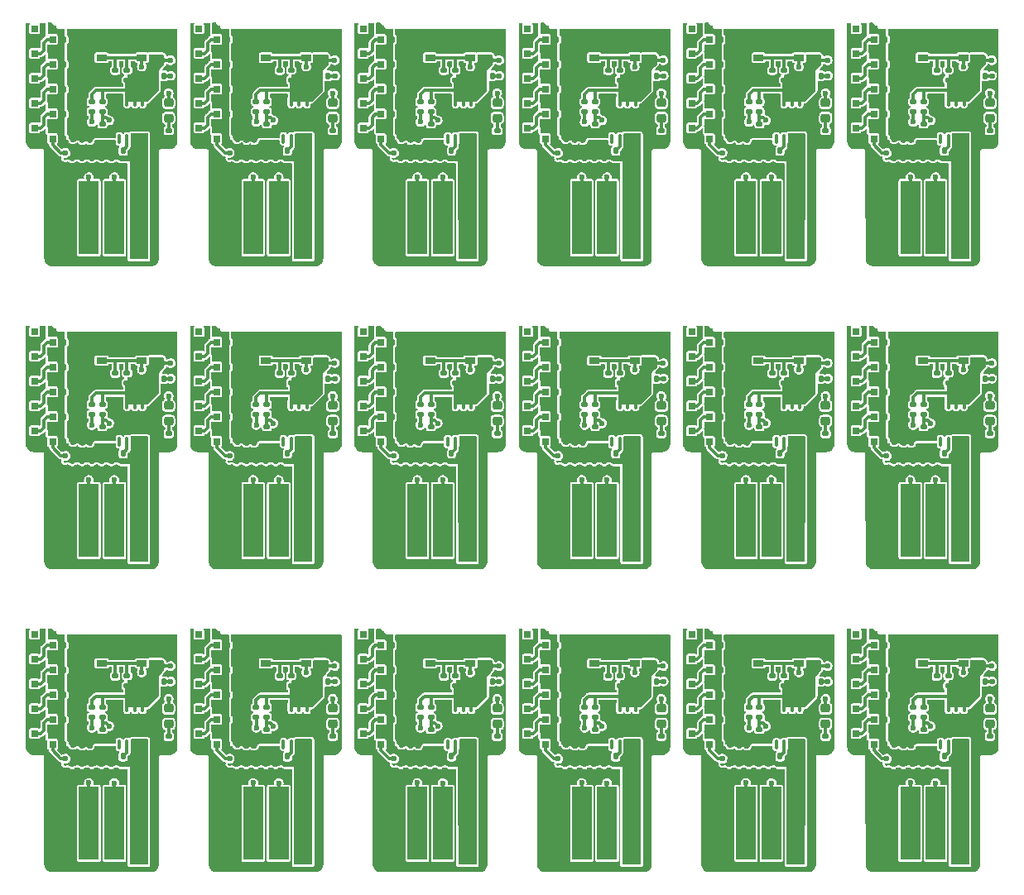
<source format=gtl>
G04 #@! TF.GenerationSoftware,KiCad,Pcbnew,6.0.11-2627ca5db0~126~ubuntu22.04.1*
G04 #@! TF.CreationDate,2023-04-03T23:49:23+02:00*
G04 #@! TF.ProjectId,panel,70616e65-6c2e-46b6-9963-61645f706362,rev?*
G04 #@! TF.SameCoordinates,Original*
G04 #@! TF.FileFunction,Copper,L1,Top*
G04 #@! TF.FilePolarity,Positive*
%FSLAX46Y46*%
G04 Gerber Fmt 4.6, Leading zero omitted, Abs format (unit mm)*
G04 Created by KiCad (PCBNEW 6.0.11-2627ca5db0~126~ubuntu22.04.1) date 2023-04-03 23:49:23*
%MOMM*%
%LPD*%
G01*
G04 APERTURE LIST*
G04 Aperture macros list*
%AMRoundRect*
0 Rectangle with rounded corners*
0 $1 Rounding radius*
0 $2 $3 $4 $5 $6 $7 $8 $9 X,Y pos of 4 corners*
0 Add a 4 corners polygon primitive as box body*
4,1,4,$2,$3,$4,$5,$6,$7,$8,$9,$2,$3,0*
0 Add four circle primitives for the rounded corners*
1,1,$1+$1,$2,$3*
1,1,$1+$1,$4,$5*
1,1,$1+$1,$6,$7*
1,1,$1+$1,$8,$9*
0 Add four rect primitives between the rounded corners*
20,1,$1+$1,$2,$3,$4,$5,0*
20,1,$1+$1,$4,$5,$6,$7,0*
20,1,$1+$1,$6,$7,$8,$9,0*
20,1,$1+$1,$8,$9,$2,$3,0*%
G04 Aperture macros list end*
G04 #@! TA.AperFunction,ConnectorPad*
%ADD10R,1.900000X8.000000*%
G04 #@! TD*
G04 #@! TA.AperFunction,ConnectorPad*
%ADD11R,2.000000X7.500000*%
G04 #@! TD*
G04 #@! TA.AperFunction,SMDPad,CuDef*
%ADD12R,0.700000X0.700000*%
G04 #@! TD*
G04 #@! TA.AperFunction,SMDPad,CuDef*
%ADD13RoundRect,0.135000X-0.135000X-0.185000X0.135000X-0.185000X0.135000X0.185000X-0.135000X0.185000X0*%
G04 #@! TD*
G04 #@! TA.AperFunction,SMDPad,CuDef*
%ADD14RoundRect,0.135000X0.135000X0.185000X-0.135000X0.185000X-0.135000X-0.185000X0.135000X-0.185000X0*%
G04 #@! TD*
G04 #@! TA.AperFunction,SMDPad,CuDef*
%ADD15RoundRect,0.135000X0.185000X-0.135000X0.185000X0.135000X-0.185000X0.135000X-0.185000X-0.135000X0*%
G04 #@! TD*
G04 #@! TA.AperFunction,SMDPad,CuDef*
%ADD16RoundRect,0.140000X-0.140000X-0.170000X0.140000X-0.170000X0.140000X0.170000X-0.140000X0.170000X0*%
G04 #@! TD*
G04 #@! TA.AperFunction,SMDPad,CuDef*
%ADD17RoundRect,0.218750X0.256250X-0.218750X0.256250X0.218750X-0.256250X0.218750X-0.256250X-0.218750X0*%
G04 #@! TD*
G04 #@! TA.AperFunction,SMDPad,CuDef*
%ADD18RoundRect,0.225000X0.250000X-0.225000X0.250000X0.225000X-0.250000X0.225000X-0.250000X-0.225000X0*%
G04 #@! TD*
G04 #@! TA.AperFunction,SMDPad,CuDef*
%ADD19R,1.050000X0.650000*%
G04 #@! TD*
G04 #@! TA.AperFunction,SMDPad,CuDef*
%ADD20RoundRect,0.087500X-0.087500X0.387500X-0.087500X-0.387500X0.087500X-0.387500X0.087500X0.387500X0*%
G04 #@! TD*
G04 #@! TA.AperFunction,SMDPad,CuDef*
%ADD21R,3.240000X2.300000*%
G04 #@! TD*
G04 #@! TA.AperFunction,SMDPad,CuDef*
%ADD22RoundRect,0.140000X-0.170000X0.140000X-0.170000X-0.140000X0.170000X-0.140000X0.170000X0.140000X0*%
G04 #@! TD*
G04 #@! TA.AperFunction,SMDPad,CuDef*
%ADD23RoundRect,0.135000X-0.185000X0.135000X-0.185000X-0.135000X0.185000X-0.135000X0.185000X0.135000X0*%
G04 #@! TD*
G04 #@! TA.AperFunction,ViaPad*
%ADD24C,0.600000*%
G04 #@! TD*
G04 #@! TA.AperFunction,Conductor*
%ADD25C,0.300000*%
G04 #@! TD*
G04 APERTURE END LIST*
D10*
G04 #@! TO.P,J1,1,VBUS*
G04 #@! TO.N,Board_15-+5V*
X62110000Y-91100000D03*
D11*
G04 #@! TO.P,J1,2,D-*
G04 #@! TO.N,Board_15-/USB-D-*
X59600000Y-90850000D03*
G04 #@! TO.P,J1,3,D+*
G04 #@! TO.N,Board_15-/USB-D+*
X57000000Y-90850000D03*
D10*
G04 #@! TO.P,J1,4,GND*
G04 #@! TO.N,Board_15-GND*
X54490000Y-91100000D03*
G04 #@! TD*
D12*
G04 #@! TO.P,D1,1,DOUT*
G04 #@! TO.N,Board_14-Net-(D1-Pad1)*
X34655000Y-81660000D03*
G04 #@! TO.P,D1,2,VSS*
G04 #@! TO.N,Board_14-GND*
X34655000Y-82760000D03*
G04 #@! TO.P,D1,3,DIN*
G04 #@! TO.N,Board_14-/GPIO8*
X36485000Y-82760000D03*
G04 #@! TO.P,D1,4,VDD*
G04 #@! TO.N,Board_14-+5V*
X36485000Y-81660000D03*
G04 #@! TD*
D13*
G04 #@! TO.P,R1,1*
G04 #@! TO.N,Board_15-+5V*
X59470000Y-83990000D03*
G04 #@! TO.P,R1,2*
G04 #@! TO.N,Board_15-Net-(R1-Pad2)*
X60490000Y-83990000D03*
G04 #@! TD*
D14*
G04 #@! TO.P,R4,1*
G04 #@! TO.N,Board_0-/GPIO2*
X14260000Y-14320000D03*
G04 #@! TO.P,R4,2*
G04 #@! TO.N,Board_0-+3.3V*
X13240000Y-14320000D03*
G04 #@! TD*
D12*
G04 #@! TO.P,D2,1,DOUT*
G04 #@! TO.N,Board_2-Net-(D2-Pad1)*
X34655000Y-17120000D03*
G04 #@! TO.P,D2,2,VSS*
G04 #@! TO.N,Board_2-GND*
X34655000Y-18220000D03*
G04 #@! TO.P,D2,3,DIN*
G04 #@! TO.N,Board_2-Net-(D1-Pad1)*
X36485000Y-18220000D03*
G04 #@! TO.P,D2,4,VDD*
G04 #@! TO.N,Board_2-+5V*
X36485000Y-17120000D03*
G04 #@! TD*
G04 #@! TO.P,D4,1,DOUT*
G04 #@! TO.N,Board_12-Net-(D4-Pad1)*
X1055000Y-74040000D03*
G04 #@! TO.P,D4,2,VSS*
G04 #@! TO.N,Board_12-GND*
X1055000Y-75140000D03*
G04 #@! TO.P,D4,3,DIN*
G04 #@! TO.N,Board_12-Net-(D3-Pad1)*
X2885000Y-75140000D03*
G04 #@! TO.P,D4,4,VDD*
G04 #@! TO.N,Board_12-+5V*
X2885000Y-74040000D03*
G04 #@! TD*
D15*
G04 #@! TO.P,R3,1*
G04 #@! TO.N,Board_5-/GPIO8*
X90900000Y-17990000D03*
G04 #@! TO.P,R3,2*
G04 #@! TO.N,Board_5-+3.3V*
X90900000Y-16970000D03*
G04 #@! TD*
D16*
G04 #@! TO.P,C5,1*
G04 #@! TO.N,Board_6-+5V*
X4020000Y-41600000D03*
G04 #@! TO.P,C5,2*
G04 #@! TO.N,Board_6-GND*
X4980000Y-41600000D03*
G04 #@! TD*
D12*
G04 #@! TO.P,D1,1,DOUT*
G04 #@! TO.N,Board_6-Net-(D1-Pad1)*
X1055000Y-50660000D03*
G04 #@! TO.P,D1,2,VSS*
G04 #@! TO.N,Board_6-GND*
X1055000Y-51760000D03*
G04 #@! TO.P,D1,3,DIN*
G04 #@! TO.N,Board_6-/GPIO8*
X2885000Y-51760000D03*
G04 #@! TO.P,D1,4,VDD*
G04 #@! TO.N,Board_6-+5V*
X2885000Y-50660000D03*
G04 #@! TD*
D16*
G04 #@! TO.P,C3,1*
G04 #@! TO.N,Board_11-+5V*
X88020000Y-46680000D03*
G04 #@! TO.P,C3,2*
G04 #@! TO.N,Board_11-GND*
X88980000Y-46680000D03*
G04 #@! TD*
D17*
G04 #@! TO.P,D6,1,K*
G04 #@! TO.N,Board_7-Net-(R6-Pad2)*
X31550000Y-49662500D03*
G04 #@! TO.P,D6,2,A*
G04 #@! TO.N,Board_7-/GPIO3*
X31550000Y-48087500D03*
G04 #@! TD*
D16*
G04 #@! TO.P,C4,1*
G04 #@! TO.N,Board_14-+5V*
X37620000Y-75140000D03*
G04 #@! TO.P,C4,2*
G04 #@! TO.N,Board_14-GND*
X38580000Y-75140000D03*
G04 #@! TD*
D18*
G04 #@! TO.P,C6,1*
G04 #@! TO.N,Board_16-+3.3V*
X81020000Y-74740000D03*
G04 #@! TO.P,C6,2*
G04 #@! TO.N,Board_16-GND*
X81020000Y-73190000D03*
G04 #@! TD*
D19*
G04 #@! TO.P,SW1,1*
G04 #@! TO.N,Board_11-GND*
X96045000Y-41315000D03*
X91895000Y-41315000D03*
G04 #@! TO.P,SW1,2*
G04 #@! TO.N,Board_11-/EN*
X91895000Y-43465000D03*
X96020000Y-43465000D03*
G04 #@! TD*
D12*
G04 #@! TO.P,D5,1,DOUT*
G04 #@! TO.N,Board_2-unconnected-(D5-Pad1)*
X34655000Y-9500000D03*
G04 #@! TO.P,D5,2,VSS*
G04 #@! TO.N,Board_2-GND*
X34655000Y-10600000D03*
G04 #@! TO.P,D5,3,DIN*
G04 #@! TO.N,Board_2-Net-(D4-Pad1)*
X36485000Y-10600000D03*
G04 #@! TO.P,D5,4,VDD*
G04 #@! TO.N,Board_2-+5V*
X36485000Y-9500000D03*
G04 #@! TD*
D20*
G04 #@! TO.P,U1,1,OUT*
G04 #@! TO.N,Board_0-+3.3V*
X12100000Y-16970000D03*
G04 #@! TO.P,U1,2,OUT*
X11300000Y-16970000D03*
G04 #@! TO.P,U1,3,ADJ/SENSE*
X10500000Y-16970000D03*
G04 #@! TO.P,U1,4,GND*
G04 #@! TO.N,Board_0-GND*
X9700000Y-16970000D03*
G04 #@! TO.P,U1,5,PG*
G04 #@! TO.N,Board_0-unconnected-(U1-Pad5)*
X9700000Y-20770000D03*
G04 #@! TO.P,U1,6,EN*
G04 #@! TO.N,Board_0-Net-(R1-Pad2)*
X10500000Y-20770000D03*
G04 #@! TO.P,U1,7,IN*
G04 #@! TO.N,Board_0-+5V*
X11300000Y-20770000D03*
G04 #@! TO.P,U1,8,IN*
X12100000Y-20770000D03*
D21*
G04 #@! TO.P,U1,9,GND*
G04 #@! TO.N,Board_0-GND*
X10900000Y-18870000D03*
G04 #@! TD*
D15*
G04 #@! TO.P,R7,1*
G04 #@! TO.N,Board_16-GND*
X75180000Y-82260000D03*
G04 #@! TO.P,R7,2*
G04 #@! TO.N,Board_16-/GPIO9*
X75180000Y-81240000D03*
G04 #@! TD*
D20*
G04 #@! TO.P,U1,1,OUT*
G04 #@! TO.N,Board_5-+3.3V*
X96100000Y-16970000D03*
G04 #@! TO.P,U1,2,OUT*
X95300000Y-16970000D03*
G04 #@! TO.P,U1,3,ADJ/SENSE*
X94500000Y-16970000D03*
G04 #@! TO.P,U1,4,GND*
G04 #@! TO.N,Board_5-GND*
X93700000Y-16970000D03*
G04 #@! TO.P,U1,5,PG*
G04 #@! TO.N,Board_5-unconnected-(U1-Pad5)*
X93700000Y-20770000D03*
G04 #@! TO.P,U1,6,EN*
G04 #@! TO.N,Board_5-Net-(R1-Pad2)*
X94500000Y-20770000D03*
G04 #@! TO.P,U1,7,IN*
G04 #@! TO.N,Board_5-+5V*
X95300000Y-20770000D03*
G04 #@! TO.P,U1,8,IN*
X96100000Y-20770000D03*
D21*
G04 #@! TO.P,U1,9,GND*
G04 #@! TO.N,Board_5-GND*
X94900000Y-18870000D03*
G04 #@! TD*
D14*
G04 #@! TO.P,R4,1*
G04 #@! TO.N,Board_7-/GPIO2*
X31060000Y-45320000D03*
G04 #@! TO.P,R4,2*
G04 #@! TO.N,Board_7-+3.3V*
X30040000Y-45320000D03*
G04 #@! TD*
D15*
G04 #@! TO.P,R2,1*
G04 #@! TO.N,Board_8-/GPIO9*
X41580000Y-48990000D03*
G04 #@! TO.P,R2,2*
G04 #@! TO.N,Board_8-+3.3V*
X41580000Y-47970000D03*
G04 #@! TD*
G04 #@! TO.P,R2,1*
G04 #@! TO.N,Board_10-/GPIO9*
X75180000Y-48990000D03*
G04 #@! TO.P,R2,2*
G04 #@! TO.N,Board_10-+3.3V*
X75180000Y-47970000D03*
G04 #@! TD*
G04 #@! TO.P,R7,1*
G04 #@! TO.N,Board_12-GND*
X7980000Y-82260000D03*
G04 #@! TO.P,R7,2*
G04 #@! TO.N,Board_12-/GPIO9*
X7980000Y-81240000D03*
G04 #@! TD*
G04 #@! TO.P,R7,1*
G04 #@! TO.N,Board_7-GND*
X24780000Y-51260000D03*
G04 #@! TO.P,R7,2*
G04 #@! TO.N,Board_7-/GPIO9*
X24780000Y-50240000D03*
G04 #@! TD*
D12*
G04 #@! TO.P,D2,1,DOUT*
G04 #@! TO.N,Board_1-Net-(D2-Pad1)*
X17855000Y-17120000D03*
G04 #@! TO.P,D2,2,VSS*
G04 #@! TO.N,Board_1-GND*
X17855000Y-18220000D03*
G04 #@! TO.P,D2,3,DIN*
G04 #@! TO.N,Board_1-Net-(D1-Pad1)*
X19685000Y-18220000D03*
G04 #@! TO.P,D2,4,VDD*
G04 #@! TO.N,Board_1-+5V*
X19685000Y-17120000D03*
G04 #@! TD*
G04 #@! TO.P,D1,1,DOUT*
G04 #@! TO.N,Board_2-Net-(D1-Pad1)*
X34655000Y-19660000D03*
G04 #@! TO.P,D1,2,VSS*
G04 #@! TO.N,Board_2-GND*
X34655000Y-20760000D03*
G04 #@! TO.P,D1,3,DIN*
G04 #@! TO.N,Board_2-/GPIO8*
X36485000Y-20760000D03*
G04 #@! TO.P,D1,4,VDD*
G04 #@! TO.N,Board_2-+5V*
X36485000Y-19660000D03*
G04 #@! TD*
D14*
G04 #@! TO.P,R4,1*
G04 #@! TO.N,Board_13-/GPIO2*
X31060000Y-76320000D03*
G04 #@! TO.P,R4,2*
G04 #@! TO.N,Board_13-+3.3V*
X30040000Y-76320000D03*
G04 #@! TD*
D12*
G04 #@! TO.P,D4,1,DOUT*
G04 #@! TO.N,Board_9-Net-(D4-Pad1)*
X51455000Y-43040000D03*
G04 #@! TO.P,D4,2,VSS*
G04 #@! TO.N,Board_9-GND*
X51455000Y-44140000D03*
G04 #@! TO.P,D4,3,DIN*
G04 #@! TO.N,Board_9-Net-(D3-Pad1)*
X53285000Y-44140000D03*
G04 #@! TO.P,D4,4,VDD*
G04 #@! TO.N,Board_9-+5V*
X53285000Y-43040000D03*
G04 #@! TD*
D22*
G04 #@! TO.P,C8,1*
G04 #@! TO.N,Board_12-/EN*
X9310000Y-75760000D03*
G04 #@! TO.P,C8,2*
G04 #@! TO.N,Board_12-GND*
X9310000Y-76720000D03*
G04 #@! TD*
D20*
G04 #@! TO.P,U1,1,OUT*
G04 #@! TO.N,Board_7-+3.3V*
X28900000Y-47970000D03*
G04 #@! TO.P,U1,2,OUT*
X28100000Y-47970000D03*
G04 #@! TO.P,U1,3,ADJ/SENSE*
X27300000Y-47970000D03*
G04 #@! TO.P,U1,4,GND*
G04 #@! TO.N,Board_7-GND*
X26500000Y-47970000D03*
G04 #@! TO.P,U1,5,PG*
G04 #@! TO.N,Board_7-unconnected-(U1-Pad5)*
X26500000Y-51770000D03*
G04 #@! TO.P,U1,6,EN*
G04 #@! TO.N,Board_7-Net-(R1-Pad2)*
X27300000Y-51770000D03*
G04 #@! TO.P,U1,7,IN*
G04 #@! TO.N,Board_7-+5V*
X28100000Y-51770000D03*
G04 #@! TO.P,U1,8,IN*
X28900000Y-51770000D03*
D21*
G04 #@! TO.P,U1,9,GND*
G04 #@! TO.N,Board_7-GND*
X27700000Y-49870000D03*
G04 #@! TD*
D12*
G04 #@! TO.P,D5,1,DOUT*
G04 #@! TO.N,Board_1-unconnected-(D5-Pad1)*
X17855000Y-9500000D03*
G04 #@! TO.P,D5,2,VSS*
G04 #@! TO.N,Board_1-GND*
X17855000Y-10600000D03*
G04 #@! TO.P,D5,3,DIN*
G04 #@! TO.N,Board_1-Net-(D4-Pad1)*
X19685000Y-10600000D03*
G04 #@! TO.P,D5,4,VDD*
G04 #@! TO.N,Board_1-+5V*
X19685000Y-9500000D03*
G04 #@! TD*
D16*
G04 #@! TO.P,C1,1*
G04 #@! TO.N,Board_7-+5V*
X20820000Y-51760000D03*
G04 #@! TO.P,C1,2*
G04 #@! TO.N,Board_7-GND*
X21780000Y-51760000D03*
G04 #@! TD*
D15*
G04 #@! TO.P,R6,1*
G04 #@! TO.N,Board_11-GND*
X98750000Y-51960000D03*
G04 #@! TO.P,R6,2*
G04 #@! TO.N,Board_11-Net-(R6-Pad2)*
X98750000Y-50940000D03*
G04 #@! TD*
D16*
G04 #@! TO.P,C2,1*
G04 #@! TO.N,Board_1-+5V*
X20820000Y-18220000D03*
G04 #@! TO.P,C2,2*
G04 #@! TO.N,Board_1-GND*
X21780000Y-18220000D03*
G04 #@! TD*
D15*
G04 #@! TO.P,R7,1*
G04 #@! TO.N,Board_2-GND*
X41580000Y-20260000D03*
G04 #@! TO.P,R7,2*
G04 #@! TO.N,Board_2-/GPIO9*
X41580000Y-19240000D03*
G04 #@! TD*
D12*
G04 #@! TO.P,D3,1,DOUT*
G04 #@! TO.N,Board_9-Net-(D3-Pad1)*
X51455000Y-45580000D03*
G04 #@! TO.P,D3,2,VSS*
G04 #@! TO.N,Board_9-GND*
X51455000Y-46680000D03*
G04 #@! TO.P,D3,3,DIN*
G04 #@! TO.N,Board_9-Net-(D2-Pad1)*
X53285000Y-46680000D03*
G04 #@! TO.P,D3,4,VDD*
G04 #@! TO.N,Board_9-+5V*
X53285000Y-45580000D03*
G04 #@! TD*
D15*
G04 #@! TO.P,R2,1*
G04 #@! TO.N,Board_9-/GPIO9*
X58380000Y-48990000D03*
G04 #@! TO.P,R2,2*
G04 #@! TO.N,Board_9-+3.3V*
X58380000Y-47970000D03*
G04 #@! TD*
D23*
G04 #@! TO.P,R5,1*
G04 #@! TO.N,Board_1-/EN*
X27300000Y-13730000D03*
G04 #@! TO.P,R5,2*
G04 #@! TO.N,Board_1-+3.3V*
X27300000Y-14750000D03*
G04 #@! TD*
G04 #@! TO.P,R5,1*
G04 #@! TO.N,Board_13-/EN*
X27300000Y-75730000D03*
G04 #@! TO.P,R5,2*
G04 #@! TO.N,Board_13-+3.3V*
X27300000Y-76750000D03*
G04 #@! TD*
D19*
G04 #@! TO.P,SW1,1*
G04 #@! TO.N,Board_1-GND*
X24695000Y-10315000D03*
X28845000Y-10315000D03*
G04 #@! TO.P,SW1,2*
G04 #@! TO.N,Board_1-/EN*
X28820000Y-12465000D03*
X24695000Y-12465000D03*
G04 #@! TD*
D13*
G04 #@! TO.P,R1,1*
G04 #@! TO.N,Board_2-+5V*
X42670000Y-21990000D03*
G04 #@! TO.P,R1,2*
G04 #@! TO.N,Board_2-Net-(R1-Pad2)*
X43690000Y-21990000D03*
G04 #@! TD*
D18*
G04 #@! TO.P,C6,1*
G04 #@! TO.N,Board_17-+3.3V*
X97820000Y-74740000D03*
G04 #@! TO.P,C6,2*
G04 #@! TO.N,Board_17-GND*
X97820000Y-73190000D03*
G04 #@! TD*
D12*
G04 #@! TO.P,D5,1,DOUT*
G04 #@! TO.N,Board_10-unconnected-(D5-Pad1)*
X68255000Y-40500000D03*
G04 #@! TO.P,D5,2,VSS*
G04 #@! TO.N,Board_10-GND*
X68255000Y-41600000D03*
G04 #@! TO.P,D5,3,DIN*
G04 #@! TO.N,Board_10-Net-(D4-Pad1)*
X70085000Y-41600000D03*
G04 #@! TO.P,D5,4,VDD*
G04 #@! TO.N,Board_10-+5V*
X70085000Y-40500000D03*
G04 #@! TD*
G04 #@! TO.P,D4,1,DOUT*
G04 #@! TO.N,Board_13-Net-(D4-Pad1)*
X17855000Y-74040000D03*
G04 #@! TO.P,D4,2,VSS*
G04 #@! TO.N,Board_13-GND*
X17855000Y-75140000D03*
G04 #@! TO.P,D4,3,DIN*
G04 #@! TO.N,Board_13-Net-(D3-Pad1)*
X19685000Y-75140000D03*
G04 #@! TO.P,D4,4,VDD*
G04 #@! TO.N,Board_13-+5V*
X19685000Y-74040000D03*
G04 #@! TD*
D18*
G04 #@! TO.P,C6,1*
G04 #@! TO.N,Board_10-+3.3V*
X81020000Y-43740000D03*
G04 #@! TO.P,C6,2*
G04 #@! TO.N,Board_10-GND*
X81020000Y-42190000D03*
G04 #@! TD*
D22*
G04 #@! TO.P,C8,1*
G04 #@! TO.N,Board_1-/EN*
X26110000Y-13760000D03*
G04 #@! TO.P,C8,2*
G04 #@! TO.N,Board_1-GND*
X26110000Y-14720000D03*
G04 #@! TD*
D15*
G04 #@! TO.P,R2,1*
G04 #@! TO.N,Board_0-/GPIO9*
X7980000Y-17990000D03*
G04 #@! TO.P,R2,2*
G04 #@! TO.N,Board_0-+3.3V*
X7980000Y-16970000D03*
G04 #@! TD*
D16*
G04 #@! TO.P,C5,1*
G04 #@! TO.N,Board_7-+5V*
X20820000Y-41600000D03*
G04 #@! TO.P,C5,2*
G04 #@! TO.N,Board_7-GND*
X21780000Y-41600000D03*
G04 #@! TD*
D12*
G04 #@! TO.P,D5,1,DOUT*
G04 #@! TO.N,Board_4-unconnected-(D5-Pad1)*
X68255000Y-9500000D03*
G04 #@! TO.P,D5,2,VSS*
G04 #@! TO.N,Board_4-GND*
X68255000Y-10600000D03*
G04 #@! TO.P,D5,3,DIN*
G04 #@! TO.N,Board_4-Net-(D4-Pad1)*
X70085000Y-10600000D03*
G04 #@! TO.P,D5,4,VDD*
G04 #@! TO.N,Board_4-+5V*
X70085000Y-9500000D03*
G04 #@! TD*
D10*
G04 #@! TO.P,J1,1,VBUS*
G04 #@! TO.N,Board_6-+5V*
X11710000Y-60100000D03*
D11*
G04 #@! TO.P,J1,2,D-*
G04 #@! TO.N,Board_6-/USB-D-*
X9200000Y-59850000D03*
G04 #@! TO.P,J1,3,D+*
G04 #@! TO.N,Board_6-/USB-D+*
X6600000Y-59850000D03*
D10*
G04 #@! TO.P,J1,4,GND*
G04 #@! TO.N,Board_6-GND*
X4090000Y-60100000D03*
G04 #@! TD*
D16*
G04 #@! TO.P,C2,1*
G04 #@! TO.N,Board_8-+5V*
X37620000Y-49220000D03*
G04 #@! TO.P,C2,2*
G04 #@! TO.N,Board_8-GND*
X38580000Y-49220000D03*
G04 #@! TD*
D12*
G04 #@! TO.P,D5,1,DOUT*
G04 #@! TO.N,Board_13-unconnected-(D5-Pad1)*
X17855000Y-71500000D03*
G04 #@! TO.P,D5,2,VSS*
G04 #@! TO.N,Board_13-GND*
X17855000Y-72600000D03*
G04 #@! TO.P,D5,3,DIN*
G04 #@! TO.N,Board_13-Net-(D4-Pad1)*
X19685000Y-72600000D03*
G04 #@! TO.P,D5,4,VDD*
G04 #@! TO.N,Board_13-+5V*
X19685000Y-71500000D03*
G04 #@! TD*
D22*
G04 #@! TO.P,C8,1*
G04 #@! TO.N,Board_11-/EN*
X93310000Y-44760000D03*
G04 #@! TO.P,C8,2*
G04 #@! TO.N,Board_11-GND*
X93310000Y-45720000D03*
G04 #@! TD*
D10*
G04 #@! TO.P,J1,1,VBUS*
G04 #@! TO.N,Board_4-+5V*
X78910000Y-29100000D03*
D11*
G04 #@! TO.P,J1,2,D-*
G04 #@! TO.N,Board_4-/USB-D-*
X76400000Y-28850000D03*
G04 #@! TO.P,J1,3,D+*
G04 #@! TO.N,Board_4-/USB-D+*
X73800000Y-28850000D03*
D10*
G04 #@! TO.P,J1,4,GND*
G04 #@! TO.N,Board_4-GND*
X71290000Y-29100000D03*
G04 #@! TD*
D16*
G04 #@! TO.P,C4,1*
G04 #@! TO.N,Board_10-+5V*
X71220000Y-44140000D03*
G04 #@! TO.P,C4,2*
G04 #@! TO.N,Board_10-GND*
X72180000Y-44140000D03*
G04 #@! TD*
G04 #@! TO.P,C4,1*
G04 #@! TO.N,Board_8-+5V*
X37620000Y-44140000D03*
G04 #@! TO.P,C4,2*
G04 #@! TO.N,Board_8-GND*
X38580000Y-44140000D03*
G04 #@! TD*
D12*
G04 #@! TO.P,D4,1,DOUT*
G04 #@! TO.N,Board_1-Net-(D4-Pad1)*
X17855000Y-12040000D03*
G04 #@! TO.P,D4,2,VSS*
G04 #@! TO.N,Board_1-GND*
X17855000Y-13140000D03*
G04 #@! TO.P,D4,3,DIN*
G04 #@! TO.N,Board_1-Net-(D3-Pad1)*
X19685000Y-13140000D03*
G04 #@! TO.P,D4,4,VDD*
G04 #@! TO.N,Board_1-+5V*
X19685000Y-12040000D03*
G04 #@! TD*
D22*
G04 #@! TO.P,C8,1*
G04 #@! TO.N,Board_17-/EN*
X93310000Y-75760000D03*
G04 #@! TO.P,C8,2*
G04 #@! TO.N,Board_17-GND*
X93310000Y-76720000D03*
G04 #@! TD*
D19*
G04 #@! TO.P,SW1,1*
G04 #@! TO.N,Board_15-GND*
X58295000Y-72315000D03*
X62445000Y-72315000D03*
G04 #@! TO.P,SW1,2*
G04 #@! TO.N,Board_15-/EN*
X62420000Y-74465000D03*
X58295000Y-74465000D03*
G04 #@! TD*
D15*
G04 #@! TO.P,R2,1*
G04 #@! TO.N,Board_3-/GPIO9*
X58380000Y-17990000D03*
G04 #@! TO.P,R2,2*
G04 #@! TO.N,Board_3-+3.3V*
X58380000Y-16970000D03*
G04 #@! TD*
D10*
G04 #@! TO.P,J1,1,VBUS*
G04 #@! TO.N,Board_5-+5V*
X95710000Y-29100000D03*
D11*
G04 #@! TO.P,J1,2,D-*
G04 #@! TO.N,Board_5-/USB-D-*
X93200000Y-28850000D03*
G04 #@! TO.P,J1,3,D+*
G04 #@! TO.N,Board_5-/USB-D+*
X90600000Y-28850000D03*
D10*
G04 #@! TO.P,J1,4,GND*
G04 #@! TO.N,Board_5-GND*
X88090000Y-29100000D03*
G04 #@! TD*
D17*
G04 #@! TO.P,D6,1,K*
G04 #@! TO.N,Board_1-Net-(R6-Pad2)*
X31550000Y-18662500D03*
G04 #@! TO.P,D6,2,A*
G04 #@! TO.N,Board_1-/GPIO3*
X31550000Y-17087500D03*
G04 #@! TD*
D15*
G04 #@! TO.P,R3,1*
G04 #@! TO.N,Board_0-/GPIO8*
X6900000Y-17990000D03*
G04 #@! TO.P,R3,2*
G04 #@! TO.N,Board_0-+3.3V*
X6900000Y-16970000D03*
G04 #@! TD*
D14*
G04 #@! TO.P,R4,1*
G04 #@! TO.N,Board_9-/GPIO2*
X64660000Y-45320000D03*
G04 #@! TO.P,R4,2*
G04 #@! TO.N,Board_9-+3.3V*
X63640000Y-45320000D03*
G04 #@! TD*
D16*
G04 #@! TO.P,C1,1*
G04 #@! TO.N,Board_14-+5V*
X37620000Y-82760000D03*
G04 #@! TO.P,C1,2*
G04 #@! TO.N,Board_14-GND*
X38580000Y-82760000D03*
G04 #@! TD*
D12*
G04 #@! TO.P,D5,1,DOUT*
G04 #@! TO.N,Board_12-unconnected-(D5-Pad1)*
X1055000Y-71500000D03*
G04 #@! TO.P,D5,2,VSS*
G04 #@! TO.N,Board_12-GND*
X1055000Y-72600000D03*
G04 #@! TO.P,D5,3,DIN*
G04 #@! TO.N,Board_12-Net-(D4-Pad1)*
X2885000Y-72600000D03*
G04 #@! TO.P,D5,4,VDD*
G04 #@! TO.N,Board_12-+5V*
X2885000Y-71500000D03*
G04 #@! TD*
D15*
G04 #@! TO.P,R3,1*
G04 #@! TO.N,Board_7-/GPIO8*
X23700000Y-48990000D03*
G04 #@! TO.P,R3,2*
G04 #@! TO.N,Board_7-+3.3V*
X23700000Y-47970000D03*
G04 #@! TD*
D16*
G04 #@! TO.P,C4,1*
G04 #@! TO.N,Board_11-+5V*
X88020000Y-44140000D03*
G04 #@! TO.P,C4,2*
G04 #@! TO.N,Board_11-GND*
X88980000Y-44140000D03*
G04 #@! TD*
D19*
G04 #@! TO.P,SW1,1*
G04 #@! TO.N,Board_2-GND*
X41495000Y-10315000D03*
X45645000Y-10315000D03*
G04 #@! TO.P,SW1,2*
G04 #@! TO.N,Board_2-/EN*
X45620000Y-12465000D03*
X41495000Y-12465000D03*
G04 #@! TD*
D23*
G04 #@! TO.P,R5,1*
G04 #@! TO.N,Board_8-/EN*
X44100000Y-44730000D03*
G04 #@! TO.P,R5,2*
G04 #@! TO.N,Board_8-+3.3V*
X44100000Y-45750000D03*
G04 #@! TD*
D12*
G04 #@! TO.P,D1,1,DOUT*
G04 #@! TO.N,Board_8-Net-(D1-Pad1)*
X34655000Y-50660000D03*
G04 #@! TO.P,D1,2,VSS*
G04 #@! TO.N,Board_8-GND*
X34655000Y-51760000D03*
G04 #@! TO.P,D1,3,DIN*
G04 #@! TO.N,Board_8-/GPIO8*
X36485000Y-51760000D03*
G04 #@! TO.P,D1,4,VDD*
G04 #@! TO.N,Board_8-+5V*
X36485000Y-50660000D03*
G04 #@! TD*
D16*
G04 #@! TO.P,C4,1*
G04 #@! TO.N,Board_0-+5V*
X4020000Y-13140000D03*
G04 #@! TO.P,C4,2*
G04 #@! TO.N,Board_0-GND*
X4980000Y-13140000D03*
G04 #@! TD*
D12*
G04 #@! TO.P,D3,1,DOUT*
G04 #@! TO.N,Board_15-Net-(D3-Pad1)*
X51455000Y-76580000D03*
G04 #@! TO.P,D3,2,VSS*
G04 #@! TO.N,Board_15-GND*
X51455000Y-77680000D03*
G04 #@! TO.P,D3,3,DIN*
G04 #@! TO.N,Board_15-Net-(D2-Pad1)*
X53285000Y-77680000D03*
G04 #@! TO.P,D3,4,VDD*
G04 #@! TO.N,Board_15-+5V*
X53285000Y-76580000D03*
G04 #@! TD*
D17*
G04 #@! TO.P,D6,1,K*
G04 #@! TO.N,Board_9-Net-(R6-Pad2)*
X65150000Y-49662500D03*
G04 #@! TO.P,D6,2,A*
G04 #@! TO.N,Board_9-/GPIO3*
X65150000Y-48087500D03*
G04 #@! TD*
D20*
G04 #@! TO.P,U1,1,OUT*
G04 #@! TO.N,Board_6-+3.3V*
X12100000Y-47970000D03*
G04 #@! TO.P,U1,2,OUT*
X11300000Y-47970000D03*
G04 #@! TO.P,U1,3,ADJ/SENSE*
X10500000Y-47970000D03*
G04 #@! TO.P,U1,4,GND*
G04 #@! TO.N,Board_6-GND*
X9700000Y-47970000D03*
G04 #@! TO.P,U1,5,PG*
G04 #@! TO.N,Board_6-unconnected-(U1-Pad5)*
X9700000Y-51770000D03*
G04 #@! TO.P,U1,6,EN*
G04 #@! TO.N,Board_6-Net-(R1-Pad2)*
X10500000Y-51770000D03*
G04 #@! TO.P,U1,7,IN*
G04 #@! TO.N,Board_6-+5V*
X11300000Y-51770000D03*
G04 #@! TO.P,U1,8,IN*
X12100000Y-51770000D03*
D21*
G04 #@! TO.P,U1,9,GND*
G04 #@! TO.N,Board_6-GND*
X10900000Y-49870000D03*
G04 #@! TD*
D13*
G04 #@! TO.P,R1,1*
G04 #@! TO.N,Board_10-+5V*
X76270000Y-52990000D03*
G04 #@! TO.P,R1,2*
G04 #@! TO.N,Board_10-Net-(R1-Pad2)*
X77290000Y-52990000D03*
G04 #@! TD*
D12*
G04 #@! TO.P,D2,1,DOUT*
G04 #@! TO.N,Board_17-Net-(D2-Pad1)*
X85055000Y-79120000D03*
G04 #@! TO.P,D2,2,VSS*
G04 #@! TO.N,Board_17-GND*
X85055000Y-80220000D03*
G04 #@! TO.P,D2,3,DIN*
G04 #@! TO.N,Board_17-Net-(D1-Pad1)*
X86885000Y-80220000D03*
G04 #@! TO.P,D2,4,VDD*
G04 #@! TO.N,Board_17-+5V*
X86885000Y-79120000D03*
G04 #@! TD*
D17*
G04 #@! TO.P,D6,1,K*
G04 #@! TO.N,Board_8-Net-(R6-Pad2)*
X48350000Y-49662500D03*
G04 #@! TO.P,D6,2,A*
G04 #@! TO.N,Board_8-/GPIO3*
X48350000Y-48087500D03*
G04 #@! TD*
D16*
G04 #@! TO.P,C2,1*
G04 #@! TO.N,Board_16-+5V*
X71220000Y-80220000D03*
G04 #@! TO.P,C2,2*
G04 #@! TO.N,Board_16-GND*
X72180000Y-80220000D03*
G04 #@! TD*
D22*
G04 #@! TO.P,C8,1*
G04 #@! TO.N,Board_0-/EN*
X9310000Y-13760000D03*
G04 #@! TO.P,C8,2*
G04 #@! TO.N,Board_0-GND*
X9310000Y-14720000D03*
G04 #@! TD*
D16*
G04 #@! TO.P,C1,1*
G04 #@! TO.N,Board_10-+5V*
X71220000Y-51760000D03*
G04 #@! TO.P,C1,2*
G04 #@! TO.N,Board_10-GND*
X72180000Y-51760000D03*
G04 #@! TD*
D10*
G04 #@! TO.P,J1,1,VBUS*
G04 #@! TO.N,Board_2-+5V*
X45310000Y-29100000D03*
D11*
G04 #@! TO.P,J1,2,D-*
G04 #@! TO.N,Board_2-/USB-D-*
X42800000Y-28850000D03*
G04 #@! TO.P,J1,3,D+*
G04 #@! TO.N,Board_2-/USB-D+*
X40200000Y-28850000D03*
D10*
G04 #@! TO.P,J1,4,GND*
G04 #@! TO.N,Board_2-GND*
X37690000Y-29100000D03*
G04 #@! TD*
D16*
G04 #@! TO.P,C2,1*
G04 #@! TO.N,Board_15-+5V*
X54420000Y-80220000D03*
G04 #@! TO.P,C2,2*
G04 #@! TO.N,Board_15-GND*
X55380000Y-80220000D03*
G04 #@! TD*
D12*
G04 #@! TO.P,D1,1,DOUT*
G04 #@! TO.N,Board_11-Net-(D1-Pad1)*
X85055000Y-50660000D03*
G04 #@! TO.P,D1,2,VSS*
G04 #@! TO.N,Board_11-GND*
X85055000Y-51760000D03*
G04 #@! TO.P,D1,3,DIN*
G04 #@! TO.N,Board_11-/GPIO8*
X86885000Y-51760000D03*
G04 #@! TO.P,D1,4,VDD*
G04 #@! TO.N,Board_11-+5V*
X86885000Y-50660000D03*
G04 #@! TD*
D13*
G04 #@! TO.P,R1,1*
G04 #@! TO.N,Board_9-+5V*
X59470000Y-52990000D03*
G04 #@! TO.P,R1,2*
G04 #@! TO.N,Board_9-Net-(R1-Pad2)*
X60490000Y-52990000D03*
G04 #@! TD*
D10*
G04 #@! TO.P,J1,1,VBUS*
G04 #@! TO.N,Board_7-+5V*
X28510000Y-60100000D03*
D11*
G04 #@! TO.P,J1,2,D-*
G04 #@! TO.N,Board_7-/USB-D-*
X26000000Y-59850000D03*
G04 #@! TO.P,J1,3,D+*
G04 #@! TO.N,Board_7-/USB-D+*
X23400000Y-59850000D03*
D10*
G04 #@! TO.P,J1,4,GND*
G04 #@! TO.N,Board_7-GND*
X20890000Y-60100000D03*
G04 #@! TD*
D12*
G04 #@! TO.P,D2,1,DOUT*
G04 #@! TO.N,Board_12-Net-(D2-Pad1)*
X1055000Y-79120000D03*
G04 #@! TO.P,D2,2,VSS*
G04 #@! TO.N,Board_12-GND*
X1055000Y-80220000D03*
G04 #@! TO.P,D2,3,DIN*
G04 #@! TO.N,Board_12-Net-(D1-Pad1)*
X2885000Y-80220000D03*
G04 #@! TO.P,D2,4,VDD*
G04 #@! TO.N,Board_12-+5V*
X2885000Y-79120000D03*
G04 #@! TD*
D15*
G04 #@! TO.P,R6,1*
G04 #@! TO.N,Board_12-GND*
X14750000Y-82960000D03*
G04 #@! TO.P,R6,2*
G04 #@! TO.N,Board_12-Net-(R6-Pad2)*
X14750000Y-81940000D03*
G04 #@! TD*
G04 #@! TO.P,R3,1*
G04 #@! TO.N,Board_10-/GPIO8*
X74100000Y-48990000D03*
G04 #@! TO.P,R3,2*
G04 #@! TO.N,Board_10-+3.3V*
X74100000Y-47970000D03*
G04 #@! TD*
D10*
G04 #@! TO.P,J1,1,VBUS*
G04 #@! TO.N,Board_8-+5V*
X45310000Y-60100000D03*
D11*
G04 #@! TO.P,J1,2,D-*
G04 #@! TO.N,Board_8-/USB-D-*
X42800000Y-59850000D03*
G04 #@! TO.P,J1,3,D+*
G04 #@! TO.N,Board_8-/USB-D+*
X40200000Y-59850000D03*
D10*
G04 #@! TO.P,J1,4,GND*
G04 #@! TO.N,Board_8-GND*
X37690000Y-60100000D03*
G04 #@! TD*
D15*
G04 #@! TO.P,R2,1*
G04 #@! TO.N,Board_1-/GPIO9*
X24780000Y-17990000D03*
G04 #@! TO.P,R2,2*
G04 #@! TO.N,Board_1-+3.3V*
X24780000Y-16970000D03*
G04 #@! TD*
D16*
G04 #@! TO.P,C3,1*
G04 #@! TO.N,Board_14-+5V*
X37620000Y-77680000D03*
G04 #@! TO.P,C3,2*
G04 #@! TO.N,Board_14-GND*
X38580000Y-77680000D03*
G04 #@! TD*
D12*
G04 #@! TO.P,D3,1,DOUT*
G04 #@! TO.N,Board_2-Net-(D3-Pad1)*
X34655000Y-14580000D03*
G04 #@! TO.P,D3,2,VSS*
G04 #@! TO.N,Board_2-GND*
X34655000Y-15680000D03*
G04 #@! TO.P,D3,3,DIN*
G04 #@! TO.N,Board_2-Net-(D2-Pad1)*
X36485000Y-15680000D03*
G04 #@! TO.P,D3,4,VDD*
G04 #@! TO.N,Board_2-+5V*
X36485000Y-14580000D03*
G04 #@! TD*
D16*
G04 #@! TO.P,C5,1*
G04 #@! TO.N,Board_17-+5V*
X88020000Y-72600000D03*
G04 #@! TO.P,C5,2*
G04 #@! TO.N,Board_17-GND*
X88980000Y-72600000D03*
G04 #@! TD*
D23*
G04 #@! TO.P,R5,1*
G04 #@! TO.N,Board_0-/EN*
X10500000Y-13730000D03*
G04 #@! TO.P,R5,2*
G04 #@! TO.N,Board_0-+3.3V*
X10500000Y-14750000D03*
G04 #@! TD*
D12*
G04 #@! TO.P,D2,1,DOUT*
G04 #@! TO.N,Board_15-Net-(D2-Pad1)*
X51455000Y-79120000D03*
G04 #@! TO.P,D2,2,VSS*
G04 #@! TO.N,Board_15-GND*
X51455000Y-80220000D03*
G04 #@! TO.P,D2,3,DIN*
G04 #@! TO.N,Board_15-Net-(D1-Pad1)*
X53285000Y-80220000D03*
G04 #@! TO.P,D2,4,VDD*
G04 #@! TO.N,Board_15-+5V*
X53285000Y-79120000D03*
G04 #@! TD*
D20*
G04 #@! TO.P,U1,1,OUT*
G04 #@! TO.N,Board_17-+3.3V*
X96100000Y-78970000D03*
G04 #@! TO.P,U1,2,OUT*
X95300000Y-78970000D03*
G04 #@! TO.P,U1,3,ADJ/SENSE*
X94500000Y-78970000D03*
G04 #@! TO.P,U1,4,GND*
G04 #@! TO.N,Board_17-GND*
X93700000Y-78970000D03*
G04 #@! TO.P,U1,5,PG*
G04 #@! TO.N,Board_17-unconnected-(U1-Pad5)*
X93700000Y-82770000D03*
G04 #@! TO.P,U1,6,EN*
G04 #@! TO.N,Board_17-Net-(R1-Pad2)*
X94500000Y-82770000D03*
G04 #@! TO.P,U1,7,IN*
G04 #@! TO.N,Board_17-+5V*
X95300000Y-82770000D03*
G04 #@! TO.P,U1,8,IN*
X96100000Y-82770000D03*
D21*
G04 #@! TO.P,U1,9,GND*
G04 #@! TO.N,Board_17-GND*
X94900000Y-80870000D03*
G04 #@! TD*
D23*
G04 #@! TO.P,R5,1*
G04 #@! TO.N,Board_14-/EN*
X44100000Y-75730000D03*
G04 #@! TO.P,R5,2*
G04 #@! TO.N,Board_14-+3.3V*
X44100000Y-76750000D03*
G04 #@! TD*
D12*
G04 #@! TO.P,D3,1,DOUT*
G04 #@! TO.N,Board_13-Net-(D3-Pad1)*
X17855000Y-76580000D03*
G04 #@! TO.P,D3,2,VSS*
G04 #@! TO.N,Board_13-GND*
X17855000Y-77680000D03*
G04 #@! TO.P,D3,3,DIN*
G04 #@! TO.N,Board_13-Net-(D2-Pad1)*
X19685000Y-77680000D03*
G04 #@! TO.P,D3,4,VDD*
G04 #@! TO.N,Board_13-+5V*
X19685000Y-76580000D03*
G04 #@! TD*
G04 #@! TO.P,D1,1,DOUT*
G04 #@! TO.N,Board_4-Net-(D1-Pad1)*
X68255000Y-19660000D03*
G04 #@! TO.P,D1,2,VSS*
G04 #@! TO.N,Board_4-GND*
X68255000Y-20760000D03*
G04 #@! TO.P,D1,3,DIN*
G04 #@! TO.N,Board_4-/GPIO8*
X70085000Y-20760000D03*
G04 #@! TO.P,D1,4,VDD*
G04 #@! TO.N,Board_4-+5V*
X70085000Y-19660000D03*
G04 #@! TD*
D16*
G04 #@! TO.P,C1,1*
G04 #@! TO.N,Board_8-+5V*
X37620000Y-51760000D03*
G04 #@! TO.P,C1,2*
G04 #@! TO.N,Board_8-GND*
X38580000Y-51760000D03*
G04 #@! TD*
D15*
G04 #@! TO.P,R2,1*
G04 #@! TO.N,Board_17-/GPIO9*
X91980000Y-79990000D03*
G04 #@! TO.P,R2,2*
G04 #@! TO.N,Board_17-+3.3V*
X91980000Y-78970000D03*
G04 #@! TD*
D16*
G04 #@! TO.P,C5,1*
G04 #@! TO.N,Board_15-+5V*
X54420000Y-72600000D03*
G04 #@! TO.P,C5,2*
G04 #@! TO.N,Board_15-GND*
X55380000Y-72600000D03*
G04 #@! TD*
D19*
G04 #@! TO.P,SW1,1*
G04 #@! TO.N,Board_8-GND*
X41495000Y-41315000D03*
X45645000Y-41315000D03*
G04 #@! TO.P,SW1,2*
G04 #@! TO.N,Board_8-/EN*
X45620000Y-43465000D03*
X41495000Y-43465000D03*
G04 #@! TD*
D15*
G04 #@! TO.P,R6,1*
G04 #@! TO.N,Board_13-GND*
X31550000Y-82960000D03*
G04 #@! TO.P,R6,2*
G04 #@! TO.N,Board_13-Net-(R6-Pad2)*
X31550000Y-81940000D03*
G04 #@! TD*
D12*
G04 #@! TO.P,D3,1,DOUT*
G04 #@! TO.N,Board_0-Net-(D3-Pad1)*
X1055000Y-14580000D03*
G04 #@! TO.P,D3,2,VSS*
G04 #@! TO.N,Board_0-GND*
X1055000Y-15680000D03*
G04 #@! TO.P,D3,3,DIN*
G04 #@! TO.N,Board_0-Net-(D2-Pad1)*
X2885000Y-15680000D03*
G04 #@! TO.P,D3,4,VDD*
G04 #@! TO.N,Board_0-+5V*
X2885000Y-14580000D03*
G04 #@! TD*
D15*
G04 #@! TO.P,R6,1*
G04 #@! TO.N,Board_1-GND*
X31550000Y-20960000D03*
G04 #@! TO.P,R6,2*
G04 #@! TO.N,Board_1-Net-(R6-Pad2)*
X31550000Y-19940000D03*
G04 #@! TD*
D19*
G04 #@! TO.P,SW1,1*
G04 #@! TO.N,Board_7-GND*
X28845000Y-41315000D03*
X24695000Y-41315000D03*
G04 #@! TO.P,SW1,2*
G04 #@! TO.N,Board_7-/EN*
X28820000Y-43465000D03*
X24695000Y-43465000D03*
G04 #@! TD*
D23*
G04 #@! TO.P,R5,1*
G04 #@! TO.N,Board_10-/EN*
X77700000Y-44730000D03*
G04 #@! TO.P,R5,2*
G04 #@! TO.N,Board_10-+3.3V*
X77700000Y-45750000D03*
G04 #@! TD*
D16*
G04 #@! TO.P,C5,1*
G04 #@! TO.N,Board_5-+5V*
X88020000Y-10600000D03*
G04 #@! TO.P,C5,2*
G04 #@! TO.N,Board_5-GND*
X88980000Y-10600000D03*
G04 #@! TD*
D12*
G04 #@! TO.P,D3,1,DOUT*
G04 #@! TO.N,Board_3-Net-(D3-Pad1)*
X51455000Y-14580000D03*
G04 #@! TO.P,D3,2,VSS*
G04 #@! TO.N,Board_3-GND*
X51455000Y-15680000D03*
G04 #@! TO.P,D3,3,DIN*
G04 #@! TO.N,Board_3-Net-(D2-Pad1)*
X53285000Y-15680000D03*
G04 #@! TO.P,D3,4,VDD*
G04 #@! TO.N,Board_3-+5V*
X53285000Y-14580000D03*
G04 #@! TD*
D17*
G04 #@! TO.P,D6,1,K*
G04 #@! TO.N,Board_13-Net-(R6-Pad2)*
X31550000Y-80662500D03*
G04 #@! TO.P,D6,2,A*
G04 #@! TO.N,Board_13-/GPIO3*
X31550000Y-79087500D03*
G04 #@! TD*
D16*
G04 #@! TO.P,C4,1*
G04 #@! TO.N,Board_6-+5V*
X4020000Y-44140000D03*
G04 #@! TO.P,C4,2*
G04 #@! TO.N,Board_6-GND*
X4980000Y-44140000D03*
G04 #@! TD*
D15*
G04 #@! TO.P,R2,1*
G04 #@! TO.N,Board_11-/GPIO9*
X91980000Y-48990000D03*
G04 #@! TO.P,R2,2*
G04 #@! TO.N,Board_11-+3.3V*
X91980000Y-47970000D03*
G04 #@! TD*
D20*
G04 #@! TO.P,U1,1,OUT*
G04 #@! TO.N,Board_9-+3.3V*
X62500000Y-47970000D03*
G04 #@! TO.P,U1,2,OUT*
X61700000Y-47970000D03*
G04 #@! TO.P,U1,3,ADJ/SENSE*
X60900000Y-47970000D03*
G04 #@! TO.P,U1,4,GND*
G04 #@! TO.N,Board_9-GND*
X60100000Y-47970000D03*
G04 #@! TO.P,U1,5,PG*
G04 #@! TO.N,Board_9-unconnected-(U1-Pad5)*
X60100000Y-51770000D03*
G04 #@! TO.P,U1,6,EN*
G04 #@! TO.N,Board_9-Net-(R1-Pad2)*
X60900000Y-51770000D03*
G04 #@! TO.P,U1,7,IN*
G04 #@! TO.N,Board_9-+5V*
X61700000Y-51770000D03*
G04 #@! TO.P,U1,8,IN*
X62500000Y-51770000D03*
D21*
G04 #@! TO.P,U1,9,GND*
G04 #@! TO.N,Board_9-GND*
X61300000Y-49870000D03*
G04 #@! TD*
D16*
G04 #@! TO.P,C2,1*
G04 #@! TO.N,Board_9-+5V*
X54420000Y-49220000D03*
G04 #@! TO.P,C2,2*
G04 #@! TO.N,Board_9-GND*
X55380000Y-49220000D03*
G04 #@! TD*
G04 #@! TO.P,C1,1*
G04 #@! TO.N,Board_9-+5V*
X54420000Y-51760000D03*
G04 #@! TO.P,C1,2*
G04 #@! TO.N,Board_9-GND*
X55380000Y-51760000D03*
G04 #@! TD*
G04 #@! TO.P,C3,1*
G04 #@! TO.N,Board_1-+5V*
X20820000Y-15680000D03*
G04 #@! TO.P,C3,2*
G04 #@! TO.N,Board_1-GND*
X21780000Y-15680000D03*
G04 #@! TD*
D23*
G04 #@! TO.P,R5,1*
G04 #@! TO.N,Board_17-/EN*
X94500000Y-75730000D03*
G04 #@! TO.P,R5,2*
G04 #@! TO.N,Board_17-+3.3V*
X94500000Y-76750000D03*
G04 #@! TD*
D17*
G04 #@! TO.P,D6,1,K*
G04 #@! TO.N,Board_14-Net-(R6-Pad2)*
X48350000Y-80662500D03*
G04 #@! TO.P,D6,2,A*
G04 #@! TO.N,Board_14-/GPIO3*
X48350000Y-79087500D03*
G04 #@! TD*
D10*
G04 #@! TO.P,J1,1,VBUS*
G04 #@! TO.N,Board_13-+5V*
X28510000Y-91100000D03*
D11*
G04 #@! TO.P,J1,2,D-*
G04 #@! TO.N,Board_13-/USB-D-*
X26000000Y-90850000D03*
G04 #@! TO.P,J1,3,D+*
G04 #@! TO.N,Board_13-/USB-D+*
X23400000Y-90850000D03*
D10*
G04 #@! TO.P,J1,4,GND*
G04 #@! TO.N,Board_13-GND*
X20890000Y-91100000D03*
G04 #@! TD*
D13*
G04 #@! TO.P,R1,1*
G04 #@! TO.N,Board_6-+5V*
X9070000Y-52990000D03*
G04 #@! TO.P,R1,2*
G04 #@! TO.N,Board_6-Net-(R1-Pad2)*
X10090000Y-52990000D03*
G04 #@! TD*
D15*
G04 #@! TO.P,R6,1*
G04 #@! TO.N,Board_10-GND*
X81950000Y-51960000D03*
G04 #@! TO.P,R6,2*
G04 #@! TO.N,Board_10-Net-(R6-Pad2)*
X81950000Y-50940000D03*
G04 #@! TD*
D16*
G04 #@! TO.P,C2,1*
G04 #@! TO.N,Board_5-+5V*
X88020000Y-18220000D03*
G04 #@! TO.P,C2,2*
G04 #@! TO.N,Board_5-GND*
X88980000Y-18220000D03*
G04 #@! TD*
D13*
G04 #@! TO.P,R1,1*
G04 #@! TO.N,Board_7-+5V*
X25870000Y-52990000D03*
G04 #@! TO.P,R1,2*
G04 #@! TO.N,Board_7-Net-(R1-Pad2)*
X26890000Y-52990000D03*
G04 #@! TD*
D22*
G04 #@! TO.P,C8,1*
G04 #@! TO.N,Board_7-/EN*
X26110000Y-44760000D03*
G04 #@! TO.P,C8,2*
G04 #@! TO.N,Board_7-GND*
X26110000Y-45720000D03*
G04 #@! TD*
D16*
G04 #@! TO.P,C1,1*
G04 #@! TO.N,Board_12-+5V*
X4020000Y-82760000D03*
G04 #@! TO.P,C1,2*
G04 #@! TO.N,Board_12-GND*
X4980000Y-82760000D03*
G04 #@! TD*
D23*
G04 #@! TO.P,R5,1*
G04 #@! TO.N,Board_6-/EN*
X10500000Y-44730000D03*
G04 #@! TO.P,R5,2*
G04 #@! TO.N,Board_6-+3.3V*
X10500000Y-45750000D03*
G04 #@! TD*
D22*
G04 #@! TO.P,C8,1*
G04 #@! TO.N,Board_16-/EN*
X76510000Y-75760000D03*
G04 #@! TO.P,C8,2*
G04 #@! TO.N,Board_16-GND*
X76510000Y-76720000D03*
G04 #@! TD*
D12*
G04 #@! TO.P,D1,1,DOUT*
G04 #@! TO.N,Board_13-Net-(D1-Pad1)*
X17855000Y-81660000D03*
G04 #@! TO.P,D1,2,VSS*
G04 #@! TO.N,Board_13-GND*
X17855000Y-82760000D03*
G04 #@! TO.P,D1,3,DIN*
G04 #@! TO.N,Board_13-/GPIO8*
X19685000Y-82760000D03*
G04 #@! TO.P,D1,4,VDD*
G04 #@! TO.N,Board_13-+5V*
X19685000Y-81660000D03*
G04 #@! TD*
G04 #@! TO.P,D4,1,DOUT*
G04 #@! TO.N,Board_3-Net-(D4-Pad1)*
X51455000Y-12040000D03*
G04 #@! TO.P,D4,2,VSS*
G04 #@! TO.N,Board_3-GND*
X51455000Y-13140000D03*
G04 #@! TO.P,D4,3,DIN*
G04 #@! TO.N,Board_3-Net-(D3-Pad1)*
X53285000Y-13140000D03*
G04 #@! TO.P,D4,4,VDD*
G04 #@! TO.N,Board_3-+5V*
X53285000Y-12040000D03*
G04 #@! TD*
D20*
G04 #@! TO.P,U1,1,OUT*
G04 #@! TO.N,Board_16-+3.3V*
X79300000Y-78970000D03*
G04 #@! TO.P,U1,2,OUT*
X78500000Y-78970000D03*
G04 #@! TO.P,U1,3,ADJ/SENSE*
X77700000Y-78970000D03*
G04 #@! TO.P,U1,4,GND*
G04 #@! TO.N,Board_16-GND*
X76900000Y-78970000D03*
G04 #@! TO.P,U1,5,PG*
G04 #@! TO.N,Board_16-unconnected-(U1-Pad5)*
X76900000Y-82770000D03*
G04 #@! TO.P,U1,6,EN*
G04 #@! TO.N,Board_16-Net-(R1-Pad2)*
X77700000Y-82770000D03*
G04 #@! TO.P,U1,7,IN*
G04 #@! TO.N,Board_16-+5V*
X78500000Y-82770000D03*
G04 #@! TO.P,U1,8,IN*
X79300000Y-82770000D03*
D21*
G04 #@! TO.P,U1,9,GND*
G04 #@! TO.N,Board_16-GND*
X78100000Y-80870000D03*
G04 #@! TD*
D15*
G04 #@! TO.P,R7,1*
G04 #@! TO.N,Board_5-GND*
X91980000Y-20260000D03*
G04 #@! TO.P,R7,2*
G04 #@! TO.N,Board_5-/GPIO9*
X91980000Y-19240000D03*
G04 #@! TD*
D10*
G04 #@! TO.P,J1,1,VBUS*
G04 #@! TO.N,Board_9-+5V*
X62110000Y-60100000D03*
D11*
G04 #@! TO.P,J1,2,D-*
G04 #@! TO.N,Board_9-/USB-D-*
X59600000Y-59850000D03*
G04 #@! TO.P,J1,3,D+*
G04 #@! TO.N,Board_9-/USB-D+*
X57000000Y-59850000D03*
D10*
G04 #@! TO.P,J1,4,GND*
G04 #@! TO.N,Board_9-GND*
X54490000Y-60100000D03*
G04 #@! TD*
D15*
G04 #@! TO.P,R7,1*
G04 #@! TO.N,Board_6-GND*
X7980000Y-51260000D03*
G04 #@! TO.P,R7,2*
G04 #@! TO.N,Board_6-/GPIO9*
X7980000Y-50240000D03*
G04 #@! TD*
D16*
G04 #@! TO.P,C5,1*
G04 #@! TO.N,Board_8-+5V*
X37620000Y-41600000D03*
G04 #@! TO.P,C5,2*
G04 #@! TO.N,Board_8-GND*
X38580000Y-41600000D03*
G04 #@! TD*
D12*
G04 #@! TO.P,D4,1,DOUT*
G04 #@! TO.N,Board_4-Net-(D4-Pad1)*
X68255000Y-12040000D03*
G04 #@! TO.P,D4,2,VSS*
G04 #@! TO.N,Board_4-GND*
X68255000Y-13140000D03*
G04 #@! TO.P,D4,3,DIN*
G04 #@! TO.N,Board_4-Net-(D3-Pad1)*
X70085000Y-13140000D03*
G04 #@! TO.P,D4,4,VDD*
G04 #@! TO.N,Board_4-+5V*
X70085000Y-12040000D03*
G04 #@! TD*
D22*
G04 #@! TO.P,C8,1*
G04 #@! TO.N,Board_6-/EN*
X9310000Y-44760000D03*
G04 #@! TO.P,C8,2*
G04 #@! TO.N,Board_6-GND*
X9310000Y-45720000D03*
G04 #@! TD*
D13*
G04 #@! TO.P,R1,1*
G04 #@! TO.N,Board_5-+5V*
X93070000Y-21990000D03*
G04 #@! TO.P,R1,2*
G04 #@! TO.N,Board_5-Net-(R1-Pad2)*
X94090000Y-21990000D03*
G04 #@! TD*
D16*
G04 #@! TO.P,C3,1*
G04 #@! TO.N,Board_9-+5V*
X54420000Y-46680000D03*
G04 #@! TO.P,C3,2*
G04 #@! TO.N,Board_9-GND*
X55380000Y-46680000D03*
G04 #@! TD*
G04 #@! TO.P,C5,1*
G04 #@! TO.N,Board_3-+5V*
X54420000Y-10600000D03*
G04 #@! TO.P,C5,2*
G04 #@! TO.N,Board_3-GND*
X55380000Y-10600000D03*
G04 #@! TD*
D12*
G04 #@! TO.P,D3,1,DOUT*
G04 #@! TO.N,Board_10-Net-(D3-Pad1)*
X68255000Y-45580000D03*
G04 #@! TO.P,D3,2,VSS*
G04 #@! TO.N,Board_10-GND*
X68255000Y-46680000D03*
G04 #@! TO.P,D3,3,DIN*
G04 #@! TO.N,Board_10-Net-(D2-Pad1)*
X70085000Y-46680000D03*
G04 #@! TO.P,D3,4,VDD*
G04 #@! TO.N,Board_10-+5V*
X70085000Y-45580000D03*
G04 #@! TD*
D23*
G04 #@! TO.P,R5,1*
G04 #@! TO.N,Board_3-/EN*
X60900000Y-13730000D03*
G04 #@! TO.P,R5,2*
G04 #@! TO.N,Board_3-+3.3V*
X60900000Y-14750000D03*
G04 #@! TD*
D10*
G04 #@! TO.P,J1,1,VBUS*
G04 #@! TO.N,Board_3-+5V*
X62110000Y-29100000D03*
D11*
G04 #@! TO.P,J1,2,D-*
G04 #@! TO.N,Board_3-/USB-D-*
X59600000Y-28850000D03*
G04 #@! TO.P,J1,3,D+*
G04 #@! TO.N,Board_3-/USB-D+*
X57000000Y-28850000D03*
D10*
G04 #@! TO.P,J1,4,GND*
G04 #@! TO.N,Board_3-GND*
X54490000Y-29100000D03*
G04 #@! TD*
D12*
G04 #@! TO.P,D5,1,DOUT*
G04 #@! TO.N,Board_8-unconnected-(D5-Pad1)*
X34655000Y-40500000D03*
G04 #@! TO.P,D5,2,VSS*
G04 #@! TO.N,Board_8-GND*
X34655000Y-41600000D03*
G04 #@! TO.P,D5,3,DIN*
G04 #@! TO.N,Board_8-Net-(D4-Pad1)*
X36485000Y-41600000D03*
G04 #@! TO.P,D5,4,VDD*
G04 #@! TO.N,Board_8-+5V*
X36485000Y-40500000D03*
G04 #@! TD*
D15*
G04 #@! TO.P,R7,1*
G04 #@! TO.N,Board_0-GND*
X7980000Y-20260000D03*
G04 #@! TO.P,R7,2*
G04 #@! TO.N,Board_0-/GPIO9*
X7980000Y-19240000D03*
G04 #@! TD*
D20*
G04 #@! TO.P,U1,1,OUT*
G04 #@! TO.N,Board_8-+3.3V*
X45700000Y-47970000D03*
G04 #@! TO.P,U1,2,OUT*
X44900000Y-47970000D03*
G04 #@! TO.P,U1,3,ADJ/SENSE*
X44100000Y-47970000D03*
G04 #@! TO.P,U1,4,GND*
G04 #@! TO.N,Board_8-GND*
X43300000Y-47970000D03*
G04 #@! TO.P,U1,5,PG*
G04 #@! TO.N,Board_8-unconnected-(U1-Pad5)*
X43300000Y-51770000D03*
G04 #@! TO.P,U1,6,EN*
G04 #@! TO.N,Board_8-Net-(R1-Pad2)*
X44100000Y-51770000D03*
G04 #@! TO.P,U1,7,IN*
G04 #@! TO.N,Board_8-+5V*
X44900000Y-51770000D03*
G04 #@! TO.P,U1,8,IN*
X45700000Y-51770000D03*
D21*
G04 #@! TO.P,U1,9,GND*
G04 #@! TO.N,Board_8-GND*
X44500000Y-49870000D03*
G04 #@! TD*
D23*
G04 #@! TO.P,R5,1*
G04 #@! TO.N,Board_4-/EN*
X77700000Y-13730000D03*
G04 #@! TO.P,R5,2*
G04 #@! TO.N,Board_4-+3.3V*
X77700000Y-14750000D03*
G04 #@! TD*
G04 #@! TO.P,R5,1*
G04 #@! TO.N,Board_2-/EN*
X44100000Y-13730000D03*
G04 #@! TO.P,R5,2*
G04 #@! TO.N,Board_2-+3.3V*
X44100000Y-14750000D03*
G04 #@! TD*
D15*
G04 #@! TO.P,R6,1*
G04 #@! TO.N,Board_14-GND*
X48350000Y-82960000D03*
G04 #@! TO.P,R6,2*
G04 #@! TO.N,Board_14-Net-(R6-Pad2)*
X48350000Y-81940000D03*
G04 #@! TD*
D22*
G04 #@! TO.P,C8,1*
G04 #@! TO.N,Board_9-/EN*
X59710000Y-44760000D03*
G04 #@! TO.P,C8,2*
G04 #@! TO.N,Board_9-GND*
X59710000Y-45720000D03*
G04 #@! TD*
G04 #@! TO.P,C8,1*
G04 #@! TO.N,Board_13-/EN*
X26110000Y-75760000D03*
G04 #@! TO.P,C8,2*
G04 #@! TO.N,Board_13-GND*
X26110000Y-76720000D03*
G04 #@! TD*
D16*
G04 #@! TO.P,C5,1*
G04 #@! TO.N,Board_4-+5V*
X71220000Y-10600000D03*
G04 #@! TO.P,C5,2*
G04 #@! TO.N,Board_4-GND*
X72180000Y-10600000D03*
G04 #@! TD*
D12*
G04 #@! TO.P,D2,1,DOUT*
G04 #@! TO.N,Board_9-Net-(D2-Pad1)*
X51455000Y-48120000D03*
G04 #@! TO.P,D2,2,VSS*
G04 #@! TO.N,Board_9-GND*
X51455000Y-49220000D03*
G04 #@! TO.P,D2,3,DIN*
G04 #@! TO.N,Board_9-Net-(D1-Pad1)*
X53285000Y-49220000D03*
G04 #@! TO.P,D2,4,VDD*
G04 #@! TO.N,Board_9-+5V*
X53285000Y-48120000D03*
G04 #@! TD*
D15*
G04 #@! TO.P,R3,1*
G04 #@! TO.N,Board_3-/GPIO8*
X57300000Y-17990000D03*
G04 #@! TO.P,R3,2*
G04 #@! TO.N,Board_3-+3.3V*
X57300000Y-16970000D03*
G04 #@! TD*
D20*
G04 #@! TO.P,U1,1,OUT*
G04 #@! TO.N,Board_12-+3.3V*
X12100000Y-78970000D03*
G04 #@! TO.P,U1,2,OUT*
X11300000Y-78970000D03*
G04 #@! TO.P,U1,3,ADJ/SENSE*
X10500000Y-78970000D03*
G04 #@! TO.P,U1,4,GND*
G04 #@! TO.N,Board_12-GND*
X9700000Y-78970000D03*
G04 #@! TO.P,U1,5,PG*
G04 #@! TO.N,Board_12-unconnected-(U1-Pad5)*
X9700000Y-82770000D03*
G04 #@! TO.P,U1,6,EN*
G04 #@! TO.N,Board_12-Net-(R1-Pad2)*
X10500000Y-82770000D03*
G04 #@! TO.P,U1,7,IN*
G04 #@! TO.N,Board_12-+5V*
X11300000Y-82770000D03*
G04 #@! TO.P,U1,8,IN*
X12100000Y-82770000D03*
D21*
G04 #@! TO.P,U1,9,GND*
G04 #@! TO.N,Board_12-GND*
X10900000Y-80870000D03*
G04 #@! TD*
D10*
G04 #@! TO.P,J1,1,VBUS*
G04 #@! TO.N,Board_0-+5V*
X11710000Y-29100000D03*
D11*
G04 #@! TO.P,J1,2,D-*
G04 #@! TO.N,Board_0-/USB-D-*
X9200000Y-28850000D03*
G04 #@! TO.P,J1,3,D+*
G04 #@! TO.N,Board_0-/USB-D+*
X6600000Y-28850000D03*
D10*
G04 #@! TO.P,J1,4,GND*
G04 #@! TO.N,Board_0-GND*
X4090000Y-29100000D03*
G04 #@! TD*
D12*
G04 #@! TO.P,D2,1,DOUT*
G04 #@! TO.N,Board_7-Net-(D2-Pad1)*
X17855000Y-48120000D03*
G04 #@! TO.P,D2,2,VSS*
G04 #@! TO.N,Board_7-GND*
X17855000Y-49220000D03*
G04 #@! TO.P,D2,3,DIN*
G04 #@! TO.N,Board_7-Net-(D1-Pad1)*
X19685000Y-49220000D03*
G04 #@! TO.P,D2,4,VDD*
G04 #@! TO.N,Board_7-+5V*
X19685000Y-48120000D03*
G04 #@! TD*
D14*
G04 #@! TO.P,R4,1*
G04 #@! TO.N,Board_11-/GPIO2*
X98260000Y-45320000D03*
G04 #@! TO.P,R4,2*
G04 #@! TO.N,Board_11-+3.3V*
X97240000Y-45320000D03*
G04 #@! TD*
D19*
G04 #@! TO.P,SW1,1*
G04 #@! TO.N,Board_0-GND*
X7895000Y-10315000D03*
X12045000Y-10315000D03*
G04 #@! TO.P,SW1,2*
G04 #@! TO.N,Board_0-/EN*
X7895000Y-12465000D03*
X12020000Y-12465000D03*
G04 #@! TD*
D13*
G04 #@! TO.P,R1,1*
G04 #@! TO.N,Board_14-+5V*
X42670000Y-83990000D03*
G04 #@! TO.P,R1,2*
G04 #@! TO.N,Board_14-Net-(R1-Pad2)*
X43690000Y-83990000D03*
G04 #@! TD*
D15*
G04 #@! TO.P,R2,1*
G04 #@! TO.N,Board_6-/GPIO9*
X7980000Y-48990000D03*
G04 #@! TO.P,R2,2*
G04 #@! TO.N,Board_6-+3.3V*
X7980000Y-47970000D03*
G04 #@! TD*
D16*
G04 #@! TO.P,C4,1*
G04 #@! TO.N,Board_9-+5V*
X54420000Y-44140000D03*
G04 #@! TO.P,C4,2*
G04 #@! TO.N,Board_9-GND*
X55380000Y-44140000D03*
G04 #@! TD*
D12*
G04 #@! TO.P,D4,1,DOUT*
G04 #@! TO.N,Board_11-Net-(D4-Pad1)*
X85055000Y-43040000D03*
G04 #@! TO.P,D4,2,VSS*
G04 #@! TO.N,Board_11-GND*
X85055000Y-44140000D03*
G04 #@! TO.P,D4,3,DIN*
G04 #@! TO.N,Board_11-Net-(D3-Pad1)*
X86885000Y-44140000D03*
G04 #@! TO.P,D4,4,VDD*
G04 #@! TO.N,Board_11-+5V*
X86885000Y-43040000D03*
G04 #@! TD*
D16*
G04 #@! TO.P,C2,1*
G04 #@! TO.N,Board_14-+5V*
X37620000Y-80220000D03*
G04 #@! TO.P,C2,2*
G04 #@! TO.N,Board_14-GND*
X38580000Y-80220000D03*
G04 #@! TD*
D12*
G04 #@! TO.P,D5,1,DOUT*
G04 #@! TO.N,Board_9-unconnected-(D5-Pad1)*
X51455000Y-40500000D03*
G04 #@! TO.P,D5,2,VSS*
G04 #@! TO.N,Board_9-GND*
X51455000Y-41600000D03*
G04 #@! TO.P,D5,3,DIN*
G04 #@! TO.N,Board_9-Net-(D4-Pad1)*
X53285000Y-41600000D03*
G04 #@! TO.P,D5,4,VDD*
G04 #@! TO.N,Board_9-+5V*
X53285000Y-40500000D03*
G04 #@! TD*
G04 #@! TO.P,D4,1,DOUT*
G04 #@! TO.N,Board_0-Net-(D4-Pad1)*
X1055000Y-12040000D03*
G04 #@! TO.P,D4,2,VSS*
G04 #@! TO.N,Board_0-GND*
X1055000Y-13140000D03*
G04 #@! TO.P,D4,3,DIN*
G04 #@! TO.N,Board_0-Net-(D3-Pad1)*
X2885000Y-13140000D03*
G04 #@! TO.P,D4,4,VDD*
G04 #@! TO.N,Board_0-+5V*
X2885000Y-12040000D03*
G04 #@! TD*
D15*
G04 #@! TO.P,R7,1*
G04 #@! TO.N,Board_8-GND*
X41580000Y-51260000D03*
G04 #@! TO.P,R7,2*
G04 #@! TO.N,Board_8-/GPIO9*
X41580000Y-50240000D03*
G04 #@! TD*
D16*
G04 #@! TO.P,C1,1*
G04 #@! TO.N,Board_3-+5V*
X54420000Y-20760000D03*
G04 #@! TO.P,C1,2*
G04 #@! TO.N,Board_3-GND*
X55380000Y-20760000D03*
G04 #@! TD*
D15*
G04 #@! TO.P,R3,1*
G04 #@! TO.N,Board_1-/GPIO8*
X23700000Y-17990000D03*
G04 #@! TO.P,R3,2*
G04 #@! TO.N,Board_1-+3.3V*
X23700000Y-16970000D03*
G04 #@! TD*
D20*
G04 #@! TO.P,U1,1,OUT*
G04 #@! TO.N,Board_3-+3.3V*
X62500000Y-16970000D03*
G04 #@! TO.P,U1,2,OUT*
X61700000Y-16970000D03*
G04 #@! TO.P,U1,3,ADJ/SENSE*
X60900000Y-16970000D03*
G04 #@! TO.P,U1,4,GND*
G04 #@! TO.N,Board_3-GND*
X60100000Y-16970000D03*
G04 #@! TO.P,U1,5,PG*
G04 #@! TO.N,Board_3-unconnected-(U1-Pad5)*
X60100000Y-20770000D03*
G04 #@! TO.P,U1,6,EN*
G04 #@! TO.N,Board_3-Net-(R1-Pad2)*
X60900000Y-20770000D03*
G04 #@! TO.P,U1,7,IN*
G04 #@! TO.N,Board_3-+5V*
X61700000Y-20770000D03*
G04 #@! TO.P,U1,8,IN*
X62500000Y-20770000D03*
D21*
G04 #@! TO.P,U1,9,GND*
G04 #@! TO.N,Board_3-GND*
X61300000Y-18870000D03*
G04 #@! TD*
D16*
G04 #@! TO.P,C3,1*
G04 #@! TO.N,Board_3-+5V*
X54420000Y-15680000D03*
G04 #@! TO.P,C3,2*
G04 #@! TO.N,Board_3-GND*
X55380000Y-15680000D03*
G04 #@! TD*
D12*
G04 #@! TO.P,D2,1,DOUT*
G04 #@! TO.N,Board_11-Net-(D2-Pad1)*
X85055000Y-48120000D03*
G04 #@! TO.P,D2,2,VSS*
G04 #@! TO.N,Board_11-GND*
X85055000Y-49220000D03*
G04 #@! TO.P,D2,3,DIN*
G04 #@! TO.N,Board_11-Net-(D1-Pad1)*
X86885000Y-49220000D03*
G04 #@! TO.P,D2,4,VDD*
G04 #@! TO.N,Board_11-+5V*
X86885000Y-48120000D03*
G04 #@! TD*
D16*
G04 #@! TO.P,C2,1*
G04 #@! TO.N,Board_0-+5V*
X4020000Y-18220000D03*
G04 #@! TO.P,C2,2*
G04 #@! TO.N,Board_0-GND*
X4980000Y-18220000D03*
G04 #@! TD*
D15*
G04 #@! TO.P,R7,1*
G04 #@! TO.N,Board_14-GND*
X41580000Y-82260000D03*
G04 #@! TO.P,R7,2*
G04 #@! TO.N,Board_14-/GPIO9*
X41580000Y-81240000D03*
G04 #@! TD*
G04 #@! TO.P,R2,1*
G04 #@! TO.N,Board_16-/GPIO9*
X75180000Y-79990000D03*
G04 #@! TO.P,R2,2*
G04 #@! TO.N,Board_16-+3.3V*
X75180000Y-78970000D03*
G04 #@! TD*
D16*
G04 #@! TO.P,C1,1*
G04 #@! TO.N,Board_11-+5V*
X88020000Y-51760000D03*
G04 #@! TO.P,C1,2*
G04 #@! TO.N,Board_11-GND*
X88980000Y-51760000D03*
G04 #@! TD*
D23*
G04 #@! TO.P,R5,1*
G04 #@! TO.N,Board_7-/EN*
X27300000Y-44730000D03*
G04 #@! TO.P,R5,2*
G04 #@! TO.N,Board_7-+3.3V*
X27300000Y-45750000D03*
G04 #@! TD*
D20*
G04 #@! TO.P,U1,1,OUT*
G04 #@! TO.N,Board_10-+3.3V*
X79300000Y-47970000D03*
G04 #@! TO.P,U1,2,OUT*
X78500000Y-47970000D03*
G04 #@! TO.P,U1,3,ADJ/SENSE*
X77700000Y-47970000D03*
G04 #@! TO.P,U1,4,GND*
G04 #@! TO.N,Board_10-GND*
X76900000Y-47970000D03*
G04 #@! TO.P,U1,5,PG*
G04 #@! TO.N,Board_10-unconnected-(U1-Pad5)*
X76900000Y-51770000D03*
G04 #@! TO.P,U1,6,EN*
G04 #@! TO.N,Board_10-Net-(R1-Pad2)*
X77700000Y-51770000D03*
G04 #@! TO.P,U1,7,IN*
G04 #@! TO.N,Board_10-+5V*
X78500000Y-51770000D03*
G04 #@! TO.P,U1,8,IN*
X79300000Y-51770000D03*
D21*
G04 #@! TO.P,U1,9,GND*
G04 #@! TO.N,Board_10-GND*
X78100000Y-49870000D03*
G04 #@! TD*
D12*
G04 #@! TO.P,D4,1,DOUT*
G04 #@! TO.N,Board_15-Net-(D4-Pad1)*
X51455000Y-74040000D03*
G04 #@! TO.P,D4,2,VSS*
G04 #@! TO.N,Board_15-GND*
X51455000Y-75140000D03*
G04 #@! TO.P,D4,3,DIN*
G04 #@! TO.N,Board_15-Net-(D3-Pad1)*
X53285000Y-75140000D03*
G04 #@! TO.P,D4,4,VDD*
G04 #@! TO.N,Board_15-+5V*
X53285000Y-74040000D03*
G04 #@! TD*
D22*
G04 #@! TO.P,C8,1*
G04 #@! TO.N,Board_8-/EN*
X42910000Y-44760000D03*
G04 #@! TO.P,C8,2*
G04 #@! TO.N,Board_8-GND*
X42910000Y-45720000D03*
G04 #@! TD*
G04 #@! TO.P,C8,1*
G04 #@! TO.N,Board_14-/EN*
X42910000Y-75760000D03*
G04 #@! TO.P,C8,2*
G04 #@! TO.N,Board_14-GND*
X42910000Y-76720000D03*
G04 #@! TD*
D16*
G04 #@! TO.P,C5,1*
G04 #@! TO.N,Board_9-+5V*
X54420000Y-41600000D03*
G04 #@! TO.P,C5,2*
G04 #@! TO.N,Board_9-GND*
X55380000Y-41600000D03*
G04 #@! TD*
D23*
G04 #@! TO.P,R5,1*
G04 #@! TO.N,Board_5-/EN*
X94500000Y-13730000D03*
G04 #@! TO.P,R5,2*
G04 #@! TO.N,Board_5-+3.3V*
X94500000Y-14750000D03*
G04 #@! TD*
D12*
G04 #@! TO.P,D4,1,DOUT*
G04 #@! TO.N,Board_5-Net-(D4-Pad1)*
X85055000Y-12040000D03*
G04 #@! TO.P,D4,2,VSS*
G04 #@! TO.N,Board_5-GND*
X85055000Y-13140000D03*
G04 #@! TO.P,D4,3,DIN*
G04 #@! TO.N,Board_5-Net-(D3-Pad1)*
X86885000Y-13140000D03*
G04 #@! TO.P,D4,4,VDD*
G04 #@! TO.N,Board_5-+5V*
X86885000Y-12040000D03*
G04 #@! TD*
G04 #@! TO.P,D3,1,DOUT*
G04 #@! TO.N,Board_11-Net-(D3-Pad1)*
X85055000Y-45580000D03*
G04 #@! TO.P,D3,2,VSS*
G04 #@! TO.N,Board_11-GND*
X85055000Y-46680000D03*
G04 #@! TO.P,D3,3,DIN*
G04 #@! TO.N,Board_11-Net-(D2-Pad1)*
X86885000Y-46680000D03*
G04 #@! TO.P,D3,4,VDD*
G04 #@! TO.N,Board_11-+5V*
X86885000Y-45580000D03*
G04 #@! TD*
G04 #@! TO.P,D1,1,DOUT*
G04 #@! TO.N,Board_16-Net-(D1-Pad1)*
X68255000Y-81660000D03*
G04 #@! TO.P,D1,2,VSS*
G04 #@! TO.N,Board_16-GND*
X68255000Y-82760000D03*
G04 #@! TO.P,D1,3,DIN*
G04 #@! TO.N,Board_16-/GPIO8*
X70085000Y-82760000D03*
G04 #@! TO.P,D1,4,VDD*
G04 #@! TO.N,Board_16-+5V*
X70085000Y-81660000D03*
G04 #@! TD*
G04 #@! TO.P,D2,1,DOUT*
G04 #@! TO.N,Board_10-Net-(D2-Pad1)*
X68255000Y-48120000D03*
G04 #@! TO.P,D2,2,VSS*
G04 #@! TO.N,Board_10-GND*
X68255000Y-49220000D03*
G04 #@! TO.P,D2,3,DIN*
G04 #@! TO.N,Board_10-Net-(D1-Pad1)*
X70085000Y-49220000D03*
G04 #@! TO.P,D2,4,VDD*
G04 #@! TO.N,Board_10-+5V*
X70085000Y-48120000D03*
G04 #@! TD*
D16*
G04 #@! TO.P,C5,1*
G04 #@! TO.N,Board_13-+5V*
X20820000Y-72600000D03*
G04 #@! TO.P,C5,2*
G04 #@! TO.N,Board_13-GND*
X21780000Y-72600000D03*
G04 #@! TD*
D10*
G04 #@! TO.P,J1,1,VBUS*
G04 #@! TO.N,Board_1-+5V*
X28510000Y-29100000D03*
D11*
G04 #@! TO.P,J1,2,D-*
G04 #@! TO.N,Board_1-/USB-D-*
X26000000Y-28850000D03*
G04 #@! TO.P,J1,3,D+*
G04 #@! TO.N,Board_1-/USB-D+*
X23400000Y-28850000D03*
D10*
G04 #@! TO.P,J1,4,GND*
G04 #@! TO.N,Board_1-GND*
X20890000Y-29100000D03*
G04 #@! TD*
D15*
G04 #@! TO.P,R3,1*
G04 #@! TO.N,Board_6-/GPIO8*
X6900000Y-48990000D03*
G04 #@! TO.P,R3,2*
G04 #@! TO.N,Board_6-+3.3V*
X6900000Y-47970000D03*
G04 #@! TD*
D10*
G04 #@! TO.P,J1,1,VBUS*
G04 #@! TO.N,Board_12-+5V*
X11710000Y-91100000D03*
D11*
G04 #@! TO.P,J1,2,D-*
G04 #@! TO.N,Board_12-/USB-D-*
X9200000Y-90850000D03*
G04 #@! TO.P,J1,3,D+*
G04 #@! TO.N,Board_12-/USB-D+*
X6600000Y-90850000D03*
D10*
G04 #@! TO.P,J1,4,GND*
G04 #@! TO.N,Board_12-GND*
X4090000Y-91100000D03*
G04 #@! TD*
D18*
G04 #@! TO.P,C6,1*
G04 #@! TO.N,Board_3-+3.3V*
X64220000Y-12740000D03*
G04 #@! TO.P,C6,2*
G04 #@! TO.N,Board_3-GND*
X64220000Y-11190000D03*
G04 #@! TD*
D16*
G04 #@! TO.P,C5,1*
G04 #@! TO.N,Board_16-+5V*
X71220000Y-72600000D03*
G04 #@! TO.P,C5,2*
G04 #@! TO.N,Board_16-GND*
X72180000Y-72600000D03*
G04 #@! TD*
D14*
G04 #@! TO.P,R4,1*
G04 #@! TO.N,Board_17-/GPIO2*
X98260000Y-76320000D03*
G04 #@! TO.P,R4,2*
G04 #@! TO.N,Board_17-+3.3V*
X97240000Y-76320000D03*
G04 #@! TD*
D13*
G04 #@! TO.P,R1,1*
G04 #@! TO.N,Board_0-+5V*
X9070000Y-21990000D03*
G04 #@! TO.P,R1,2*
G04 #@! TO.N,Board_0-Net-(R1-Pad2)*
X10090000Y-21990000D03*
G04 #@! TD*
D12*
G04 #@! TO.P,D4,1,DOUT*
G04 #@! TO.N,Board_17-Net-(D4-Pad1)*
X85055000Y-74040000D03*
G04 #@! TO.P,D4,2,VSS*
G04 #@! TO.N,Board_17-GND*
X85055000Y-75140000D03*
G04 #@! TO.P,D4,3,DIN*
G04 #@! TO.N,Board_17-Net-(D3-Pad1)*
X86885000Y-75140000D03*
G04 #@! TO.P,D4,4,VDD*
G04 #@! TO.N,Board_17-+5V*
X86885000Y-74040000D03*
G04 #@! TD*
D17*
G04 #@! TO.P,D6,1,K*
G04 #@! TO.N,Board_12-Net-(R6-Pad2)*
X14750000Y-80662500D03*
G04 #@! TO.P,D6,2,A*
G04 #@! TO.N,Board_12-/GPIO3*
X14750000Y-79087500D03*
G04 #@! TD*
D13*
G04 #@! TO.P,R1,1*
G04 #@! TO.N,Board_3-+5V*
X59470000Y-21990000D03*
G04 #@! TO.P,R1,2*
G04 #@! TO.N,Board_3-Net-(R1-Pad2)*
X60490000Y-21990000D03*
G04 #@! TD*
D15*
G04 #@! TO.P,R7,1*
G04 #@! TO.N,Board_10-GND*
X75180000Y-51260000D03*
G04 #@! TO.P,R7,2*
G04 #@! TO.N,Board_10-/GPIO9*
X75180000Y-50240000D03*
G04 #@! TD*
G04 #@! TO.P,R7,1*
G04 #@! TO.N,Board_1-GND*
X24780000Y-20260000D03*
G04 #@! TO.P,R7,2*
G04 #@! TO.N,Board_1-/GPIO9*
X24780000Y-19240000D03*
G04 #@! TD*
G04 #@! TO.P,R3,1*
G04 #@! TO.N,Board_8-/GPIO8*
X40500000Y-48990000D03*
G04 #@! TO.P,R3,2*
G04 #@! TO.N,Board_8-+3.3V*
X40500000Y-47970000D03*
G04 #@! TD*
D17*
G04 #@! TO.P,D6,1,K*
G04 #@! TO.N,Board_4-Net-(R6-Pad2)*
X81950000Y-18662500D03*
G04 #@! TO.P,D6,2,A*
G04 #@! TO.N,Board_4-/GPIO3*
X81950000Y-17087500D03*
G04 #@! TD*
D18*
G04 #@! TO.P,C6,1*
G04 #@! TO.N,Board_4-+3.3V*
X81020000Y-12740000D03*
G04 #@! TO.P,C6,2*
G04 #@! TO.N,Board_4-GND*
X81020000Y-11190000D03*
G04 #@! TD*
G04 #@! TO.P,C6,1*
G04 #@! TO.N,Board_11-+3.3V*
X97820000Y-43740000D03*
G04 #@! TO.P,C6,2*
G04 #@! TO.N,Board_11-GND*
X97820000Y-42190000D03*
G04 #@! TD*
D15*
G04 #@! TO.P,R3,1*
G04 #@! TO.N,Board_14-/GPIO8*
X40500000Y-79990000D03*
G04 #@! TO.P,R3,2*
G04 #@! TO.N,Board_14-+3.3V*
X40500000Y-78970000D03*
G04 #@! TD*
D12*
G04 #@! TO.P,D2,1,DOUT*
G04 #@! TO.N,Board_14-Net-(D2-Pad1)*
X34655000Y-79120000D03*
G04 #@! TO.P,D2,2,VSS*
G04 #@! TO.N,Board_14-GND*
X34655000Y-80220000D03*
G04 #@! TO.P,D2,3,DIN*
G04 #@! TO.N,Board_14-Net-(D1-Pad1)*
X36485000Y-80220000D03*
G04 #@! TO.P,D2,4,VDD*
G04 #@! TO.N,Board_14-+5V*
X36485000Y-79120000D03*
G04 #@! TD*
D16*
G04 #@! TO.P,C3,1*
G04 #@! TO.N,Board_17-+5V*
X88020000Y-77680000D03*
G04 #@! TO.P,C3,2*
G04 #@! TO.N,Board_17-GND*
X88980000Y-77680000D03*
G04 #@! TD*
D12*
G04 #@! TO.P,D3,1,DOUT*
G04 #@! TO.N,Board_8-Net-(D3-Pad1)*
X34655000Y-45580000D03*
G04 #@! TO.P,D3,2,VSS*
G04 #@! TO.N,Board_8-GND*
X34655000Y-46680000D03*
G04 #@! TO.P,D3,3,DIN*
G04 #@! TO.N,Board_8-Net-(D2-Pad1)*
X36485000Y-46680000D03*
G04 #@! TO.P,D3,4,VDD*
G04 #@! TO.N,Board_8-+5V*
X36485000Y-45580000D03*
G04 #@! TD*
D20*
G04 #@! TO.P,U1,1,OUT*
G04 #@! TO.N,Board_11-+3.3V*
X96100000Y-47970000D03*
G04 #@! TO.P,U1,2,OUT*
X95300000Y-47970000D03*
G04 #@! TO.P,U1,3,ADJ/SENSE*
X94500000Y-47970000D03*
G04 #@! TO.P,U1,4,GND*
G04 #@! TO.N,Board_11-GND*
X93700000Y-47970000D03*
G04 #@! TO.P,U1,5,PG*
G04 #@! TO.N,Board_11-unconnected-(U1-Pad5)*
X93700000Y-51770000D03*
G04 #@! TO.P,U1,6,EN*
G04 #@! TO.N,Board_11-Net-(R1-Pad2)*
X94500000Y-51770000D03*
G04 #@! TO.P,U1,7,IN*
G04 #@! TO.N,Board_11-+5V*
X95300000Y-51770000D03*
G04 #@! TO.P,U1,8,IN*
X96100000Y-51770000D03*
D21*
G04 #@! TO.P,U1,9,GND*
G04 #@! TO.N,Board_11-GND*
X94900000Y-49870000D03*
G04 #@! TD*
D12*
G04 #@! TO.P,D5,1,DOUT*
G04 #@! TO.N,Board_11-unconnected-(D5-Pad1)*
X85055000Y-40500000D03*
G04 #@! TO.P,D5,2,VSS*
G04 #@! TO.N,Board_11-GND*
X85055000Y-41600000D03*
G04 #@! TO.P,D5,3,DIN*
G04 #@! TO.N,Board_11-Net-(D4-Pad1)*
X86885000Y-41600000D03*
G04 #@! TO.P,D5,4,VDD*
G04 #@! TO.N,Board_11-+5V*
X86885000Y-40500000D03*
G04 #@! TD*
D16*
G04 #@! TO.P,C1,1*
G04 #@! TO.N,Board_1-+5V*
X20820000Y-20760000D03*
G04 #@! TO.P,C1,2*
G04 #@! TO.N,Board_1-GND*
X21780000Y-20760000D03*
G04 #@! TD*
G04 #@! TO.P,C5,1*
G04 #@! TO.N,Board_14-+5V*
X37620000Y-72600000D03*
G04 #@! TO.P,C5,2*
G04 #@! TO.N,Board_14-GND*
X38580000Y-72600000D03*
G04 #@! TD*
D22*
G04 #@! TO.P,C8,1*
G04 #@! TO.N,Board_10-/EN*
X76510000Y-44760000D03*
G04 #@! TO.P,C8,2*
G04 #@! TO.N,Board_10-GND*
X76510000Y-45720000D03*
G04 #@! TD*
D16*
G04 #@! TO.P,C1,1*
G04 #@! TO.N,Board_5-+5V*
X88020000Y-20760000D03*
G04 #@! TO.P,C1,2*
G04 #@! TO.N,Board_5-GND*
X88980000Y-20760000D03*
G04 #@! TD*
G04 #@! TO.P,C2,1*
G04 #@! TO.N,Board_2-+5V*
X37620000Y-18220000D03*
G04 #@! TO.P,C2,2*
G04 #@! TO.N,Board_2-GND*
X38580000Y-18220000D03*
G04 #@! TD*
D13*
G04 #@! TO.P,R1,1*
G04 #@! TO.N,Board_1-+5V*
X25870000Y-21990000D03*
G04 #@! TO.P,R1,2*
G04 #@! TO.N,Board_1-Net-(R1-Pad2)*
X26890000Y-21990000D03*
G04 #@! TD*
D19*
G04 #@! TO.P,SW1,1*
G04 #@! TO.N,Board_3-GND*
X58295000Y-10315000D03*
X62445000Y-10315000D03*
G04 #@! TO.P,SW1,2*
G04 #@! TO.N,Board_3-/EN*
X58295000Y-12465000D03*
X62420000Y-12465000D03*
G04 #@! TD*
D14*
G04 #@! TO.P,R4,1*
G04 #@! TO.N,Board_2-/GPIO2*
X47860000Y-14320000D03*
G04 #@! TO.P,R4,2*
G04 #@! TO.N,Board_2-+3.3V*
X46840000Y-14320000D03*
G04 #@! TD*
D16*
G04 #@! TO.P,C4,1*
G04 #@! TO.N,Board_15-+5V*
X54420000Y-75140000D03*
G04 #@! TO.P,C4,2*
G04 #@! TO.N,Board_15-GND*
X55380000Y-75140000D03*
G04 #@! TD*
D15*
G04 #@! TO.P,R6,1*
G04 #@! TO.N,Board_8-GND*
X48350000Y-51960000D03*
G04 #@! TO.P,R6,2*
G04 #@! TO.N,Board_8-Net-(R6-Pad2)*
X48350000Y-50940000D03*
G04 #@! TD*
D16*
G04 #@! TO.P,C4,1*
G04 #@! TO.N,Board_2-+5V*
X37620000Y-13140000D03*
G04 #@! TO.P,C4,2*
G04 #@! TO.N,Board_2-GND*
X38580000Y-13140000D03*
G04 #@! TD*
D14*
G04 #@! TO.P,R4,1*
G04 #@! TO.N,Board_15-/GPIO2*
X64660000Y-76320000D03*
G04 #@! TO.P,R4,2*
G04 #@! TO.N,Board_15-+3.3V*
X63640000Y-76320000D03*
G04 #@! TD*
D17*
G04 #@! TO.P,D6,1,K*
G04 #@! TO.N,Board_2-Net-(R6-Pad2)*
X48350000Y-18662500D03*
G04 #@! TO.P,D6,2,A*
G04 #@! TO.N,Board_2-/GPIO3*
X48350000Y-17087500D03*
G04 #@! TD*
D12*
G04 #@! TO.P,D1,1,DOUT*
G04 #@! TO.N,Board_0-Net-(D1-Pad1)*
X1055000Y-19660000D03*
G04 #@! TO.P,D1,2,VSS*
G04 #@! TO.N,Board_0-GND*
X1055000Y-20760000D03*
G04 #@! TO.P,D1,3,DIN*
G04 #@! TO.N,Board_0-/GPIO8*
X2885000Y-20760000D03*
G04 #@! TO.P,D1,4,VDD*
G04 #@! TO.N,Board_0-+5V*
X2885000Y-19660000D03*
G04 #@! TD*
G04 #@! TO.P,D2,1,DOUT*
G04 #@! TO.N,Board_3-Net-(D2-Pad1)*
X51455000Y-17120000D03*
G04 #@! TO.P,D2,2,VSS*
G04 #@! TO.N,Board_3-GND*
X51455000Y-18220000D03*
G04 #@! TO.P,D2,3,DIN*
G04 #@! TO.N,Board_3-Net-(D1-Pad1)*
X53285000Y-18220000D03*
G04 #@! TO.P,D2,4,VDD*
G04 #@! TO.N,Board_3-+5V*
X53285000Y-17120000D03*
G04 #@! TD*
D17*
G04 #@! TO.P,D6,1,K*
G04 #@! TO.N,Board_3-Net-(R6-Pad2)*
X65150000Y-18662500D03*
G04 #@! TO.P,D6,2,A*
G04 #@! TO.N,Board_3-/GPIO3*
X65150000Y-17087500D03*
G04 #@! TD*
D16*
G04 #@! TO.P,C1,1*
G04 #@! TO.N,Board_4-+5V*
X71220000Y-20760000D03*
G04 #@! TO.P,C1,2*
G04 #@! TO.N,Board_4-GND*
X72180000Y-20760000D03*
G04 #@! TD*
G04 #@! TO.P,C3,1*
G04 #@! TO.N,Board_0-+5V*
X4020000Y-15680000D03*
G04 #@! TO.P,C3,2*
G04 #@! TO.N,Board_0-GND*
X4980000Y-15680000D03*
G04 #@! TD*
D12*
G04 #@! TO.P,D4,1,DOUT*
G04 #@! TO.N,Board_8-Net-(D4-Pad1)*
X34655000Y-43040000D03*
G04 #@! TO.P,D4,2,VSS*
G04 #@! TO.N,Board_8-GND*
X34655000Y-44140000D03*
G04 #@! TO.P,D4,3,DIN*
G04 #@! TO.N,Board_8-Net-(D3-Pad1)*
X36485000Y-44140000D03*
G04 #@! TO.P,D4,4,VDD*
G04 #@! TO.N,Board_8-+5V*
X36485000Y-43040000D03*
G04 #@! TD*
D22*
G04 #@! TO.P,C8,1*
G04 #@! TO.N,Board_4-/EN*
X76510000Y-13760000D03*
G04 #@! TO.P,C8,2*
G04 #@! TO.N,Board_4-GND*
X76510000Y-14720000D03*
G04 #@! TD*
D15*
G04 #@! TO.P,R2,1*
G04 #@! TO.N,Board_12-/GPIO9*
X7980000Y-79990000D03*
G04 #@! TO.P,R2,2*
G04 #@! TO.N,Board_12-+3.3V*
X7980000Y-78970000D03*
G04 #@! TD*
D14*
G04 #@! TO.P,R4,1*
G04 #@! TO.N,Board_1-/GPIO2*
X31060000Y-14320000D03*
G04 #@! TO.P,R4,2*
G04 #@! TO.N,Board_1-+3.3V*
X30040000Y-14320000D03*
G04 #@! TD*
D16*
G04 #@! TO.P,C3,1*
G04 #@! TO.N,Board_8-+5V*
X37620000Y-46680000D03*
G04 #@! TO.P,C3,2*
G04 #@! TO.N,Board_8-GND*
X38580000Y-46680000D03*
G04 #@! TD*
G04 #@! TO.P,C1,1*
G04 #@! TO.N,Board_17-+5V*
X88020000Y-82760000D03*
G04 #@! TO.P,C1,2*
G04 #@! TO.N,Board_17-GND*
X88980000Y-82760000D03*
G04 #@! TD*
D14*
G04 #@! TO.P,R4,1*
G04 #@! TO.N,Board_4-/GPIO2*
X81460000Y-14320000D03*
G04 #@! TO.P,R4,2*
G04 #@! TO.N,Board_4-+3.3V*
X80440000Y-14320000D03*
G04 #@! TD*
D12*
G04 #@! TO.P,D5,1,DOUT*
G04 #@! TO.N,Board_16-unconnected-(D5-Pad1)*
X68255000Y-71500000D03*
G04 #@! TO.P,D5,2,VSS*
G04 #@! TO.N,Board_16-GND*
X68255000Y-72600000D03*
G04 #@! TO.P,D5,3,DIN*
G04 #@! TO.N,Board_16-Net-(D4-Pad1)*
X70085000Y-72600000D03*
G04 #@! TO.P,D5,4,VDD*
G04 #@! TO.N,Board_16-+5V*
X70085000Y-71500000D03*
G04 #@! TD*
D10*
G04 #@! TO.P,J1,1,VBUS*
G04 #@! TO.N,Board_16-+5V*
X78910000Y-91100000D03*
D11*
G04 #@! TO.P,J1,2,D-*
G04 #@! TO.N,Board_16-/USB-D-*
X76400000Y-90850000D03*
G04 #@! TO.P,J1,3,D+*
G04 #@! TO.N,Board_16-/USB-D+*
X73800000Y-90850000D03*
D10*
G04 #@! TO.P,J1,4,GND*
G04 #@! TO.N,Board_16-GND*
X71290000Y-91100000D03*
G04 #@! TD*
D14*
G04 #@! TO.P,R4,1*
G04 #@! TO.N,Board_6-/GPIO2*
X14260000Y-45320000D03*
G04 #@! TO.P,R4,2*
G04 #@! TO.N,Board_6-+3.3V*
X13240000Y-45320000D03*
G04 #@! TD*
D18*
G04 #@! TO.P,C6,1*
G04 #@! TO.N,Board_5-+3.3V*
X97820000Y-12740000D03*
G04 #@! TO.P,C6,2*
G04 #@! TO.N,Board_5-GND*
X97820000Y-11190000D03*
G04 #@! TD*
D13*
G04 #@! TO.P,R1,1*
G04 #@! TO.N,Board_13-+5V*
X25870000Y-83990000D03*
G04 #@! TO.P,R1,2*
G04 #@! TO.N,Board_13-Net-(R1-Pad2)*
X26890000Y-83990000D03*
G04 #@! TD*
D16*
G04 #@! TO.P,C2,1*
G04 #@! TO.N,Board_4-+5V*
X71220000Y-18220000D03*
G04 #@! TO.P,C2,2*
G04 #@! TO.N,Board_4-GND*
X72180000Y-18220000D03*
G04 #@! TD*
G04 #@! TO.P,C3,1*
G04 #@! TO.N,Board_16-+5V*
X71220000Y-77680000D03*
G04 #@! TO.P,C3,2*
G04 #@! TO.N,Board_16-GND*
X72180000Y-77680000D03*
G04 #@! TD*
G04 #@! TO.P,C2,1*
G04 #@! TO.N,Board_11-+5V*
X88020000Y-49220000D03*
G04 #@! TO.P,C2,2*
G04 #@! TO.N,Board_11-GND*
X88980000Y-49220000D03*
G04 #@! TD*
D12*
G04 #@! TO.P,D3,1,DOUT*
G04 #@! TO.N,Board_17-Net-(D3-Pad1)*
X85055000Y-76580000D03*
G04 #@! TO.P,D3,2,VSS*
G04 #@! TO.N,Board_17-GND*
X85055000Y-77680000D03*
G04 #@! TO.P,D3,3,DIN*
G04 #@! TO.N,Board_17-Net-(D2-Pad1)*
X86885000Y-77680000D03*
G04 #@! TO.P,D3,4,VDD*
G04 #@! TO.N,Board_17-+5V*
X86885000Y-76580000D03*
G04 #@! TD*
G04 #@! TO.P,D4,1,DOUT*
G04 #@! TO.N,Board_14-Net-(D4-Pad1)*
X34655000Y-74040000D03*
G04 #@! TO.P,D4,2,VSS*
G04 #@! TO.N,Board_14-GND*
X34655000Y-75140000D03*
G04 #@! TO.P,D4,3,DIN*
G04 #@! TO.N,Board_14-Net-(D3-Pad1)*
X36485000Y-75140000D03*
G04 #@! TO.P,D4,4,VDD*
G04 #@! TO.N,Board_14-+5V*
X36485000Y-74040000D03*
G04 #@! TD*
D15*
G04 #@! TO.P,R3,1*
G04 #@! TO.N,Board_17-/GPIO8*
X90900000Y-79990000D03*
G04 #@! TO.P,R3,2*
G04 #@! TO.N,Board_17-+3.3V*
X90900000Y-78970000D03*
G04 #@! TD*
D14*
G04 #@! TO.P,R4,1*
G04 #@! TO.N,Board_16-/GPIO2*
X81460000Y-76320000D03*
G04 #@! TO.P,R4,2*
G04 #@! TO.N,Board_16-+3.3V*
X80440000Y-76320000D03*
G04 #@! TD*
D15*
G04 #@! TO.P,R3,1*
G04 #@! TO.N,Board_4-/GPIO8*
X74100000Y-17990000D03*
G04 #@! TO.P,R3,2*
G04 #@! TO.N,Board_4-+3.3V*
X74100000Y-16970000D03*
G04 #@! TD*
D16*
G04 #@! TO.P,C3,1*
G04 #@! TO.N,Board_12-+5V*
X4020000Y-77680000D03*
G04 #@! TO.P,C3,2*
G04 #@! TO.N,Board_12-GND*
X4980000Y-77680000D03*
G04 #@! TD*
D15*
G04 #@! TO.P,R3,1*
G04 #@! TO.N,Board_13-/GPIO8*
X23700000Y-79990000D03*
G04 #@! TO.P,R3,2*
G04 #@! TO.N,Board_13-+3.3V*
X23700000Y-78970000D03*
G04 #@! TD*
D20*
G04 #@! TO.P,U1,1,OUT*
G04 #@! TO.N,Board_13-+3.3V*
X28900000Y-78970000D03*
G04 #@! TO.P,U1,2,OUT*
X28100000Y-78970000D03*
G04 #@! TO.P,U1,3,ADJ/SENSE*
X27300000Y-78970000D03*
G04 #@! TO.P,U1,4,GND*
G04 #@! TO.N,Board_13-GND*
X26500000Y-78970000D03*
G04 #@! TO.P,U1,5,PG*
G04 #@! TO.N,Board_13-unconnected-(U1-Pad5)*
X26500000Y-82770000D03*
G04 #@! TO.P,U1,6,EN*
G04 #@! TO.N,Board_13-Net-(R1-Pad2)*
X27300000Y-82770000D03*
G04 #@! TO.P,U1,7,IN*
G04 #@! TO.N,Board_13-+5V*
X28100000Y-82770000D03*
G04 #@! TO.P,U1,8,IN*
X28900000Y-82770000D03*
D21*
G04 #@! TO.P,U1,9,GND*
G04 #@! TO.N,Board_13-GND*
X27700000Y-80870000D03*
G04 #@! TD*
D12*
G04 #@! TO.P,D5,1,DOUT*
G04 #@! TO.N,Board_14-unconnected-(D5-Pad1)*
X34655000Y-71500000D03*
G04 #@! TO.P,D5,2,VSS*
G04 #@! TO.N,Board_14-GND*
X34655000Y-72600000D03*
G04 #@! TO.P,D5,3,DIN*
G04 #@! TO.N,Board_14-Net-(D4-Pad1)*
X36485000Y-72600000D03*
G04 #@! TO.P,D5,4,VDD*
G04 #@! TO.N,Board_14-+5V*
X36485000Y-71500000D03*
G04 #@! TD*
D20*
G04 #@! TO.P,U1,1,OUT*
G04 #@! TO.N,Board_1-+3.3V*
X28900000Y-16970000D03*
G04 #@! TO.P,U1,2,OUT*
X28100000Y-16970000D03*
G04 #@! TO.P,U1,3,ADJ/SENSE*
X27300000Y-16970000D03*
G04 #@! TO.P,U1,4,GND*
G04 #@! TO.N,Board_1-GND*
X26500000Y-16970000D03*
G04 #@! TO.P,U1,5,PG*
G04 #@! TO.N,Board_1-unconnected-(U1-Pad5)*
X26500000Y-20770000D03*
G04 #@! TO.P,U1,6,EN*
G04 #@! TO.N,Board_1-Net-(R1-Pad2)*
X27300000Y-20770000D03*
G04 #@! TO.P,U1,7,IN*
G04 #@! TO.N,Board_1-+5V*
X28100000Y-20770000D03*
G04 #@! TO.P,U1,8,IN*
X28900000Y-20770000D03*
D21*
G04 #@! TO.P,U1,9,GND*
G04 #@! TO.N,Board_1-GND*
X27700000Y-18870000D03*
G04 #@! TD*
D16*
G04 #@! TO.P,C2,1*
G04 #@! TO.N,Board_12-+5V*
X4020000Y-80220000D03*
G04 #@! TO.P,C2,2*
G04 #@! TO.N,Board_12-GND*
X4980000Y-80220000D03*
G04 #@! TD*
D12*
G04 #@! TO.P,D3,1,DOUT*
G04 #@! TO.N,Board_7-Net-(D3-Pad1)*
X17855000Y-45580000D03*
G04 #@! TO.P,D3,2,VSS*
G04 #@! TO.N,Board_7-GND*
X17855000Y-46680000D03*
G04 #@! TO.P,D3,3,DIN*
G04 #@! TO.N,Board_7-Net-(D2-Pad1)*
X19685000Y-46680000D03*
G04 #@! TO.P,D3,4,VDD*
G04 #@! TO.N,Board_7-+5V*
X19685000Y-45580000D03*
G04 #@! TD*
D20*
G04 #@! TO.P,U1,1,OUT*
G04 #@! TO.N,Board_4-+3.3V*
X79300000Y-16970000D03*
G04 #@! TO.P,U1,2,OUT*
X78500000Y-16970000D03*
G04 #@! TO.P,U1,3,ADJ/SENSE*
X77700000Y-16970000D03*
G04 #@! TO.P,U1,4,GND*
G04 #@! TO.N,Board_4-GND*
X76900000Y-16970000D03*
G04 #@! TO.P,U1,5,PG*
G04 #@! TO.N,Board_4-unconnected-(U1-Pad5)*
X76900000Y-20770000D03*
G04 #@! TO.P,U1,6,EN*
G04 #@! TO.N,Board_4-Net-(R1-Pad2)*
X77700000Y-20770000D03*
G04 #@! TO.P,U1,7,IN*
G04 #@! TO.N,Board_4-+5V*
X78500000Y-20770000D03*
G04 #@! TO.P,U1,8,IN*
X79300000Y-20770000D03*
D21*
G04 #@! TO.P,U1,9,GND*
G04 #@! TO.N,Board_4-GND*
X78100000Y-18870000D03*
G04 #@! TD*
D16*
G04 #@! TO.P,C4,1*
G04 #@! TO.N,Board_16-+5V*
X71220000Y-75140000D03*
G04 #@! TO.P,C4,2*
G04 #@! TO.N,Board_16-GND*
X72180000Y-75140000D03*
G04 #@! TD*
D12*
G04 #@! TO.P,D1,1,DOUT*
G04 #@! TO.N,Board_15-Net-(D1-Pad1)*
X51455000Y-81660000D03*
G04 #@! TO.P,D1,2,VSS*
G04 #@! TO.N,Board_15-GND*
X51455000Y-82760000D03*
G04 #@! TO.P,D1,3,DIN*
G04 #@! TO.N,Board_15-/GPIO8*
X53285000Y-82760000D03*
G04 #@! TO.P,D1,4,VDD*
G04 #@! TO.N,Board_15-+5V*
X53285000Y-81660000D03*
G04 #@! TD*
D23*
G04 #@! TO.P,R5,1*
G04 #@! TO.N,Board_9-/EN*
X60900000Y-44730000D03*
G04 #@! TO.P,R5,2*
G04 #@! TO.N,Board_9-+3.3V*
X60900000Y-45750000D03*
G04 #@! TD*
D12*
G04 #@! TO.P,D2,1,DOUT*
G04 #@! TO.N,Board_4-Net-(D2-Pad1)*
X68255000Y-17120000D03*
G04 #@! TO.P,D2,2,VSS*
G04 #@! TO.N,Board_4-GND*
X68255000Y-18220000D03*
G04 #@! TO.P,D2,3,DIN*
G04 #@! TO.N,Board_4-Net-(D1-Pad1)*
X70085000Y-18220000D03*
G04 #@! TO.P,D2,4,VDD*
G04 #@! TO.N,Board_4-+5V*
X70085000Y-17120000D03*
G04 #@! TD*
D18*
G04 #@! TO.P,C6,1*
G04 #@! TO.N,Board_0-+3.3V*
X13820000Y-12740000D03*
G04 #@! TO.P,C6,2*
G04 #@! TO.N,Board_0-GND*
X13820000Y-11190000D03*
G04 #@! TD*
G04 #@! TO.P,C6,1*
G04 #@! TO.N,Board_8-+3.3V*
X47420000Y-43740000D03*
G04 #@! TO.P,C6,2*
G04 #@! TO.N,Board_8-GND*
X47420000Y-42190000D03*
G04 #@! TD*
D19*
G04 #@! TO.P,SW1,1*
G04 #@! TO.N,Board_14-GND*
X41495000Y-72315000D03*
X45645000Y-72315000D03*
G04 #@! TO.P,SW1,2*
G04 #@! TO.N,Board_14-/EN*
X41495000Y-74465000D03*
X45620000Y-74465000D03*
G04 #@! TD*
D17*
G04 #@! TO.P,D6,1,K*
G04 #@! TO.N,Board_10-Net-(R6-Pad2)*
X81950000Y-49662500D03*
G04 #@! TO.P,D6,2,A*
G04 #@! TO.N,Board_10-/GPIO3*
X81950000Y-48087500D03*
G04 #@! TD*
D12*
G04 #@! TO.P,D1,1,DOUT*
G04 #@! TO.N,Board_10-Net-(D1-Pad1)*
X68255000Y-50660000D03*
G04 #@! TO.P,D1,2,VSS*
G04 #@! TO.N,Board_10-GND*
X68255000Y-51760000D03*
G04 #@! TO.P,D1,3,DIN*
G04 #@! TO.N,Board_10-/GPIO8*
X70085000Y-51760000D03*
G04 #@! TO.P,D1,4,VDD*
G04 #@! TO.N,Board_10-+5V*
X70085000Y-50660000D03*
G04 #@! TD*
D16*
G04 #@! TO.P,C5,1*
G04 #@! TO.N,Board_11-+5V*
X88020000Y-41600000D03*
G04 #@! TO.P,C5,2*
G04 #@! TO.N,Board_11-GND*
X88980000Y-41600000D03*
G04 #@! TD*
D23*
G04 #@! TO.P,R5,1*
G04 #@! TO.N,Board_15-/EN*
X60900000Y-75730000D03*
G04 #@! TO.P,R5,2*
G04 #@! TO.N,Board_15-+3.3V*
X60900000Y-76750000D03*
G04 #@! TD*
D15*
G04 #@! TO.P,R2,1*
G04 #@! TO.N,Board_15-/GPIO9*
X58380000Y-79990000D03*
G04 #@! TO.P,R2,2*
G04 #@! TO.N,Board_15-+3.3V*
X58380000Y-78970000D03*
G04 #@! TD*
D12*
G04 #@! TO.P,D2,1,DOUT*
G04 #@! TO.N,Board_0-Net-(D2-Pad1)*
X1055000Y-17120000D03*
G04 #@! TO.P,D2,2,VSS*
G04 #@! TO.N,Board_0-GND*
X1055000Y-18220000D03*
G04 #@! TO.P,D2,3,DIN*
G04 #@! TO.N,Board_0-Net-(D1-Pad1)*
X2885000Y-18220000D03*
G04 #@! TO.P,D2,4,VDD*
G04 #@! TO.N,Board_0-+5V*
X2885000Y-17120000D03*
G04 #@! TD*
D15*
G04 #@! TO.P,R6,1*
G04 #@! TO.N,Board_3-GND*
X65150000Y-20960000D03*
G04 #@! TO.P,R6,2*
G04 #@! TO.N,Board_3-Net-(R6-Pad2)*
X65150000Y-19940000D03*
G04 #@! TD*
D13*
G04 #@! TO.P,R1,1*
G04 #@! TO.N,Board_4-+5V*
X76270000Y-21990000D03*
G04 #@! TO.P,R1,2*
G04 #@! TO.N,Board_4-Net-(R1-Pad2)*
X77290000Y-21990000D03*
G04 #@! TD*
D15*
G04 #@! TO.P,R3,1*
G04 #@! TO.N,Board_9-/GPIO8*
X57300000Y-48990000D03*
G04 #@! TO.P,R3,2*
G04 #@! TO.N,Board_9-+3.3V*
X57300000Y-47970000D03*
G04 #@! TD*
D19*
G04 #@! TO.P,SW1,1*
G04 #@! TO.N,Board_4-GND*
X79245000Y-10315000D03*
X75095000Y-10315000D03*
G04 #@! TO.P,SW1,2*
G04 #@! TO.N,Board_4-/EN*
X75095000Y-12465000D03*
X79220000Y-12465000D03*
G04 #@! TD*
D16*
G04 #@! TO.P,C1,1*
G04 #@! TO.N,Board_2-+5V*
X37620000Y-20760000D03*
G04 #@! TO.P,C1,2*
G04 #@! TO.N,Board_2-GND*
X38580000Y-20760000D03*
G04 #@! TD*
D13*
G04 #@! TO.P,R1,1*
G04 #@! TO.N,Board_12-+5V*
X9070000Y-83990000D03*
G04 #@! TO.P,R1,2*
G04 #@! TO.N,Board_12-Net-(R1-Pad2)*
X10090000Y-83990000D03*
G04 #@! TD*
D12*
G04 #@! TO.P,D2,1,DOUT*
G04 #@! TO.N,Board_5-Net-(D2-Pad1)*
X85055000Y-17120000D03*
G04 #@! TO.P,D2,2,VSS*
G04 #@! TO.N,Board_5-GND*
X85055000Y-18220000D03*
G04 #@! TO.P,D2,3,DIN*
G04 #@! TO.N,Board_5-Net-(D1-Pad1)*
X86885000Y-18220000D03*
G04 #@! TO.P,D2,4,VDD*
G04 #@! TO.N,Board_5-+5V*
X86885000Y-17120000D03*
G04 #@! TD*
G04 #@! TO.P,D1,1,DOUT*
G04 #@! TO.N,Board_9-Net-(D1-Pad1)*
X51455000Y-50660000D03*
G04 #@! TO.P,D1,2,VSS*
G04 #@! TO.N,Board_9-GND*
X51455000Y-51760000D03*
G04 #@! TO.P,D1,3,DIN*
G04 #@! TO.N,Board_9-/GPIO8*
X53285000Y-51760000D03*
G04 #@! TO.P,D1,4,VDD*
G04 #@! TO.N,Board_9-+5V*
X53285000Y-50660000D03*
G04 #@! TD*
D10*
G04 #@! TO.P,J1,1,VBUS*
G04 #@! TO.N,Board_14-+5V*
X45310000Y-91100000D03*
D11*
G04 #@! TO.P,J1,2,D-*
G04 #@! TO.N,Board_14-/USB-D-*
X42800000Y-90850000D03*
G04 #@! TO.P,J1,3,D+*
G04 #@! TO.N,Board_14-/USB-D+*
X40200000Y-90850000D03*
D10*
G04 #@! TO.P,J1,4,GND*
G04 #@! TO.N,Board_14-GND*
X37690000Y-91100000D03*
G04 #@! TD*
D16*
G04 #@! TO.P,C4,1*
G04 #@! TO.N,Board_17-+5V*
X88020000Y-75140000D03*
G04 #@! TO.P,C4,2*
G04 #@! TO.N,Board_17-GND*
X88980000Y-75140000D03*
G04 #@! TD*
D15*
G04 #@! TO.P,R6,1*
G04 #@! TO.N,Board_0-GND*
X14750000Y-20960000D03*
G04 #@! TO.P,R6,2*
G04 #@! TO.N,Board_0-Net-(R6-Pad2)*
X14750000Y-19940000D03*
G04 #@! TD*
D16*
G04 #@! TO.P,C5,1*
G04 #@! TO.N,Board_1-+5V*
X20820000Y-10600000D03*
G04 #@! TO.P,C5,2*
G04 #@! TO.N,Board_1-GND*
X21780000Y-10600000D03*
G04 #@! TD*
D19*
G04 #@! TO.P,SW1,1*
G04 #@! TO.N,Board_9-GND*
X58295000Y-41315000D03*
X62445000Y-41315000D03*
G04 #@! TO.P,SW1,2*
G04 #@! TO.N,Board_9-/EN*
X62420000Y-43465000D03*
X58295000Y-43465000D03*
G04 #@! TD*
G04 #@! TO.P,SW1,1*
G04 #@! TO.N,Board_6-GND*
X7895000Y-41315000D03*
X12045000Y-41315000D03*
G04 #@! TO.P,SW1,2*
G04 #@! TO.N,Board_6-/EN*
X7895000Y-43465000D03*
X12020000Y-43465000D03*
G04 #@! TD*
D14*
G04 #@! TO.P,R4,1*
G04 #@! TO.N,Board_12-/GPIO2*
X14260000Y-76320000D03*
G04 #@! TO.P,R4,2*
G04 #@! TO.N,Board_12-+3.3V*
X13240000Y-76320000D03*
G04 #@! TD*
D18*
G04 #@! TO.P,C6,1*
G04 #@! TO.N,Board_14-+3.3V*
X47420000Y-74740000D03*
G04 #@! TO.P,C6,2*
G04 #@! TO.N,Board_14-GND*
X47420000Y-73190000D03*
G04 #@! TD*
D15*
G04 #@! TO.P,R6,1*
G04 #@! TO.N,Board_2-GND*
X48350000Y-20960000D03*
G04 #@! TO.P,R6,2*
G04 #@! TO.N,Board_2-Net-(R6-Pad2)*
X48350000Y-19940000D03*
G04 #@! TD*
D16*
G04 #@! TO.P,C1,1*
G04 #@! TO.N,Board_15-+5V*
X54420000Y-82760000D03*
G04 #@! TO.P,C1,2*
G04 #@! TO.N,Board_15-GND*
X55380000Y-82760000D03*
G04 #@! TD*
G04 #@! TO.P,C5,1*
G04 #@! TO.N,Board_0-+5V*
X4020000Y-10600000D03*
G04 #@! TO.P,C5,2*
G04 #@! TO.N,Board_0-GND*
X4980000Y-10600000D03*
G04 #@! TD*
D19*
G04 #@! TO.P,SW1,1*
G04 #@! TO.N,Board_12-GND*
X12045000Y-72315000D03*
X7895000Y-72315000D03*
G04 #@! TO.P,SW1,2*
G04 #@! TO.N,Board_12-/EN*
X7895000Y-74465000D03*
X12020000Y-74465000D03*
G04 #@! TD*
D16*
G04 #@! TO.P,C1,1*
G04 #@! TO.N,Board_16-+5V*
X71220000Y-82760000D03*
G04 #@! TO.P,C1,2*
G04 #@! TO.N,Board_16-GND*
X72180000Y-82760000D03*
G04 #@! TD*
D15*
G04 #@! TO.P,R7,1*
G04 #@! TO.N,Board_4-GND*
X75180000Y-20260000D03*
G04 #@! TO.P,R7,2*
G04 #@! TO.N,Board_4-/GPIO9*
X75180000Y-19240000D03*
G04 #@! TD*
D20*
G04 #@! TO.P,U1,1,OUT*
G04 #@! TO.N,Board_2-+3.3V*
X45700000Y-16970000D03*
G04 #@! TO.P,U1,2,OUT*
X44900000Y-16970000D03*
G04 #@! TO.P,U1,3,ADJ/SENSE*
X44100000Y-16970000D03*
G04 #@! TO.P,U1,4,GND*
G04 #@! TO.N,Board_2-GND*
X43300000Y-16970000D03*
G04 #@! TO.P,U1,5,PG*
G04 #@! TO.N,Board_2-unconnected-(U1-Pad5)*
X43300000Y-20770000D03*
G04 #@! TO.P,U1,6,EN*
G04 #@! TO.N,Board_2-Net-(R1-Pad2)*
X44100000Y-20770000D03*
G04 #@! TO.P,U1,7,IN*
G04 #@! TO.N,Board_2-+5V*
X44900000Y-20770000D03*
G04 #@! TO.P,U1,8,IN*
X45700000Y-20770000D03*
D21*
G04 #@! TO.P,U1,9,GND*
G04 #@! TO.N,Board_2-GND*
X44500000Y-18870000D03*
G04 #@! TD*
D10*
G04 #@! TO.P,J1,1,VBUS*
G04 #@! TO.N,Board_17-+5V*
X95710000Y-91100000D03*
D11*
G04 #@! TO.P,J1,2,D-*
G04 #@! TO.N,Board_17-/USB-D-*
X93200000Y-90850000D03*
G04 #@! TO.P,J1,3,D+*
G04 #@! TO.N,Board_17-/USB-D+*
X90600000Y-90850000D03*
D10*
G04 #@! TO.P,J1,4,GND*
G04 #@! TO.N,Board_17-GND*
X88090000Y-91100000D03*
G04 #@! TD*
D17*
G04 #@! TO.P,D6,1,K*
G04 #@! TO.N,Board_11-Net-(R6-Pad2)*
X98750000Y-49662500D03*
G04 #@! TO.P,D6,2,A*
G04 #@! TO.N,Board_11-/GPIO3*
X98750000Y-48087500D03*
G04 #@! TD*
D16*
G04 #@! TO.P,C3,1*
G04 #@! TO.N,Board_6-+5V*
X4020000Y-46680000D03*
G04 #@! TO.P,C3,2*
G04 #@! TO.N,Board_6-GND*
X4980000Y-46680000D03*
G04 #@! TD*
D18*
G04 #@! TO.P,C6,1*
G04 #@! TO.N,Board_9-+3.3V*
X64220000Y-43740000D03*
G04 #@! TO.P,C6,2*
G04 #@! TO.N,Board_9-GND*
X64220000Y-42190000D03*
G04 #@! TD*
D15*
G04 #@! TO.P,R2,1*
G04 #@! TO.N,Board_14-/GPIO9*
X41580000Y-79990000D03*
G04 #@! TO.P,R2,2*
G04 #@! TO.N,Board_14-+3.3V*
X41580000Y-78970000D03*
G04 #@! TD*
D18*
G04 #@! TO.P,C6,1*
G04 #@! TO.N,Board_1-+3.3V*
X30620000Y-12740000D03*
G04 #@! TO.P,C6,2*
G04 #@! TO.N,Board_1-GND*
X30620000Y-11190000D03*
G04 #@! TD*
D15*
G04 #@! TO.P,R6,1*
G04 #@! TO.N,Board_4-GND*
X81950000Y-20960000D03*
G04 #@! TO.P,R6,2*
G04 #@! TO.N,Board_4-Net-(R6-Pad2)*
X81950000Y-19940000D03*
G04 #@! TD*
D16*
G04 #@! TO.P,C2,1*
G04 #@! TO.N,Board_10-+5V*
X71220000Y-49220000D03*
G04 #@! TO.P,C2,2*
G04 #@! TO.N,Board_10-GND*
X72180000Y-49220000D03*
G04 #@! TD*
D12*
G04 #@! TO.P,D4,1,DOUT*
G04 #@! TO.N,Board_16-Net-(D4-Pad1)*
X68255000Y-74040000D03*
G04 #@! TO.P,D4,2,VSS*
G04 #@! TO.N,Board_16-GND*
X68255000Y-75140000D03*
G04 #@! TO.P,D4,3,DIN*
G04 #@! TO.N,Board_16-Net-(D3-Pad1)*
X70085000Y-75140000D03*
G04 #@! TO.P,D4,4,VDD*
G04 #@! TO.N,Board_16-+5V*
X70085000Y-74040000D03*
G04 #@! TD*
D22*
G04 #@! TO.P,C8,1*
G04 #@! TO.N,Board_5-/EN*
X93310000Y-13760000D03*
G04 #@! TO.P,C8,2*
G04 #@! TO.N,Board_5-GND*
X93310000Y-14720000D03*
G04 #@! TD*
D14*
G04 #@! TO.P,R4,1*
G04 #@! TO.N,Board_3-/GPIO2*
X64660000Y-14320000D03*
G04 #@! TO.P,R4,2*
G04 #@! TO.N,Board_3-+3.3V*
X63640000Y-14320000D03*
G04 #@! TD*
D18*
G04 #@! TO.P,C6,1*
G04 #@! TO.N,Board_7-+3.3V*
X30620000Y-43740000D03*
G04 #@! TO.P,C6,2*
G04 #@! TO.N,Board_7-GND*
X30620000Y-42190000D03*
G04 #@! TD*
D16*
G04 #@! TO.P,C2,1*
G04 #@! TO.N,Board_7-+5V*
X20820000Y-49220000D03*
G04 #@! TO.P,C2,2*
G04 #@! TO.N,Board_7-GND*
X21780000Y-49220000D03*
G04 #@! TD*
D18*
G04 #@! TO.P,C6,1*
G04 #@! TO.N,Board_15-+3.3V*
X64220000Y-74740000D03*
G04 #@! TO.P,C6,2*
G04 #@! TO.N,Board_15-GND*
X64220000Y-73190000D03*
G04 #@! TD*
D12*
G04 #@! TO.P,D3,1,DOUT*
G04 #@! TO.N,Board_16-Net-(D3-Pad1)*
X68255000Y-76580000D03*
G04 #@! TO.P,D3,2,VSS*
G04 #@! TO.N,Board_16-GND*
X68255000Y-77680000D03*
G04 #@! TO.P,D3,3,DIN*
G04 #@! TO.N,Board_16-Net-(D2-Pad1)*
X70085000Y-77680000D03*
G04 #@! TO.P,D3,4,VDD*
G04 #@! TO.N,Board_16-+5V*
X70085000Y-76580000D03*
G04 #@! TD*
D14*
G04 #@! TO.P,R4,1*
G04 #@! TO.N,Board_10-/GPIO2*
X81460000Y-45320000D03*
G04 #@! TO.P,R4,2*
G04 #@! TO.N,Board_10-+3.3V*
X80440000Y-45320000D03*
G04 #@! TD*
D15*
G04 #@! TO.P,R6,1*
G04 #@! TO.N,Board_17-GND*
X98750000Y-82960000D03*
G04 #@! TO.P,R6,2*
G04 #@! TO.N,Board_17-Net-(R6-Pad2)*
X98750000Y-81940000D03*
G04 #@! TD*
D12*
G04 #@! TO.P,D4,1,DOUT*
G04 #@! TO.N,Board_7-Net-(D4-Pad1)*
X17855000Y-43040000D03*
G04 #@! TO.P,D4,2,VSS*
G04 #@! TO.N,Board_7-GND*
X17855000Y-44140000D03*
G04 #@! TO.P,D4,3,DIN*
G04 #@! TO.N,Board_7-Net-(D3-Pad1)*
X19685000Y-44140000D03*
G04 #@! TO.P,D4,4,VDD*
G04 #@! TO.N,Board_7-+5V*
X19685000Y-43040000D03*
G04 #@! TD*
D15*
G04 #@! TO.P,R7,1*
G04 #@! TO.N,Board_3-GND*
X58380000Y-20260000D03*
G04 #@! TO.P,R7,2*
G04 #@! TO.N,Board_3-/GPIO9*
X58380000Y-19240000D03*
G04 #@! TD*
D16*
G04 #@! TO.P,C3,1*
G04 #@! TO.N,Board_15-+5V*
X54420000Y-77680000D03*
G04 #@! TO.P,C3,2*
G04 #@! TO.N,Board_15-GND*
X55380000Y-77680000D03*
G04 #@! TD*
D12*
G04 #@! TO.P,D5,1,DOUT*
G04 #@! TO.N,Board_15-unconnected-(D5-Pad1)*
X51455000Y-71500000D03*
G04 #@! TO.P,D5,2,VSS*
G04 #@! TO.N,Board_15-GND*
X51455000Y-72600000D03*
G04 #@! TO.P,D5,3,DIN*
G04 #@! TO.N,Board_15-Net-(D4-Pad1)*
X53285000Y-72600000D03*
G04 #@! TO.P,D5,4,VDD*
G04 #@! TO.N,Board_15-+5V*
X53285000Y-71500000D03*
G04 #@! TD*
D16*
G04 #@! TO.P,C4,1*
G04 #@! TO.N,Board_3-+5V*
X54420000Y-13140000D03*
G04 #@! TO.P,C4,2*
G04 #@! TO.N,Board_3-GND*
X55380000Y-13140000D03*
G04 #@! TD*
D15*
G04 #@! TO.P,R3,1*
G04 #@! TO.N,Board_2-/GPIO8*
X40500000Y-17990000D03*
G04 #@! TO.P,R3,2*
G04 #@! TO.N,Board_2-+3.3V*
X40500000Y-16970000D03*
G04 #@! TD*
D12*
G04 #@! TO.P,D5,1,DOUT*
G04 #@! TO.N,Board_17-unconnected-(D5-Pad1)*
X85055000Y-71500000D03*
G04 #@! TO.P,D5,2,VSS*
G04 #@! TO.N,Board_17-GND*
X85055000Y-72600000D03*
G04 #@! TO.P,D5,3,DIN*
G04 #@! TO.N,Board_17-Net-(D4-Pad1)*
X86885000Y-72600000D03*
G04 #@! TO.P,D5,4,VDD*
G04 #@! TO.N,Board_17-+5V*
X86885000Y-71500000D03*
G04 #@! TD*
D16*
G04 #@! TO.P,C3,1*
G04 #@! TO.N,Board_13-+5V*
X20820000Y-77680000D03*
G04 #@! TO.P,C3,2*
G04 #@! TO.N,Board_13-GND*
X21780000Y-77680000D03*
G04 #@! TD*
D14*
G04 #@! TO.P,R4,1*
G04 #@! TO.N,Board_5-/GPIO2*
X98260000Y-14320000D03*
G04 #@! TO.P,R4,2*
G04 #@! TO.N,Board_5-+3.3V*
X97240000Y-14320000D03*
G04 #@! TD*
D16*
G04 #@! TO.P,C3,1*
G04 #@! TO.N,Board_2-+5V*
X37620000Y-15680000D03*
G04 #@! TO.P,C3,2*
G04 #@! TO.N,Board_2-GND*
X38580000Y-15680000D03*
G04 #@! TD*
D15*
G04 #@! TO.P,R2,1*
G04 #@! TO.N,Board_13-/GPIO9*
X24780000Y-79990000D03*
G04 #@! TO.P,R2,2*
G04 #@! TO.N,Board_13-+3.3V*
X24780000Y-78970000D03*
G04 #@! TD*
D17*
G04 #@! TO.P,D6,1,K*
G04 #@! TO.N,Board_6-Net-(R6-Pad2)*
X14750000Y-49662500D03*
G04 #@! TO.P,D6,2,A*
G04 #@! TO.N,Board_6-/GPIO3*
X14750000Y-48087500D03*
G04 #@! TD*
D22*
G04 #@! TO.P,C8,1*
G04 #@! TO.N,Board_2-/EN*
X42910000Y-13760000D03*
G04 #@! TO.P,C8,2*
G04 #@! TO.N,Board_2-GND*
X42910000Y-14720000D03*
G04 #@! TD*
D17*
G04 #@! TO.P,D6,1,K*
G04 #@! TO.N,Board_17-Net-(R6-Pad2)*
X98750000Y-80662500D03*
G04 #@! TO.P,D6,2,A*
G04 #@! TO.N,Board_17-/GPIO3*
X98750000Y-79087500D03*
G04 #@! TD*
D12*
G04 #@! TO.P,D3,1,DOUT*
G04 #@! TO.N,Board_14-Net-(D3-Pad1)*
X34655000Y-76580000D03*
G04 #@! TO.P,D3,2,VSS*
G04 #@! TO.N,Board_14-GND*
X34655000Y-77680000D03*
G04 #@! TO.P,D3,3,DIN*
G04 #@! TO.N,Board_14-Net-(D2-Pad1)*
X36485000Y-77680000D03*
G04 #@! TO.P,D3,4,VDD*
G04 #@! TO.N,Board_14-+5V*
X36485000Y-76580000D03*
G04 #@! TD*
D15*
G04 #@! TO.P,R6,1*
G04 #@! TO.N,Board_7-GND*
X31550000Y-51960000D03*
G04 #@! TO.P,R6,2*
G04 #@! TO.N,Board_7-Net-(R6-Pad2)*
X31550000Y-50940000D03*
G04 #@! TD*
D18*
G04 #@! TO.P,C6,1*
G04 #@! TO.N,Board_12-+3.3V*
X13820000Y-74740000D03*
G04 #@! TO.P,C6,2*
G04 #@! TO.N,Board_12-GND*
X13820000Y-73190000D03*
G04 #@! TD*
D22*
G04 #@! TO.P,C8,1*
G04 #@! TO.N,Board_3-/EN*
X59710000Y-13760000D03*
G04 #@! TO.P,C8,2*
G04 #@! TO.N,Board_3-GND*
X59710000Y-14720000D03*
G04 #@! TD*
D15*
G04 #@! TO.P,R2,1*
G04 #@! TO.N,Board_4-/GPIO9*
X75180000Y-17990000D03*
G04 #@! TO.P,R2,2*
G04 #@! TO.N,Board_4-+3.3V*
X75180000Y-16970000D03*
G04 #@! TD*
D19*
G04 #@! TO.P,SW1,1*
G04 #@! TO.N,Board_16-GND*
X79245000Y-72315000D03*
X75095000Y-72315000D03*
G04 #@! TO.P,SW1,2*
G04 #@! TO.N,Board_16-/EN*
X79220000Y-74465000D03*
X75095000Y-74465000D03*
G04 #@! TD*
D15*
G04 #@! TO.P,R2,1*
G04 #@! TO.N,Board_5-/GPIO9*
X91980000Y-17990000D03*
G04 #@! TO.P,R2,2*
G04 #@! TO.N,Board_5-+3.3V*
X91980000Y-16970000D03*
G04 #@! TD*
D12*
G04 #@! TO.P,D5,1,DOUT*
G04 #@! TO.N,Board_3-unconnected-(D5-Pad1)*
X51455000Y-9500000D03*
G04 #@! TO.P,D5,2,VSS*
G04 #@! TO.N,Board_3-GND*
X51455000Y-10600000D03*
G04 #@! TO.P,D5,3,DIN*
G04 #@! TO.N,Board_3-Net-(D4-Pad1)*
X53285000Y-10600000D03*
G04 #@! TO.P,D5,4,VDD*
G04 #@! TO.N,Board_3-+5V*
X53285000Y-9500000D03*
G04 #@! TD*
D15*
G04 #@! TO.P,R6,1*
G04 #@! TO.N,Board_9-GND*
X65150000Y-51960000D03*
G04 #@! TO.P,R6,2*
G04 #@! TO.N,Board_9-Net-(R6-Pad2)*
X65150000Y-50940000D03*
G04 #@! TD*
D12*
G04 #@! TO.P,D1,1,DOUT*
G04 #@! TO.N,Board_1-Net-(D1-Pad1)*
X17855000Y-19660000D03*
G04 #@! TO.P,D1,2,VSS*
G04 #@! TO.N,Board_1-GND*
X17855000Y-20760000D03*
G04 #@! TO.P,D1,3,DIN*
G04 #@! TO.N,Board_1-/GPIO8*
X19685000Y-20760000D03*
G04 #@! TO.P,D1,4,VDD*
G04 #@! TO.N,Board_1-+5V*
X19685000Y-19660000D03*
G04 #@! TD*
D14*
G04 #@! TO.P,R4,1*
G04 #@! TO.N,Board_14-/GPIO2*
X47860000Y-76320000D03*
G04 #@! TO.P,R4,2*
G04 #@! TO.N,Board_14-+3.3V*
X46840000Y-76320000D03*
G04 #@! TD*
D13*
G04 #@! TO.P,R1,1*
G04 #@! TO.N,Board_11-+5V*
X93070000Y-52990000D03*
G04 #@! TO.P,R1,2*
G04 #@! TO.N,Board_11-Net-(R1-Pad2)*
X94090000Y-52990000D03*
G04 #@! TD*
D15*
G04 #@! TO.P,R2,1*
G04 #@! TO.N,Board_2-/GPIO9*
X41580000Y-17990000D03*
G04 #@! TO.P,R2,2*
G04 #@! TO.N,Board_2-+3.3V*
X41580000Y-16970000D03*
G04 #@! TD*
G04 #@! TO.P,R6,1*
G04 #@! TO.N,Board_5-GND*
X98750000Y-20960000D03*
G04 #@! TO.P,R6,2*
G04 #@! TO.N,Board_5-Net-(R6-Pad2)*
X98750000Y-19940000D03*
G04 #@! TD*
D16*
G04 #@! TO.P,C4,1*
G04 #@! TO.N,Board_12-+5V*
X4020000Y-75140000D03*
G04 #@! TO.P,C4,2*
G04 #@! TO.N,Board_12-GND*
X4980000Y-75140000D03*
G04 #@! TD*
D12*
G04 #@! TO.P,D4,1,DOUT*
G04 #@! TO.N,Board_6-Net-(D4-Pad1)*
X1055000Y-43040000D03*
G04 #@! TO.P,D4,2,VSS*
G04 #@! TO.N,Board_6-GND*
X1055000Y-44140000D03*
G04 #@! TO.P,D4,3,DIN*
G04 #@! TO.N,Board_6-Net-(D3-Pad1)*
X2885000Y-44140000D03*
G04 #@! TO.P,D4,4,VDD*
G04 #@! TO.N,Board_6-+5V*
X2885000Y-43040000D03*
G04 #@! TD*
D15*
G04 #@! TO.P,R6,1*
G04 #@! TO.N,Board_16-GND*
X81950000Y-82960000D03*
G04 #@! TO.P,R6,2*
G04 #@! TO.N,Board_16-Net-(R6-Pad2)*
X81950000Y-81940000D03*
G04 #@! TD*
D16*
G04 #@! TO.P,C2,1*
G04 #@! TO.N,Board_17-+5V*
X88020000Y-80220000D03*
G04 #@! TO.P,C2,2*
G04 #@! TO.N,Board_17-GND*
X88980000Y-80220000D03*
G04 #@! TD*
D12*
G04 #@! TO.P,D2,1,DOUT*
G04 #@! TO.N,Board_6-Net-(D2-Pad1)*
X1055000Y-48120000D03*
G04 #@! TO.P,D2,2,VSS*
G04 #@! TO.N,Board_6-GND*
X1055000Y-49220000D03*
G04 #@! TO.P,D2,3,DIN*
G04 #@! TO.N,Board_6-Net-(D1-Pad1)*
X2885000Y-49220000D03*
G04 #@! TO.P,D2,4,VDD*
G04 #@! TO.N,Board_6-+5V*
X2885000Y-48120000D03*
G04 #@! TD*
D18*
G04 #@! TO.P,C6,1*
G04 #@! TO.N,Board_6-+3.3V*
X13820000Y-43740000D03*
G04 #@! TO.P,C6,2*
G04 #@! TO.N,Board_6-GND*
X13820000Y-42190000D03*
G04 #@! TD*
D16*
G04 #@! TO.P,C4,1*
G04 #@! TO.N,Board_7-+5V*
X20820000Y-44140000D03*
G04 #@! TO.P,C4,2*
G04 #@! TO.N,Board_7-GND*
X21780000Y-44140000D03*
G04 #@! TD*
D15*
G04 #@! TO.P,R3,1*
G04 #@! TO.N,Board_15-/GPIO8*
X57300000Y-79990000D03*
G04 #@! TO.P,R3,2*
G04 #@! TO.N,Board_15-+3.3V*
X57300000Y-78970000D03*
G04 #@! TD*
D19*
G04 #@! TO.P,SW1,1*
G04 #@! TO.N,Board_13-GND*
X28845000Y-72315000D03*
X24695000Y-72315000D03*
G04 #@! TO.P,SW1,2*
G04 #@! TO.N,Board_13-/EN*
X28820000Y-74465000D03*
X24695000Y-74465000D03*
G04 #@! TD*
D12*
G04 #@! TO.P,D1,1,DOUT*
G04 #@! TO.N,Board_12-Net-(D1-Pad1)*
X1055000Y-81660000D03*
G04 #@! TO.P,D1,2,VSS*
G04 #@! TO.N,Board_12-GND*
X1055000Y-82760000D03*
G04 #@! TO.P,D1,3,DIN*
G04 #@! TO.N,Board_12-/GPIO8*
X2885000Y-82760000D03*
G04 #@! TO.P,D1,4,VDD*
G04 #@! TO.N,Board_12-+5V*
X2885000Y-81660000D03*
G04 #@! TD*
D16*
G04 #@! TO.P,C4,1*
G04 #@! TO.N,Board_13-+5V*
X20820000Y-75140000D03*
G04 #@! TO.P,C4,2*
G04 #@! TO.N,Board_13-GND*
X21780000Y-75140000D03*
G04 #@! TD*
G04 #@! TO.P,C2,1*
G04 #@! TO.N,Board_6-+5V*
X4020000Y-49220000D03*
G04 #@! TO.P,C2,2*
G04 #@! TO.N,Board_6-GND*
X4980000Y-49220000D03*
G04 #@! TD*
D15*
G04 #@! TO.P,R2,1*
G04 #@! TO.N,Board_7-/GPIO9*
X24780000Y-48990000D03*
G04 #@! TO.P,R2,2*
G04 #@! TO.N,Board_7-+3.3V*
X24780000Y-47970000D03*
G04 #@! TD*
D16*
G04 #@! TO.P,C4,1*
G04 #@! TO.N,Board_4-+5V*
X71220000Y-13140000D03*
G04 #@! TO.P,C4,2*
G04 #@! TO.N,Board_4-GND*
X72180000Y-13140000D03*
G04 #@! TD*
D12*
G04 #@! TO.P,D3,1,DOUT*
G04 #@! TO.N,Board_1-Net-(D3-Pad1)*
X17855000Y-14580000D03*
G04 #@! TO.P,D3,2,VSS*
G04 #@! TO.N,Board_1-GND*
X17855000Y-15680000D03*
G04 #@! TO.P,D3,3,DIN*
G04 #@! TO.N,Board_1-Net-(D2-Pad1)*
X19685000Y-15680000D03*
G04 #@! TO.P,D3,4,VDD*
G04 #@! TO.N,Board_1-+5V*
X19685000Y-14580000D03*
G04 #@! TD*
D15*
G04 #@! TO.P,R3,1*
G04 #@! TO.N,Board_11-/GPIO8*
X90900000Y-48990000D03*
G04 #@! TO.P,R3,2*
G04 #@! TO.N,Board_11-+3.3V*
X90900000Y-47970000D03*
G04 #@! TD*
D16*
G04 #@! TO.P,C4,1*
G04 #@! TO.N,Board_5-+5V*
X88020000Y-13140000D03*
G04 #@! TO.P,C4,2*
G04 #@! TO.N,Board_5-GND*
X88980000Y-13140000D03*
G04 #@! TD*
G04 #@! TO.P,C1,1*
G04 #@! TO.N,Board_13-+5V*
X20820000Y-82760000D03*
G04 #@! TO.P,C1,2*
G04 #@! TO.N,Board_13-GND*
X21780000Y-82760000D03*
G04 #@! TD*
D12*
G04 #@! TO.P,D5,1,DOUT*
G04 #@! TO.N,Board_7-unconnected-(D5-Pad1)*
X17855000Y-40500000D03*
G04 #@! TO.P,D5,2,VSS*
G04 #@! TO.N,Board_7-GND*
X17855000Y-41600000D03*
G04 #@! TO.P,D5,3,DIN*
G04 #@! TO.N,Board_7-Net-(D4-Pad1)*
X19685000Y-41600000D03*
G04 #@! TO.P,D5,4,VDD*
G04 #@! TO.N,Board_7-+5V*
X19685000Y-40500000D03*
G04 #@! TD*
D20*
G04 #@! TO.P,U1,1,OUT*
G04 #@! TO.N,Board_15-+3.3V*
X62500000Y-78970000D03*
G04 #@! TO.P,U1,2,OUT*
X61700000Y-78970000D03*
G04 #@! TO.P,U1,3,ADJ/SENSE*
X60900000Y-78970000D03*
G04 #@! TO.P,U1,4,GND*
G04 #@! TO.N,Board_15-GND*
X60100000Y-78970000D03*
G04 #@! TO.P,U1,5,PG*
G04 #@! TO.N,Board_15-unconnected-(U1-Pad5)*
X60100000Y-82770000D03*
G04 #@! TO.P,U1,6,EN*
G04 #@! TO.N,Board_15-Net-(R1-Pad2)*
X60900000Y-82770000D03*
G04 #@! TO.P,U1,7,IN*
G04 #@! TO.N,Board_15-+5V*
X61700000Y-82770000D03*
G04 #@! TO.P,U1,8,IN*
X62500000Y-82770000D03*
D21*
G04 #@! TO.P,U1,9,GND*
G04 #@! TO.N,Board_15-GND*
X61300000Y-80870000D03*
G04 #@! TD*
D17*
G04 #@! TO.P,D6,1,K*
G04 #@! TO.N,Board_16-Net-(R6-Pad2)*
X81950000Y-80662500D03*
G04 #@! TO.P,D6,2,A*
G04 #@! TO.N,Board_16-/GPIO3*
X81950000Y-79087500D03*
G04 #@! TD*
D13*
G04 #@! TO.P,R1,1*
G04 #@! TO.N,Board_17-+5V*
X93070000Y-83990000D03*
G04 #@! TO.P,R1,2*
G04 #@! TO.N,Board_17-Net-(R1-Pad2)*
X94090000Y-83990000D03*
G04 #@! TD*
D12*
G04 #@! TO.P,D5,1,DOUT*
G04 #@! TO.N,Board_0-unconnected-(D5-Pad1)*
X1055000Y-9500000D03*
G04 #@! TO.P,D5,2,VSS*
G04 #@! TO.N,Board_0-GND*
X1055000Y-10600000D03*
G04 #@! TO.P,D5,3,DIN*
G04 #@! TO.N,Board_0-Net-(D4-Pad1)*
X2885000Y-10600000D03*
G04 #@! TO.P,D5,4,VDD*
G04 #@! TO.N,Board_0-+5V*
X2885000Y-9500000D03*
G04 #@! TD*
D19*
G04 #@! TO.P,SW1,1*
G04 #@! TO.N,Board_5-GND*
X91895000Y-10315000D03*
X96045000Y-10315000D03*
G04 #@! TO.P,SW1,2*
G04 #@! TO.N,Board_5-/EN*
X91895000Y-12465000D03*
X96020000Y-12465000D03*
G04 #@! TD*
D16*
G04 #@! TO.P,C5,1*
G04 #@! TO.N,Board_10-+5V*
X71220000Y-41600000D03*
G04 #@! TO.P,C5,2*
G04 #@! TO.N,Board_10-GND*
X72180000Y-41600000D03*
G04 #@! TD*
G04 #@! TO.P,C3,1*
G04 #@! TO.N,Board_10-+5V*
X71220000Y-46680000D03*
G04 #@! TO.P,C3,2*
G04 #@! TO.N,Board_10-GND*
X72180000Y-46680000D03*
G04 #@! TD*
D19*
G04 #@! TO.P,SW1,1*
G04 #@! TO.N,Board_17-GND*
X96045000Y-72315000D03*
X91895000Y-72315000D03*
G04 #@! TO.P,SW1,2*
G04 #@! TO.N,Board_17-/EN*
X91895000Y-74465000D03*
X96020000Y-74465000D03*
G04 #@! TD*
D15*
G04 #@! TO.P,R3,1*
G04 #@! TO.N,Board_16-/GPIO8*
X74100000Y-79990000D03*
G04 #@! TO.P,R3,2*
G04 #@! TO.N,Board_16-+3.3V*
X74100000Y-78970000D03*
G04 #@! TD*
D12*
G04 #@! TO.P,D2,1,DOUT*
G04 #@! TO.N,Board_8-Net-(D2-Pad1)*
X34655000Y-48120000D03*
G04 #@! TO.P,D2,2,VSS*
G04 #@! TO.N,Board_8-GND*
X34655000Y-49220000D03*
G04 #@! TO.P,D2,3,DIN*
G04 #@! TO.N,Board_8-Net-(D1-Pad1)*
X36485000Y-49220000D03*
G04 #@! TO.P,D2,4,VDD*
G04 #@! TO.N,Board_8-+5V*
X36485000Y-48120000D03*
G04 #@! TD*
G04 #@! TO.P,D3,1,DOUT*
G04 #@! TO.N,Board_4-Net-(D3-Pad1)*
X68255000Y-14580000D03*
G04 #@! TO.P,D3,2,VSS*
G04 #@! TO.N,Board_4-GND*
X68255000Y-15680000D03*
G04 #@! TO.P,D3,3,DIN*
G04 #@! TO.N,Board_4-Net-(D2-Pad1)*
X70085000Y-15680000D03*
G04 #@! TO.P,D3,4,VDD*
G04 #@! TO.N,Board_4-+5V*
X70085000Y-14580000D03*
G04 #@! TD*
G04 #@! TO.P,D1,1,DOUT*
G04 #@! TO.N,Board_3-Net-(D1-Pad1)*
X51455000Y-19660000D03*
G04 #@! TO.P,D1,2,VSS*
G04 #@! TO.N,Board_3-GND*
X51455000Y-20760000D03*
G04 #@! TO.P,D1,3,DIN*
G04 #@! TO.N,Board_3-/GPIO8*
X53285000Y-20760000D03*
G04 #@! TO.P,D1,4,VDD*
G04 #@! TO.N,Board_3-+5V*
X53285000Y-19660000D03*
G04 #@! TD*
D18*
G04 #@! TO.P,C6,1*
G04 #@! TO.N,Board_2-+3.3V*
X47420000Y-12740000D03*
G04 #@! TO.P,C6,2*
G04 #@! TO.N,Board_2-GND*
X47420000Y-11190000D03*
G04 #@! TD*
D17*
G04 #@! TO.P,D6,1,K*
G04 #@! TO.N,Board_15-Net-(R6-Pad2)*
X65150000Y-80662500D03*
G04 #@! TO.P,D6,2,A*
G04 #@! TO.N,Board_15-/GPIO3*
X65150000Y-79087500D03*
G04 #@! TD*
D16*
G04 #@! TO.P,C4,1*
G04 #@! TO.N,Board_1-+5V*
X20820000Y-13140000D03*
G04 #@! TO.P,C4,2*
G04 #@! TO.N,Board_1-GND*
X21780000Y-13140000D03*
G04 #@! TD*
D17*
G04 #@! TO.P,D6,1,K*
G04 #@! TO.N,Board_0-Net-(R6-Pad2)*
X14750000Y-18662500D03*
G04 #@! TO.P,D6,2,A*
G04 #@! TO.N,Board_0-/GPIO3*
X14750000Y-17087500D03*
G04 #@! TD*
D15*
G04 #@! TO.P,R7,1*
G04 #@! TO.N,Board_11-GND*
X91980000Y-51260000D03*
G04 #@! TO.P,R7,2*
G04 #@! TO.N,Board_11-/GPIO9*
X91980000Y-50240000D03*
G04 #@! TD*
D16*
G04 #@! TO.P,C1,1*
G04 #@! TO.N,Board_6-+5V*
X4020000Y-51760000D03*
G04 #@! TO.P,C1,2*
G04 #@! TO.N,Board_6-GND*
X4980000Y-51760000D03*
G04 #@! TD*
G04 #@! TO.P,C2,1*
G04 #@! TO.N,Board_3-+5V*
X54420000Y-18220000D03*
G04 #@! TO.P,C2,2*
G04 #@! TO.N,Board_3-GND*
X55380000Y-18220000D03*
G04 #@! TD*
D22*
G04 #@! TO.P,C8,1*
G04 #@! TO.N,Board_15-/EN*
X59710000Y-75760000D03*
G04 #@! TO.P,C8,2*
G04 #@! TO.N,Board_15-GND*
X59710000Y-76720000D03*
G04 #@! TD*
D23*
G04 #@! TO.P,R5,1*
G04 #@! TO.N,Board_12-/EN*
X10500000Y-75730000D03*
G04 #@! TO.P,R5,2*
G04 #@! TO.N,Board_12-+3.3V*
X10500000Y-76750000D03*
G04 #@! TD*
D12*
G04 #@! TO.P,D5,1,DOUT*
G04 #@! TO.N,Board_6-unconnected-(D5-Pad1)*
X1055000Y-40500000D03*
G04 #@! TO.P,D5,2,VSS*
G04 #@! TO.N,Board_6-GND*
X1055000Y-41600000D03*
G04 #@! TO.P,D5,3,DIN*
G04 #@! TO.N,Board_6-Net-(D4-Pad1)*
X2885000Y-41600000D03*
G04 #@! TO.P,D5,4,VDD*
G04 #@! TO.N,Board_6-+5V*
X2885000Y-40500000D03*
G04 #@! TD*
G04 #@! TO.P,D1,1,DOUT*
G04 #@! TO.N,Board_5-Net-(D1-Pad1)*
X85055000Y-19660000D03*
G04 #@! TO.P,D1,2,VSS*
G04 #@! TO.N,Board_5-GND*
X85055000Y-20760000D03*
G04 #@! TO.P,D1,3,DIN*
G04 #@! TO.N,Board_5-/GPIO8*
X86885000Y-20760000D03*
G04 #@! TO.P,D1,4,VDD*
G04 #@! TO.N,Board_5-+5V*
X86885000Y-19660000D03*
G04 #@! TD*
D15*
G04 #@! TO.P,R7,1*
G04 #@! TO.N,Board_15-GND*
X58380000Y-82260000D03*
G04 #@! TO.P,R7,2*
G04 #@! TO.N,Board_15-/GPIO9*
X58380000Y-81240000D03*
G04 #@! TD*
D16*
G04 #@! TO.P,C2,1*
G04 #@! TO.N,Board_13-+5V*
X20820000Y-80220000D03*
G04 #@! TO.P,C2,2*
G04 #@! TO.N,Board_13-GND*
X21780000Y-80220000D03*
G04 #@! TD*
G04 #@! TO.P,C5,1*
G04 #@! TO.N,Board_2-+5V*
X37620000Y-10600000D03*
G04 #@! TO.P,C5,2*
G04 #@! TO.N,Board_2-GND*
X38580000Y-10600000D03*
G04 #@! TD*
D15*
G04 #@! TO.P,R7,1*
G04 #@! TO.N,Board_9-GND*
X58380000Y-51260000D03*
G04 #@! TO.P,R7,2*
G04 #@! TO.N,Board_9-/GPIO9*
X58380000Y-50240000D03*
G04 #@! TD*
D12*
G04 #@! TO.P,D3,1,DOUT*
G04 #@! TO.N,Board_6-Net-(D3-Pad1)*
X1055000Y-45580000D03*
G04 #@! TO.P,D3,2,VSS*
G04 #@! TO.N,Board_6-GND*
X1055000Y-46680000D03*
G04 #@! TO.P,D3,3,DIN*
G04 #@! TO.N,Board_6-Net-(D2-Pad1)*
X2885000Y-46680000D03*
G04 #@! TO.P,D3,4,VDD*
G04 #@! TO.N,Board_6-+5V*
X2885000Y-45580000D03*
G04 #@! TD*
D15*
G04 #@! TO.P,R7,1*
G04 #@! TO.N,Board_13-GND*
X24780000Y-82260000D03*
G04 #@! TO.P,R7,2*
G04 #@! TO.N,Board_13-/GPIO9*
X24780000Y-81240000D03*
G04 #@! TD*
D20*
G04 #@! TO.P,U1,1,OUT*
G04 #@! TO.N,Board_14-+3.3V*
X45700000Y-78970000D03*
G04 #@! TO.P,U1,2,OUT*
X44900000Y-78970000D03*
G04 #@! TO.P,U1,3,ADJ/SENSE*
X44100000Y-78970000D03*
G04 #@! TO.P,U1,4,GND*
G04 #@! TO.N,Board_14-GND*
X43300000Y-78970000D03*
G04 #@! TO.P,U1,5,PG*
G04 #@! TO.N,Board_14-unconnected-(U1-Pad5)*
X43300000Y-82770000D03*
G04 #@! TO.P,U1,6,EN*
G04 #@! TO.N,Board_14-Net-(R1-Pad2)*
X44100000Y-82770000D03*
G04 #@! TO.P,U1,7,IN*
G04 #@! TO.N,Board_14-+5V*
X44900000Y-82770000D03*
G04 #@! TO.P,U1,8,IN*
X45700000Y-82770000D03*
D21*
G04 #@! TO.P,U1,9,GND*
G04 #@! TO.N,Board_14-GND*
X44500000Y-80870000D03*
G04 #@! TD*
D18*
G04 #@! TO.P,C6,1*
G04 #@! TO.N,Board_13-+3.3V*
X30620000Y-74740000D03*
G04 #@! TO.P,C6,2*
G04 #@! TO.N,Board_13-GND*
X30620000Y-73190000D03*
G04 #@! TD*
D16*
G04 #@! TO.P,C1,1*
G04 #@! TO.N,Board_0-+5V*
X4020000Y-20760000D03*
G04 #@! TO.P,C1,2*
G04 #@! TO.N,Board_0-GND*
X4980000Y-20760000D03*
G04 #@! TD*
G04 #@! TO.P,C5,1*
G04 #@! TO.N,Board_12-+5V*
X4020000Y-72600000D03*
G04 #@! TO.P,C5,2*
G04 #@! TO.N,Board_12-GND*
X4980000Y-72600000D03*
G04 #@! TD*
D12*
G04 #@! TO.P,D1,1,DOUT*
G04 #@! TO.N,Board_17-Net-(D1-Pad1)*
X85055000Y-81660000D03*
G04 #@! TO.P,D1,2,VSS*
G04 #@! TO.N,Board_17-GND*
X85055000Y-82760000D03*
G04 #@! TO.P,D1,3,DIN*
G04 #@! TO.N,Board_17-/GPIO8*
X86885000Y-82760000D03*
G04 #@! TO.P,D1,4,VDD*
G04 #@! TO.N,Board_17-+5V*
X86885000Y-81660000D03*
G04 #@! TD*
G04 #@! TO.P,D4,1,DOUT*
G04 #@! TO.N,Board_2-Net-(D4-Pad1)*
X34655000Y-12040000D03*
G04 #@! TO.P,D4,2,VSS*
G04 #@! TO.N,Board_2-GND*
X34655000Y-13140000D03*
G04 #@! TO.P,D4,3,DIN*
G04 #@! TO.N,Board_2-Net-(D3-Pad1)*
X36485000Y-13140000D03*
G04 #@! TO.P,D4,4,VDD*
G04 #@! TO.N,Board_2-+5V*
X36485000Y-12040000D03*
G04 #@! TD*
D13*
G04 #@! TO.P,R1,1*
G04 #@! TO.N,Board_8-+5V*
X42670000Y-52990000D03*
G04 #@! TO.P,R1,2*
G04 #@! TO.N,Board_8-Net-(R1-Pad2)*
X43690000Y-52990000D03*
G04 #@! TD*
D15*
G04 #@! TO.P,R3,1*
G04 #@! TO.N,Board_12-/GPIO8*
X6900000Y-79990000D03*
G04 #@! TO.P,R3,2*
G04 #@! TO.N,Board_12-+3.3V*
X6900000Y-78970000D03*
G04 #@! TD*
D12*
G04 #@! TO.P,D2,1,DOUT*
G04 #@! TO.N,Board_16-Net-(D2-Pad1)*
X68255000Y-79120000D03*
G04 #@! TO.P,D2,2,VSS*
G04 #@! TO.N,Board_16-GND*
X68255000Y-80220000D03*
G04 #@! TO.P,D2,3,DIN*
G04 #@! TO.N,Board_16-Net-(D1-Pad1)*
X70085000Y-80220000D03*
G04 #@! TO.P,D2,4,VDD*
G04 #@! TO.N,Board_16-+5V*
X70085000Y-79120000D03*
G04 #@! TD*
G04 #@! TO.P,D2,1,DOUT*
G04 #@! TO.N,Board_13-Net-(D2-Pad1)*
X17855000Y-79120000D03*
G04 #@! TO.P,D2,2,VSS*
G04 #@! TO.N,Board_13-GND*
X17855000Y-80220000D03*
G04 #@! TO.P,D2,3,DIN*
G04 #@! TO.N,Board_13-Net-(D1-Pad1)*
X19685000Y-80220000D03*
G04 #@! TO.P,D2,4,VDD*
G04 #@! TO.N,Board_13-+5V*
X19685000Y-79120000D03*
G04 #@! TD*
G04 #@! TO.P,D3,1,DOUT*
G04 #@! TO.N,Board_12-Net-(D3-Pad1)*
X1055000Y-76580000D03*
G04 #@! TO.P,D3,2,VSS*
G04 #@! TO.N,Board_12-GND*
X1055000Y-77680000D03*
G04 #@! TO.P,D3,3,DIN*
G04 #@! TO.N,Board_12-Net-(D2-Pad1)*
X2885000Y-77680000D03*
G04 #@! TO.P,D3,4,VDD*
G04 #@! TO.N,Board_12-+5V*
X2885000Y-76580000D03*
G04 #@! TD*
D23*
G04 #@! TO.P,R5,1*
G04 #@! TO.N,Board_11-/EN*
X94500000Y-44730000D03*
G04 #@! TO.P,R5,2*
G04 #@! TO.N,Board_11-+3.3V*
X94500000Y-45750000D03*
G04 #@! TD*
D12*
G04 #@! TO.P,D3,1,DOUT*
G04 #@! TO.N,Board_5-Net-(D3-Pad1)*
X85055000Y-14580000D03*
G04 #@! TO.P,D3,2,VSS*
G04 #@! TO.N,Board_5-GND*
X85055000Y-15680000D03*
G04 #@! TO.P,D3,3,DIN*
G04 #@! TO.N,Board_5-Net-(D2-Pad1)*
X86885000Y-15680000D03*
G04 #@! TO.P,D3,4,VDD*
G04 #@! TO.N,Board_5-+5V*
X86885000Y-14580000D03*
G04 #@! TD*
D15*
G04 #@! TO.P,R6,1*
G04 #@! TO.N,Board_15-GND*
X65150000Y-82960000D03*
G04 #@! TO.P,R6,2*
G04 #@! TO.N,Board_15-Net-(R6-Pad2)*
X65150000Y-81940000D03*
G04 #@! TD*
D17*
G04 #@! TO.P,D6,1,K*
G04 #@! TO.N,Board_5-Net-(R6-Pad2)*
X98750000Y-18662500D03*
G04 #@! TO.P,D6,2,A*
G04 #@! TO.N,Board_5-/GPIO3*
X98750000Y-17087500D03*
G04 #@! TD*
D13*
G04 #@! TO.P,R1,1*
G04 #@! TO.N,Board_16-+5V*
X76270000Y-83990000D03*
G04 #@! TO.P,R1,2*
G04 #@! TO.N,Board_16-Net-(R1-Pad2)*
X77290000Y-83990000D03*
G04 #@! TD*
D14*
G04 #@! TO.P,R4,1*
G04 #@! TO.N,Board_8-/GPIO2*
X47860000Y-45320000D03*
G04 #@! TO.P,R4,2*
G04 #@! TO.N,Board_8-+3.3V*
X46840000Y-45320000D03*
G04 #@! TD*
D10*
G04 #@! TO.P,J1,1,VBUS*
G04 #@! TO.N,Board_11-+5V*
X95710000Y-60100000D03*
D11*
G04 #@! TO.P,J1,2,D-*
G04 #@! TO.N,Board_11-/USB-D-*
X93200000Y-59850000D03*
G04 #@! TO.P,J1,3,D+*
G04 #@! TO.N,Board_11-/USB-D+*
X90600000Y-59850000D03*
D10*
G04 #@! TO.P,J1,4,GND*
G04 #@! TO.N,Board_11-GND*
X88090000Y-60100000D03*
G04 #@! TD*
D15*
G04 #@! TO.P,R6,1*
G04 #@! TO.N,Board_6-GND*
X14750000Y-51960000D03*
G04 #@! TO.P,R6,2*
G04 #@! TO.N,Board_6-Net-(R6-Pad2)*
X14750000Y-50940000D03*
G04 #@! TD*
D12*
G04 #@! TO.P,D1,1,DOUT*
G04 #@! TO.N,Board_7-Net-(D1-Pad1)*
X17855000Y-50660000D03*
G04 #@! TO.P,D1,2,VSS*
G04 #@! TO.N,Board_7-GND*
X17855000Y-51760000D03*
G04 #@! TO.P,D1,3,DIN*
G04 #@! TO.N,Board_7-/GPIO8*
X19685000Y-51760000D03*
G04 #@! TO.P,D1,4,VDD*
G04 #@! TO.N,Board_7-+5V*
X19685000Y-50660000D03*
G04 #@! TD*
G04 #@! TO.P,D4,1,DOUT*
G04 #@! TO.N,Board_10-Net-(D4-Pad1)*
X68255000Y-43040000D03*
G04 #@! TO.P,D4,2,VSS*
G04 #@! TO.N,Board_10-GND*
X68255000Y-44140000D03*
G04 #@! TO.P,D4,3,DIN*
G04 #@! TO.N,Board_10-Net-(D3-Pad1)*
X70085000Y-44140000D03*
G04 #@! TO.P,D4,4,VDD*
G04 #@! TO.N,Board_10-+5V*
X70085000Y-43040000D03*
G04 #@! TD*
D19*
G04 #@! TO.P,SW1,1*
G04 #@! TO.N,Board_10-GND*
X75095000Y-41315000D03*
X79245000Y-41315000D03*
G04 #@! TO.P,SW1,2*
G04 #@! TO.N,Board_10-/EN*
X79220000Y-43465000D03*
X75095000Y-43465000D03*
G04 #@! TD*
D23*
G04 #@! TO.P,R5,1*
G04 #@! TO.N,Board_16-/EN*
X77700000Y-75730000D03*
G04 #@! TO.P,R5,2*
G04 #@! TO.N,Board_16-+3.3V*
X77700000Y-76750000D03*
G04 #@! TD*
D15*
G04 #@! TO.P,R7,1*
G04 #@! TO.N,Board_17-GND*
X91980000Y-82260000D03*
G04 #@! TO.P,R7,2*
G04 #@! TO.N,Board_17-/GPIO9*
X91980000Y-81240000D03*
G04 #@! TD*
D10*
G04 #@! TO.P,J1,1,VBUS*
G04 #@! TO.N,Board_10-+5V*
X78910000Y-60100000D03*
D11*
G04 #@! TO.P,J1,2,D-*
G04 #@! TO.N,Board_10-/USB-D-*
X76400000Y-59850000D03*
G04 #@! TO.P,J1,3,D+*
G04 #@! TO.N,Board_10-/USB-D+*
X73800000Y-59850000D03*
D10*
G04 #@! TO.P,J1,4,GND*
G04 #@! TO.N,Board_10-GND*
X71290000Y-60100000D03*
G04 #@! TD*
D16*
G04 #@! TO.P,C3,1*
G04 #@! TO.N,Board_7-+5V*
X20820000Y-46680000D03*
G04 #@! TO.P,C3,2*
G04 #@! TO.N,Board_7-GND*
X21780000Y-46680000D03*
G04 #@! TD*
G04 #@! TO.P,C3,1*
G04 #@! TO.N,Board_5-+5V*
X88020000Y-15680000D03*
G04 #@! TO.P,C3,2*
G04 #@! TO.N,Board_5-GND*
X88980000Y-15680000D03*
G04 #@! TD*
G04 #@! TO.P,C3,1*
G04 #@! TO.N,Board_4-+5V*
X71220000Y-15680000D03*
G04 #@! TO.P,C3,2*
G04 #@! TO.N,Board_4-GND*
X72180000Y-15680000D03*
G04 #@! TD*
D12*
G04 #@! TO.P,D5,1,DOUT*
G04 #@! TO.N,Board_5-unconnected-(D5-Pad1)*
X85055000Y-9500000D03*
G04 #@! TO.P,D5,2,VSS*
G04 #@! TO.N,Board_5-GND*
X85055000Y-10600000D03*
G04 #@! TO.P,D5,3,DIN*
G04 #@! TO.N,Board_5-Net-(D4-Pad1)*
X86885000Y-10600000D03*
G04 #@! TO.P,D5,4,VDD*
G04 #@! TO.N,Board_5-+5V*
X86885000Y-9500000D03*
G04 #@! TD*
D24*
G04 #@! TO.N,Board_0-+3.3V*
X14950000Y-12740000D03*
G04 #@! TO.N,Board_0-/EN*
X12020000Y-13390000D03*
G04 #@! TO.N,Board_0-/GPIO2*
X14980000Y-14320000D03*
G04 #@! TO.N,Board_0-/GPIO3*
X14750000Y-16105000D03*
G04 #@! TO.N,Board_0-/GPIO8*
X4200000Y-22225000D03*
X6910000Y-19059500D03*
G04 #@! TO.N,Board_0-/GPIO9*
X8660000Y-18890000D03*
G04 #@! TO.N,Board_0-/USB-D+*
X6598964Y-24706850D03*
G04 #@! TO.N,Board_0-/USB-D-*
X9200000Y-24710000D03*
G04 #@! TO.N,Board_0-GND*
X13250000Y-30100000D03*
X2560000Y-29090000D03*
X10700000Y-11580000D03*
X11900000Y-18410000D03*
X4700000Y-11580000D03*
X13250000Y-27100000D03*
X9900000Y-19120000D03*
X13250000Y-25100000D03*
X8410000Y-23400000D03*
X10900000Y-19120000D03*
X2560000Y-25090000D03*
X7700000Y-11580000D03*
X11700000Y-11580000D03*
X8700000Y-11580000D03*
X11900000Y-19120000D03*
X6700000Y-11580000D03*
X5700000Y-11580000D03*
X9900000Y-18410000D03*
X2560000Y-30090000D03*
X10900000Y-18410000D03*
X6410000Y-23400000D03*
X13250000Y-29100000D03*
X6700000Y-20900000D03*
X4410000Y-23400000D03*
X5901955Y-20898562D03*
X9700000Y-11580000D03*
X2560000Y-28090000D03*
X13250000Y-26100000D03*
X7410000Y-23400000D03*
X2560000Y-27090000D03*
X5410000Y-23400000D03*
X9410000Y-23400000D03*
X2560000Y-26090000D03*
X13250000Y-28100000D03*
G04 #@! TO.N,Board_1-+3.3V*
X31750000Y-12740000D03*
G04 #@! TO.N,Board_1-/EN*
X28820000Y-13390000D03*
G04 #@! TO.N,Board_1-/GPIO2*
X31780000Y-14320000D03*
G04 #@! TO.N,Board_1-/GPIO3*
X31550000Y-16105000D03*
G04 #@! TO.N,Board_1-/GPIO8*
X21000000Y-22225000D03*
X23710000Y-19059500D03*
G04 #@! TO.N,Board_1-/GPIO9*
X25460000Y-18890000D03*
G04 #@! TO.N,Board_1-/USB-D+*
X23398964Y-24706850D03*
G04 #@! TO.N,Board_1-/USB-D-*
X26000000Y-24710000D03*
G04 #@! TO.N,Board_1-GND*
X30050000Y-30100000D03*
X19360000Y-29090000D03*
X27500000Y-11580000D03*
X28700000Y-18410000D03*
X21500000Y-11580000D03*
X30050000Y-27100000D03*
X26700000Y-19120000D03*
X30050000Y-25100000D03*
X25210000Y-23400000D03*
X27700000Y-19120000D03*
X19360000Y-25090000D03*
X24500000Y-11580000D03*
X28500000Y-11580000D03*
X25500000Y-11580000D03*
X28700000Y-19120000D03*
X23500000Y-11580000D03*
X22500000Y-11580000D03*
X26700000Y-18410000D03*
X19360000Y-30090000D03*
X27700000Y-18410000D03*
X23210000Y-23400000D03*
X30050000Y-29100000D03*
X23500000Y-20900000D03*
X21210000Y-23400000D03*
X22701955Y-20898562D03*
X26500000Y-11580000D03*
X19360000Y-28090000D03*
X30050000Y-26100000D03*
X24210000Y-23400000D03*
X19360000Y-27090000D03*
X22210000Y-23400000D03*
X26210000Y-23400000D03*
X19360000Y-26090000D03*
X30050000Y-28100000D03*
G04 #@! TO.N,Board_2-+3.3V*
X48550000Y-12740000D03*
G04 #@! TO.N,Board_2-/EN*
X45620000Y-13390000D03*
G04 #@! TO.N,Board_2-/GPIO2*
X48580000Y-14320000D03*
G04 #@! TO.N,Board_2-/GPIO3*
X48350000Y-16105000D03*
G04 #@! TO.N,Board_2-/GPIO8*
X37800000Y-22225000D03*
X40510000Y-19059500D03*
G04 #@! TO.N,Board_2-/GPIO9*
X42260000Y-18890000D03*
G04 #@! TO.N,Board_2-/USB-D+*
X40198964Y-24706850D03*
G04 #@! TO.N,Board_2-/USB-D-*
X42800000Y-24710000D03*
G04 #@! TO.N,Board_2-GND*
X46850000Y-30100000D03*
X36160000Y-29090000D03*
X44300000Y-11580000D03*
X45500000Y-18410000D03*
X38300000Y-11580000D03*
X46850000Y-27100000D03*
X43500000Y-19120000D03*
X46850000Y-25100000D03*
X42010000Y-23400000D03*
X44500000Y-19120000D03*
X36160000Y-25090000D03*
X41300000Y-11580000D03*
X45300000Y-11580000D03*
X42300000Y-11580000D03*
X45500000Y-19120000D03*
X40300000Y-11580000D03*
X39300000Y-11580000D03*
X43500000Y-18410000D03*
X36160000Y-30090000D03*
X44500000Y-18410000D03*
X40010000Y-23400000D03*
X46850000Y-29100000D03*
X40300000Y-20900000D03*
X38010000Y-23400000D03*
X39501955Y-20898562D03*
X43300000Y-11580000D03*
X36160000Y-28090000D03*
X46850000Y-26100000D03*
X41010000Y-23400000D03*
X36160000Y-27090000D03*
X39010000Y-23400000D03*
X43010000Y-23400000D03*
X36160000Y-26090000D03*
X46850000Y-28100000D03*
G04 #@! TO.N,Board_3-+3.3V*
X65350000Y-12740000D03*
G04 #@! TO.N,Board_3-/EN*
X62420000Y-13390000D03*
G04 #@! TO.N,Board_3-/GPIO2*
X65380000Y-14320000D03*
G04 #@! TO.N,Board_3-/GPIO3*
X65150000Y-16105000D03*
G04 #@! TO.N,Board_3-/GPIO8*
X54600000Y-22225000D03*
X57310000Y-19059500D03*
G04 #@! TO.N,Board_3-/GPIO9*
X59060000Y-18890000D03*
G04 #@! TO.N,Board_3-/USB-D+*
X56998964Y-24706850D03*
G04 #@! TO.N,Board_3-/USB-D-*
X59600000Y-24710000D03*
G04 #@! TO.N,Board_3-GND*
X63650000Y-30100000D03*
X52960000Y-29090000D03*
X61100000Y-11580000D03*
X62300000Y-18410000D03*
X55100000Y-11580000D03*
X63650000Y-27100000D03*
X60300000Y-19120000D03*
X63650000Y-25100000D03*
X58810000Y-23400000D03*
X61300000Y-19120000D03*
X52960000Y-25090000D03*
X58100000Y-11580000D03*
X62100000Y-11580000D03*
X59100000Y-11580000D03*
X62300000Y-19120000D03*
X57100000Y-11580000D03*
X56100000Y-11580000D03*
X60300000Y-18410000D03*
X52960000Y-30090000D03*
X61300000Y-18410000D03*
X56810000Y-23400000D03*
X63650000Y-29100000D03*
X57100000Y-20900000D03*
X54810000Y-23400000D03*
X56301955Y-20898562D03*
X60100000Y-11580000D03*
X52960000Y-28090000D03*
X63650000Y-26100000D03*
X57810000Y-23400000D03*
X52960000Y-27090000D03*
X55810000Y-23400000D03*
X59810000Y-23400000D03*
X52960000Y-26090000D03*
X63650000Y-28100000D03*
G04 #@! TO.N,Board_4-+3.3V*
X82150000Y-12740000D03*
G04 #@! TO.N,Board_4-/EN*
X79220000Y-13390000D03*
G04 #@! TO.N,Board_4-/GPIO2*
X82180000Y-14320000D03*
G04 #@! TO.N,Board_4-/GPIO3*
X81950000Y-16105000D03*
G04 #@! TO.N,Board_4-/GPIO8*
X71400000Y-22225000D03*
X74110000Y-19059500D03*
G04 #@! TO.N,Board_4-/GPIO9*
X75860000Y-18890000D03*
G04 #@! TO.N,Board_4-/USB-D+*
X73798964Y-24706850D03*
G04 #@! TO.N,Board_4-/USB-D-*
X76400000Y-24710000D03*
G04 #@! TO.N,Board_4-GND*
X80450000Y-30100000D03*
X69760000Y-29090000D03*
X77900000Y-11580000D03*
X79100000Y-18410000D03*
X71900000Y-11580000D03*
X80450000Y-27100000D03*
X77100000Y-19120000D03*
X80450000Y-25100000D03*
X75610000Y-23400000D03*
X78100000Y-19120000D03*
X69760000Y-25090000D03*
X74900000Y-11580000D03*
X78900000Y-11580000D03*
X75900000Y-11580000D03*
X79100000Y-19120000D03*
X73900000Y-11580000D03*
X72900000Y-11580000D03*
X77100000Y-18410000D03*
X69760000Y-30090000D03*
X78100000Y-18410000D03*
X73610000Y-23400000D03*
X80450000Y-29100000D03*
X73900000Y-20900000D03*
X71610000Y-23400000D03*
X73101955Y-20898562D03*
X76900000Y-11580000D03*
X69760000Y-28090000D03*
X80450000Y-26100000D03*
X74610000Y-23400000D03*
X69760000Y-27090000D03*
X72610000Y-23400000D03*
X76610000Y-23400000D03*
X69760000Y-26090000D03*
X80450000Y-28100000D03*
G04 #@! TO.N,Board_5-+3.3V*
X98950000Y-12740000D03*
G04 #@! TO.N,Board_5-/EN*
X96020000Y-13390000D03*
G04 #@! TO.N,Board_5-/GPIO2*
X98980000Y-14320000D03*
G04 #@! TO.N,Board_5-/GPIO3*
X98750000Y-16105000D03*
G04 #@! TO.N,Board_5-/GPIO8*
X88200000Y-22225000D03*
X90910000Y-19059500D03*
G04 #@! TO.N,Board_5-/GPIO9*
X92660000Y-18890000D03*
G04 #@! TO.N,Board_5-/USB-D+*
X90598964Y-24706850D03*
G04 #@! TO.N,Board_5-/USB-D-*
X93200000Y-24710000D03*
G04 #@! TO.N,Board_5-GND*
X97250000Y-30100000D03*
X86560000Y-29090000D03*
X94700000Y-11580000D03*
X95900000Y-18410000D03*
X88700000Y-11580000D03*
X97250000Y-27100000D03*
X93900000Y-19120000D03*
X97250000Y-25100000D03*
X92410000Y-23400000D03*
X94900000Y-19120000D03*
X86560000Y-25090000D03*
X91700000Y-11580000D03*
X95700000Y-11580000D03*
X92700000Y-11580000D03*
X95900000Y-19120000D03*
X90700000Y-11580000D03*
X89700000Y-11580000D03*
X93900000Y-18410000D03*
X86560000Y-30090000D03*
X94900000Y-18410000D03*
X90410000Y-23400000D03*
X97250000Y-29100000D03*
X90700000Y-20900000D03*
X88410000Y-23400000D03*
X89901955Y-20898562D03*
X93700000Y-11580000D03*
X86560000Y-28090000D03*
X97250000Y-26100000D03*
X91410000Y-23400000D03*
X86560000Y-27090000D03*
X89410000Y-23400000D03*
X93410000Y-23400000D03*
X86560000Y-26090000D03*
X97250000Y-28100000D03*
G04 #@! TO.N,Board_6-+3.3V*
X14950000Y-43740000D03*
G04 #@! TO.N,Board_6-/EN*
X12020000Y-44390000D03*
G04 #@! TO.N,Board_6-/GPIO2*
X14980000Y-45320000D03*
G04 #@! TO.N,Board_6-/GPIO3*
X14750000Y-47105000D03*
G04 #@! TO.N,Board_6-/GPIO8*
X4200000Y-53225000D03*
X6910000Y-50059500D03*
G04 #@! TO.N,Board_6-/GPIO9*
X8660000Y-49890000D03*
G04 #@! TO.N,Board_6-/USB-D+*
X6598964Y-55706850D03*
G04 #@! TO.N,Board_6-/USB-D-*
X9200000Y-55710000D03*
G04 #@! TO.N,Board_6-GND*
X13250000Y-61100000D03*
X2560000Y-60090000D03*
X10700000Y-42580000D03*
X11900000Y-49410000D03*
X4700000Y-42580000D03*
X13250000Y-58100000D03*
X9900000Y-50120000D03*
X13250000Y-56100000D03*
X8410000Y-54400000D03*
X10900000Y-50120000D03*
X2560000Y-56090000D03*
X7700000Y-42580000D03*
X11700000Y-42580000D03*
X8700000Y-42580000D03*
X11900000Y-50120000D03*
X6700000Y-42580000D03*
X5700000Y-42580000D03*
X9900000Y-49410000D03*
X2560000Y-61090000D03*
X10900000Y-49410000D03*
X6410000Y-54400000D03*
X13250000Y-60100000D03*
X6700000Y-51900000D03*
X4410000Y-54400000D03*
X5901955Y-51898562D03*
X9700000Y-42580000D03*
X2560000Y-59090000D03*
X13250000Y-57100000D03*
X7410000Y-54400000D03*
X2560000Y-58090000D03*
X5410000Y-54400000D03*
X9410000Y-54400000D03*
X2560000Y-57090000D03*
X13250000Y-59100000D03*
G04 #@! TO.N,Board_7-+3.3V*
X31750000Y-43740000D03*
G04 #@! TO.N,Board_7-/EN*
X28820000Y-44390000D03*
G04 #@! TO.N,Board_7-/GPIO2*
X31780000Y-45320000D03*
G04 #@! TO.N,Board_7-/GPIO3*
X31550000Y-47105000D03*
G04 #@! TO.N,Board_7-/GPIO8*
X21000000Y-53225000D03*
X23710000Y-50059500D03*
G04 #@! TO.N,Board_7-/GPIO9*
X25460000Y-49890000D03*
G04 #@! TO.N,Board_7-/USB-D+*
X23398964Y-55706850D03*
G04 #@! TO.N,Board_7-/USB-D-*
X26000000Y-55710000D03*
G04 #@! TO.N,Board_7-GND*
X30050000Y-61100000D03*
X19360000Y-60090000D03*
X27500000Y-42580000D03*
X28700000Y-49410000D03*
X21500000Y-42580000D03*
X30050000Y-58100000D03*
X26700000Y-50120000D03*
X30050000Y-56100000D03*
X25210000Y-54400000D03*
X27700000Y-50120000D03*
X19360000Y-56090000D03*
X24500000Y-42580000D03*
X28500000Y-42580000D03*
X25500000Y-42580000D03*
X28700000Y-50120000D03*
X23500000Y-42580000D03*
X22500000Y-42580000D03*
X26700000Y-49410000D03*
X19360000Y-61090000D03*
X27700000Y-49410000D03*
X23210000Y-54400000D03*
X30050000Y-60100000D03*
X23500000Y-51900000D03*
X21210000Y-54400000D03*
X22701955Y-51898562D03*
X26500000Y-42580000D03*
X19360000Y-59090000D03*
X30050000Y-57100000D03*
X24210000Y-54400000D03*
X19360000Y-58090000D03*
X22210000Y-54400000D03*
X26210000Y-54400000D03*
X19360000Y-57090000D03*
X30050000Y-59100000D03*
G04 #@! TO.N,Board_8-+3.3V*
X48550000Y-43740000D03*
G04 #@! TO.N,Board_8-/EN*
X45620000Y-44390000D03*
G04 #@! TO.N,Board_8-/GPIO2*
X48580000Y-45320000D03*
G04 #@! TO.N,Board_8-/GPIO3*
X48350000Y-47105000D03*
G04 #@! TO.N,Board_8-/GPIO8*
X37800000Y-53225000D03*
X40510000Y-50059500D03*
G04 #@! TO.N,Board_8-/GPIO9*
X42260000Y-49890000D03*
G04 #@! TO.N,Board_8-/USB-D+*
X40198964Y-55706850D03*
G04 #@! TO.N,Board_8-/USB-D-*
X42800000Y-55710000D03*
G04 #@! TO.N,Board_8-GND*
X46850000Y-61100000D03*
X36160000Y-60090000D03*
X44300000Y-42580000D03*
X45500000Y-49410000D03*
X38300000Y-42580000D03*
X46850000Y-58100000D03*
X43500000Y-50120000D03*
X46850000Y-56100000D03*
X42010000Y-54400000D03*
X44500000Y-50120000D03*
X36160000Y-56090000D03*
X41300000Y-42580000D03*
X45300000Y-42580000D03*
X42300000Y-42580000D03*
X45500000Y-50120000D03*
X40300000Y-42580000D03*
X39300000Y-42580000D03*
X43500000Y-49410000D03*
X36160000Y-61090000D03*
X44500000Y-49410000D03*
X40010000Y-54400000D03*
X46850000Y-60100000D03*
X40300000Y-51900000D03*
X38010000Y-54400000D03*
X39501955Y-51898562D03*
X43300000Y-42580000D03*
X36160000Y-59090000D03*
X46850000Y-57100000D03*
X41010000Y-54400000D03*
X36160000Y-58090000D03*
X39010000Y-54400000D03*
X43010000Y-54400000D03*
X36160000Y-57090000D03*
X46850000Y-59100000D03*
G04 #@! TO.N,Board_9-+3.3V*
X65350000Y-43740000D03*
G04 #@! TO.N,Board_9-/EN*
X62420000Y-44390000D03*
G04 #@! TO.N,Board_9-/GPIO2*
X65380000Y-45320000D03*
G04 #@! TO.N,Board_9-/GPIO3*
X65150000Y-47105000D03*
G04 #@! TO.N,Board_9-/GPIO8*
X54600000Y-53225000D03*
X57310000Y-50059500D03*
G04 #@! TO.N,Board_9-/GPIO9*
X59060000Y-49890000D03*
G04 #@! TO.N,Board_9-/USB-D+*
X56998964Y-55706850D03*
G04 #@! TO.N,Board_9-/USB-D-*
X59600000Y-55710000D03*
G04 #@! TO.N,Board_9-GND*
X63650000Y-61100000D03*
X52960000Y-60090000D03*
X61100000Y-42580000D03*
X62300000Y-49410000D03*
X55100000Y-42580000D03*
X63650000Y-58100000D03*
X60300000Y-50120000D03*
X63650000Y-56100000D03*
X58810000Y-54400000D03*
X61300000Y-50120000D03*
X52960000Y-56090000D03*
X58100000Y-42580000D03*
X62100000Y-42580000D03*
X59100000Y-42580000D03*
X62300000Y-50120000D03*
X57100000Y-42580000D03*
X56100000Y-42580000D03*
X60300000Y-49410000D03*
X52960000Y-61090000D03*
X61300000Y-49410000D03*
X56810000Y-54400000D03*
X63650000Y-60100000D03*
X57100000Y-51900000D03*
X54810000Y-54400000D03*
X56301955Y-51898562D03*
X60100000Y-42580000D03*
X52960000Y-59090000D03*
X63650000Y-57100000D03*
X57810000Y-54400000D03*
X52960000Y-58090000D03*
X55810000Y-54400000D03*
X59810000Y-54400000D03*
X52960000Y-57090000D03*
X63650000Y-59100000D03*
G04 #@! TO.N,Board_10-+3.3V*
X82150000Y-43740000D03*
G04 #@! TO.N,Board_10-/EN*
X79220000Y-44390000D03*
G04 #@! TO.N,Board_10-/GPIO2*
X82180000Y-45320000D03*
G04 #@! TO.N,Board_10-/GPIO3*
X81950000Y-47105000D03*
G04 #@! TO.N,Board_10-/GPIO8*
X71400000Y-53225000D03*
X74110000Y-50059500D03*
G04 #@! TO.N,Board_10-/GPIO9*
X75860000Y-49890000D03*
G04 #@! TO.N,Board_10-/USB-D+*
X73798964Y-55706850D03*
G04 #@! TO.N,Board_10-/USB-D-*
X76400000Y-55710000D03*
G04 #@! TO.N,Board_10-GND*
X80450000Y-61100000D03*
X69760000Y-60090000D03*
X77900000Y-42580000D03*
X79100000Y-49410000D03*
X71900000Y-42580000D03*
X80450000Y-58100000D03*
X77100000Y-50120000D03*
X80450000Y-56100000D03*
X75610000Y-54400000D03*
X78100000Y-50120000D03*
X69760000Y-56090000D03*
X74900000Y-42580000D03*
X78900000Y-42580000D03*
X75900000Y-42580000D03*
X79100000Y-50120000D03*
X73900000Y-42580000D03*
X72900000Y-42580000D03*
X77100000Y-49410000D03*
X69760000Y-61090000D03*
X78100000Y-49410000D03*
X73610000Y-54400000D03*
X80450000Y-60100000D03*
X73900000Y-51900000D03*
X71610000Y-54400000D03*
X73101955Y-51898562D03*
X76900000Y-42580000D03*
X69760000Y-59090000D03*
X80450000Y-57100000D03*
X74610000Y-54400000D03*
X69760000Y-58090000D03*
X72610000Y-54400000D03*
X76610000Y-54400000D03*
X69760000Y-57090000D03*
X80450000Y-59100000D03*
G04 #@! TO.N,Board_11-+3.3V*
X98950000Y-43740000D03*
G04 #@! TO.N,Board_11-/EN*
X96020000Y-44390000D03*
G04 #@! TO.N,Board_11-/GPIO2*
X98980000Y-45320000D03*
G04 #@! TO.N,Board_11-/GPIO3*
X98750000Y-47105000D03*
G04 #@! TO.N,Board_11-/GPIO8*
X88200000Y-53225000D03*
X90910000Y-50059500D03*
G04 #@! TO.N,Board_11-/GPIO9*
X92660000Y-49890000D03*
G04 #@! TO.N,Board_11-/USB-D+*
X90598964Y-55706850D03*
G04 #@! TO.N,Board_11-/USB-D-*
X93200000Y-55710000D03*
G04 #@! TO.N,Board_11-GND*
X97250000Y-61100000D03*
X86560000Y-60090000D03*
X94700000Y-42580000D03*
X95900000Y-49410000D03*
X88700000Y-42580000D03*
X97250000Y-58100000D03*
X93900000Y-50120000D03*
X97250000Y-56100000D03*
X92410000Y-54400000D03*
X94900000Y-50120000D03*
X86560000Y-56090000D03*
X91700000Y-42580000D03*
X95700000Y-42580000D03*
X92700000Y-42580000D03*
X95900000Y-50120000D03*
X90700000Y-42580000D03*
X89700000Y-42580000D03*
X93900000Y-49410000D03*
X86560000Y-61090000D03*
X94900000Y-49410000D03*
X90410000Y-54400000D03*
X97250000Y-60100000D03*
X90700000Y-51900000D03*
X88410000Y-54400000D03*
X89901955Y-51898562D03*
X93700000Y-42580000D03*
X86560000Y-59090000D03*
X97250000Y-57100000D03*
X91410000Y-54400000D03*
X86560000Y-58090000D03*
X89410000Y-54400000D03*
X93410000Y-54400000D03*
X86560000Y-57090000D03*
X97250000Y-59100000D03*
G04 #@! TO.N,Board_12-+3.3V*
X14950000Y-74740000D03*
G04 #@! TO.N,Board_12-/EN*
X12020000Y-75390000D03*
G04 #@! TO.N,Board_12-/GPIO2*
X14980000Y-76320000D03*
G04 #@! TO.N,Board_12-/GPIO3*
X14750000Y-78105000D03*
G04 #@! TO.N,Board_12-/GPIO8*
X4200000Y-84225000D03*
X6910000Y-81059500D03*
G04 #@! TO.N,Board_12-/GPIO9*
X8660000Y-80890000D03*
G04 #@! TO.N,Board_12-/USB-D+*
X6598964Y-86706850D03*
G04 #@! TO.N,Board_12-/USB-D-*
X9200000Y-86710000D03*
G04 #@! TO.N,Board_12-GND*
X13250000Y-92100000D03*
X2560000Y-91090000D03*
X10700000Y-73580000D03*
X11900000Y-80410000D03*
X4700000Y-73580000D03*
X13250000Y-89100000D03*
X9900000Y-81120000D03*
X13250000Y-87100000D03*
X8410000Y-85400000D03*
X10900000Y-81120000D03*
X2560000Y-87090000D03*
X7700000Y-73580000D03*
X11700000Y-73580000D03*
X8700000Y-73580000D03*
X11900000Y-81120000D03*
X6700000Y-73580000D03*
X5700000Y-73580000D03*
X9900000Y-80410000D03*
X2560000Y-92090000D03*
X10900000Y-80410000D03*
X6410000Y-85400000D03*
X13250000Y-91100000D03*
X6700000Y-82900000D03*
X4410000Y-85400000D03*
X5901955Y-82898562D03*
X9700000Y-73580000D03*
X2560000Y-90090000D03*
X13250000Y-88100000D03*
X7410000Y-85400000D03*
X2560000Y-89090000D03*
X5410000Y-85400000D03*
X9410000Y-85400000D03*
X2560000Y-88090000D03*
X13250000Y-90100000D03*
G04 #@! TO.N,Board_13-+3.3V*
X31750000Y-74740000D03*
G04 #@! TO.N,Board_13-/EN*
X28820000Y-75390000D03*
G04 #@! TO.N,Board_13-/GPIO2*
X31780000Y-76320000D03*
G04 #@! TO.N,Board_13-/GPIO3*
X31550000Y-78105000D03*
G04 #@! TO.N,Board_13-/GPIO8*
X21000000Y-84225000D03*
X23710000Y-81059500D03*
G04 #@! TO.N,Board_13-/GPIO9*
X25460000Y-80890000D03*
G04 #@! TO.N,Board_13-/USB-D+*
X23398964Y-86706850D03*
G04 #@! TO.N,Board_13-/USB-D-*
X26000000Y-86710000D03*
G04 #@! TO.N,Board_13-GND*
X30050000Y-92100000D03*
X19360000Y-91090000D03*
X27500000Y-73580000D03*
X28700000Y-80410000D03*
X21500000Y-73580000D03*
X30050000Y-89100000D03*
X26700000Y-81120000D03*
X30050000Y-87100000D03*
X25210000Y-85400000D03*
X27700000Y-81120000D03*
X19360000Y-87090000D03*
X24500000Y-73580000D03*
X28500000Y-73580000D03*
X25500000Y-73580000D03*
X28700000Y-81120000D03*
X23500000Y-73580000D03*
X22500000Y-73580000D03*
X26700000Y-80410000D03*
X19360000Y-92090000D03*
X27700000Y-80410000D03*
X23210000Y-85400000D03*
X30050000Y-91100000D03*
X23500000Y-82900000D03*
X21210000Y-85400000D03*
X22701955Y-82898562D03*
X26500000Y-73580000D03*
X19360000Y-90090000D03*
X30050000Y-88100000D03*
X24210000Y-85400000D03*
X19360000Y-89090000D03*
X22210000Y-85400000D03*
X26210000Y-85400000D03*
X19360000Y-88090000D03*
X30050000Y-90100000D03*
G04 #@! TO.N,Board_14-+3.3V*
X48550000Y-74740000D03*
G04 #@! TO.N,Board_14-/EN*
X45620000Y-75390000D03*
G04 #@! TO.N,Board_14-/GPIO2*
X48580000Y-76320000D03*
G04 #@! TO.N,Board_14-/GPIO3*
X48350000Y-78105000D03*
G04 #@! TO.N,Board_14-/GPIO8*
X37800000Y-84225000D03*
X40510000Y-81059500D03*
G04 #@! TO.N,Board_14-/GPIO9*
X42260000Y-80890000D03*
G04 #@! TO.N,Board_14-/USB-D+*
X40198964Y-86706850D03*
G04 #@! TO.N,Board_14-/USB-D-*
X42800000Y-86710000D03*
G04 #@! TO.N,Board_14-GND*
X46850000Y-92100000D03*
X36160000Y-91090000D03*
X44300000Y-73580000D03*
X45500000Y-80410000D03*
X38300000Y-73580000D03*
X46850000Y-89100000D03*
X43500000Y-81120000D03*
X46850000Y-87100000D03*
X42010000Y-85400000D03*
X44500000Y-81120000D03*
X36160000Y-87090000D03*
X41300000Y-73580000D03*
X45300000Y-73580000D03*
X42300000Y-73580000D03*
X45500000Y-81120000D03*
X40300000Y-73580000D03*
X39300000Y-73580000D03*
X43500000Y-80410000D03*
X36160000Y-92090000D03*
X44500000Y-80410000D03*
X40010000Y-85400000D03*
X46850000Y-91100000D03*
X40300000Y-82900000D03*
X38010000Y-85400000D03*
X39501955Y-82898562D03*
X43300000Y-73580000D03*
X36160000Y-90090000D03*
X46850000Y-88100000D03*
X41010000Y-85400000D03*
X36160000Y-89090000D03*
X39010000Y-85400000D03*
X43010000Y-85400000D03*
X36160000Y-88090000D03*
X46850000Y-90100000D03*
G04 #@! TO.N,Board_15-+3.3V*
X65350000Y-74740000D03*
G04 #@! TO.N,Board_15-/EN*
X62420000Y-75390000D03*
G04 #@! TO.N,Board_15-/GPIO2*
X65380000Y-76320000D03*
G04 #@! TO.N,Board_15-/GPIO3*
X65150000Y-78105000D03*
G04 #@! TO.N,Board_15-/GPIO8*
X54600000Y-84225000D03*
X57310000Y-81059500D03*
G04 #@! TO.N,Board_15-/GPIO9*
X59060000Y-80890000D03*
G04 #@! TO.N,Board_15-/USB-D+*
X56998964Y-86706850D03*
G04 #@! TO.N,Board_15-/USB-D-*
X59600000Y-86710000D03*
G04 #@! TO.N,Board_15-GND*
X63650000Y-92100000D03*
X52960000Y-91090000D03*
X61100000Y-73580000D03*
X62300000Y-80410000D03*
X55100000Y-73580000D03*
X63650000Y-89100000D03*
X60300000Y-81120000D03*
X63650000Y-87100000D03*
X58810000Y-85400000D03*
X61300000Y-81120000D03*
X52960000Y-87090000D03*
X58100000Y-73580000D03*
X62100000Y-73580000D03*
X59100000Y-73580000D03*
X62300000Y-81120000D03*
X57100000Y-73580000D03*
X56100000Y-73580000D03*
X60300000Y-80410000D03*
X52960000Y-92090000D03*
X61300000Y-80410000D03*
X56810000Y-85400000D03*
X63650000Y-91100000D03*
X57100000Y-82900000D03*
X54810000Y-85400000D03*
X56301955Y-82898562D03*
X60100000Y-73580000D03*
X52960000Y-90090000D03*
X63650000Y-88100000D03*
X57810000Y-85400000D03*
X52960000Y-89090000D03*
X55810000Y-85400000D03*
X59810000Y-85400000D03*
X52960000Y-88090000D03*
X63650000Y-90100000D03*
G04 #@! TO.N,Board_16-+3.3V*
X82150000Y-74740000D03*
G04 #@! TO.N,Board_16-/EN*
X79220000Y-75390000D03*
G04 #@! TO.N,Board_16-/GPIO2*
X82180000Y-76320000D03*
G04 #@! TO.N,Board_16-/GPIO3*
X81950000Y-78105000D03*
G04 #@! TO.N,Board_16-/GPIO8*
X71400000Y-84225000D03*
X74110000Y-81059500D03*
G04 #@! TO.N,Board_16-/GPIO9*
X75860000Y-80890000D03*
G04 #@! TO.N,Board_16-/USB-D+*
X73798964Y-86706850D03*
G04 #@! TO.N,Board_16-/USB-D-*
X76400000Y-86710000D03*
G04 #@! TO.N,Board_16-GND*
X80450000Y-92100000D03*
X69760000Y-91090000D03*
X77900000Y-73580000D03*
X79100000Y-80410000D03*
X71900000Y-73580000D03*
X80450000Y-89100000D03*
X77100000Y-81120000D03*
X80450000Y-87100000D03*
X75610000Y-85400000D03*
X78100000Y-81120000D03*
X69760000Y-87090000D03*
X74900000Y-73580000D03*
X78900000Y-73580000D03*
X75900000Y-73580000D03*
X79100000Y-81120000D03*
X73900000Y-73580000D03*
X72900000Y-73580000D03*
X77100000Y-80410000D03*
X69760000Y-92090000D03*
X78100000Y-80410000D03*
X73610000Y-85400000D03*
X80450000Y-91100000D03*
X73900000Y-82900000D03*
X71610000Y-85400000D03*
X73101955Y-82898562D03*
X76900000Y-73580000D03*
X69760000Y-90090000D03*
X80450000Y-88100000D03*
X74610000Y-85400000D03*
X69760000Y-89090000D03*
X72610000Y-85400000D03*
X76610000Y-85400000D03*
X69760000Y-88090000D03*
X80450000Y-90100000D03*
G04 #@! TO.N,Board_17-+3.3V*
X98950000Y-74740000D03*
G04 #@! TO.N,Board_17-/EN*
X96020000Y-75390000D03*
G04 #@! TO.N,Board_17-/GPIO2*
X98980000Y-76320000D03*
G04 #@! TO.N,Board_17-/GPIO3*
X98750000Y-78105000D03*
G04 #@! TO.N,Board_17-/GPIO8*
X88200000Y-84225000D03*
X90910000Y-81059500D03*
G04 #@! TO.N,Board_17-/GPIO9*
X92660000Y-80890000D03*
G04 #@! TO.N,Board_17-/USB-D+*
X90598964Y-86706850D03*
G04 #@! TO.N,Board_17-/USB-D-*
X93200000Y-86710000D03*
G04 #@! TO.N,Board_17-GND*
X97250000Y-92100000D03*
X86560000Y-91090000D03*
X94700000Y-73580000D03*
X95900000Y-80410000D03*
X88700000Y-73580000D03*
X97250000Y-89100000D03*
X93900000Y-81120000D03*
X97250000Y-87100000D03*
X92410000Y-85400000D03*
X94900000Y-81120000D03*
X86560000Y-87090000D03*
X91700000Y-73580000D03*
X95700000Y-73580000D03*
X92700000Y-73580000D03*
X95900000Y-81120000D03*
X90700000Y-73580000D03*
X89700000Y-73580000D03*
X93900000Y-80410000D03*
X86560000Y-92090000D03*
X94900000Y-80410000D03*
X90410000Y-85400000D03*
X97250000Y-91100000D03*
X90700000Y-82900000D03*
X88410000Y-85400000D03*
X89901955Y-82898562D03*
X93700000Y-73580000D03*
X86560000Y-90090000D03*
X97250000Y-88100000D03*
X91410000Y-85400000D03*
X86560000Y-89090000D03*
X89410000Y-85400000D03*
X93410000Y-85400000D03*
X86560000Y-88090000D03*
X97250000Y-90100000D03*
G04 #@! TD*
D25*
G04 #@! TO.N,Board_0-+3.3V*
X13820000Y-12740000D02*
X14950000Y-12740000D01*
X10500000Y-15830000D02*
X10500000Y-14750000D01*
X7980000Y-15840000D02*
X7970000Y-15830000D01*
X7970000Y-15830000D02*
X10500000Y-15830000D01*
X6900000Y-16240000D02*
X7310000Y-15830000D01*
X7310000Y-15830000D02*
X7970000Y-15830000D01*
X7980000Y-16970000D02*
X7980000Y-15840000D01*
X10500000Y-16970000D02*
X10500000Y-15830000D01*
X6900000Y-16970000D02*
X6900000Y-16240000D01*
G04 #@! TO.N,Board_0-/EN*
X12020000Y-12465000D02*
X12020000Y-13390000D01*
X10500000Y-13730000D02*
X10500000Y-12500000D01*
X9310000Y-13760000D02*
X9310000Y-12490000D01*
X7895000Y-12465000D02*
X9285000Y-12465000D01*
X9285000Y-12465000D02*
X10535000Y-12465000D01*
X10535000Y-12465000D02*
X12020000Y-12465000D01*
X10500000Y-12500000D02*
X10535000Y-12465000D01*
X9310000Y-12490000D02*
X9285000Y-12465000D01*
G04 #@! TO.N,Board_0-/GPIO2*
X14980000Y-14320000D02*
X14260000Y-14320000D01*
G04 #@! TO.N,Board_0-/GPIO3*
X14750000Y-16105000D02*
X14750000Y-17087500D01*
G04 #@! TO.N,Board_0-/GPIO8*
X6910000Y-18000000D02*
X6900000Y-17990000D01*
X6910000Y-19059500D02*
X6910000Y-18000000D01*
X3715000Y-22225000D02*
X2885000Y-21395000D01*
X2885000Y-21395000D02*
X2885000Y-20760000D01*
X4200000Y-22225000D02*
X3715000Y-22225000D01*
G04 #@! TO.N,Board_0-/GPIO9*
X8660000Y-18890000D02*
X8380000Y-18610000D01*
X8380000Y-18610000D02*
X7980000Y-18610000D01*
X7980000Y-17990000D02*
X7980000Y-19240000D01*
G04 #@! TO.N,Board_0-/USB-D+*
X6600000Y-24707886D02*
X6598964Y-24706850D01*
X6600000Y-28850000D02*
X6600000Y-24707886D01*
G04 #@! TO.N,Board_0-/USB-D-*
X9200000Y-24710000D02*
X9200000Y-28850000D01*
G04 #@! TO.N,Board_0-Net-(D1-Pad1)*
X1635000Y-19670000D02*
X1050000Y-19670000D01*
X1965000Y-18560000D02*
X1965000Y-19340000D01*
X1965000Y-19340000D02*
X1635000Y-19670000D01*
X2880000Y-18230000D02*
X2295000Y-18230000D01*
X2295000Y-18230000D02*
X1965000Y-18560000D01*
G04 #@! TO.N,Board_0-Net-(D2-Pad1)*
X1965000Y-16020000D02*
X1965000Y-16800000D01*
X1635000Y-17130000D02*
X1050000Y-17130000D01*
X2295000Y-15690000D02*
X1965000Y-16020000D01*
X1965000Y-16800000D02*
X1635000Y-17130000D01*
X2880000Y-15690000D02*
X2295000Y-15690000D01*
G04 #@! TO.N,Board_0-Net-(D3-Pad1)*
X1965000Y-13480000D02*
X1965000Y-14260000D01*
X1635000Y-14590000D02*
X1050000Y-14590000D01*
X1965000Y-14260000D02*
X1635000Y-14590000D01*
X2295000Y-13150000D02*
X1965000Y-13480000D01*
X2880000Y-13150000D02*
X2295000Y-13150000D01*
G04 #@! TO.N,Board_0-Net-(D4-Pad1)*
X1965000Y-11720000D02*
X1635000Y-12050000D01*
X1965000Y-10940000D02*
X1965000Y-11720000D01*
X2880000Y-10610000D02*
X2295000Y-10610000D01*
X2295000Y-10610000D02*
X1965000Y-10940000D01*
X1635000Y-12050000D02*
X1050000Y-12050000D01*
G04 #@! TO.N,Board_0-Net-(R1-Pad2)*
X10500000Y-20770000D02*
X10500000Y-21580000D01*
X10500000Y-21580000D02*
X10090000Y-21990000D01*
G04 #@! TO.N,Board_0-Net-(R6-Pad2)*
X14750000Y-18662500D02*
X14750000Y-19940000D01*
G04 #@! TO.N,Board_1-+3.3V*
X30620000Y-12740000D02*
X31750000Y-12740000D01*
X27300000Y-15830000D02*
X27300000Y-14750000D01*
X24780000Y-15840000D02*
X24770000Y-15830000D01*
X24770000Y-15830000D02*
X27300000Y-15830000D01*
X23700000Y-16240000D02*
X24110000Y-15830000D01*
X24110000Y-15830000D02*
X24770000Y-15830000D01*
X24780000Y-16970000D02*
X24780000Y-15840000D01*
X27300000Y-16970000D02*
X27300000Y-15830000D01*
X23700000Y-16970000D02*
X23700000Y-16240000D01*
G04 #@! TO.N,Board_1-/EN*
X28820000Y-12465000D02*
X28820000Y-13390000D01*
X27300000Y-13730000D02*
X27300000Y-12500000D01*
X26110000Y-13760000D02*
X26110000Y-12490000D01*
X24695000Y-12465000D02*
X26085000Y-12465000D01*
X26085000Y-12465000D02*
X27335000Y-12465000D01*
X27335000Y-12465000D02*
X28820000Y-12465000D01*
X27300000Y-12500000D02*
X27335000Y-12465000D01*
X26110000Y-12490000D02*
X26085000Y-12465000D01*
G04 #@! TO.N,Board_1-/GPIO2*
X31780000Y-14320000D02*
X31060000Y-14320000D01*
G04 #@! TO.N,Board_1-/GPIO3*
X31550000Y-16105000D02*
X31550000Y-17087500D01*
G04 #@! TO.N,Board_1-/GPIO8*
X23710000Y-18000000D02*
X23700000Y-17990000D01*
X23710000Y-19059500D02*
X23710000Y-18000000D01*
X20515000Y-22225000D02*
X19685000Y-21395000D01*
X19685000Y-21395000D02*
X19685000Y-20760000D01*
X21000000Y-22225000D02*
X20515000Y-22225000D01*
G04 #@! TO.N,Board_1-/GPIO9*
X25460000Y-18890000D02*
X25180000Y-18610000D01*
X25180000Y-18610000D02*
X24780000Y-18610000D01*
X24780000Y-17990000D02*
X24780000Y-19240000D01*
G04 #@! TO.N,Board_1-/USB-D+*
X23400000Y-24707886D02*
X23398964Y-24706850D01*
X23400000Y-28850000D02*
X23400000Y-24707886D01*
G04 #@! TO.N,Board_1-/USB-D-*
X26000000Y-24710000D02*
X26000000Y-28850000D01*
G04 #@! TO.N,Board_1-Net-(D1-Pad1)*
X18435000Y-19670000D02*
X17850000Y-19670000D01*
X18765000Y-18560000D02*
X18765000Y-19340000D01*
X18765000Y-19340000D02*
X18435000Y-19670000D01*
X19680000Y-18230000D02*
X19095000Y-18230000D01*
X19095000Y-18230000D02*
X18765000Y-18560000D01*
G04 #@! TO.N,Board_1-Net-(D2-Pad1)*
X18765000Y-16020000D02*
X18765000Y-16800000D01*
X18435000Y-17130000D02*
X17850000Y-17130000D01*
X19095000Y-15690000D02*
X18765000Y-16020000D01*
X18765000Y-16800000D02*
X18435000Y-17130000D01*
X19680000Y-15690000D02*
X19095000Y-15690000D01*
G04 #@! TO.N,Board_1-Net-(D3-Pad1)*
X18765000Y-13480000D02*
X18765000Y-14260000D01*
X18435000Y-14590000D02*
X17850000Y-14590000D01*
X18765000Y-14260000D02*
X18435000Y-14590000D01*
X19095000Y-13150000D02*
X18765000Y-13480000D01*
X19680000Y-13150000D02*
X19095000Y-13150000D01*
G04 #@! TO.N,Board_1-Net-(D4-Pad1)*
X18765000Y-11720000D02*
X18435000Y-12050000D01*
X18765000Y-10940000D02*
X18765000Y-11720000D01*
X19680000Y-10610000D02*
X19095000Y-10610000D01*
X19095000Y-10610000D02*
X18765000Y-10940000D01*
X18435000Y-12050000D02*
X17850000Y-12050000D01*
G04 #@! TO.N,Board_1-Net-(R1-Pad2)*
X27300000Y-20770000D02*
X27300000Y-21580000D01*
X27300000Y-21580000D02*
X26890000Y-21990000D01*
G04 #@! TO.N,Board_1-Net-(R6-Pad2)*
X31550000Y-18662500D02*
X31550000Y-19940000D01*
G04 #@! TO.N,Board_2-+3.3V*
X47420000Y-12740000D02*
X48550000Y-12740000D01*
X44100000Y-15830000D02*
X44100000Y-14750000D01*
X41580000Y-15840000D02*
X41570000Y-15830000D01*
X41570000Y-15830000D02*
X44100000Y-15830000D01*
X40500000Y-16240000D02*
X40910000Y-15830000D01*
X40910000Y-15830000D02*
X41570000Y-15830000D01*
X41580000Y-16970000D02*
X41580000Y-15840000D01*
X44100000Y-16970000D02*
X44100000Y-15830000D01*
X40500000Y-16970000D02*
X40500000Y-16240000D01*
G04 #@! TO.N,Board_2-/EN*
X45620000Y-12465000D02*
X45620000Y-13390000D01*
X44100000Y-13730000D02*
X44100000Y-12500000D01*
X42910000Y-13760000D02*
X42910000Y-12490000D01*
X41495000Y-12465000D02*
X42885000Y-12465000D01*
X42885000Y-12465000D02*
X44135000Y-12465000D01*
X44135000Y-12465000D02*
X45620000Y-12465000D01*
X44100000Y-12500000D02*
X44135000Y-12465000D01*
X42910000Y-12490000D02*
X42885000Y-12465000D01*
G04 #@! TO.N,Board_2-/GPIO2*
X48580000Y-14320000D02*
X47860000Y-14320000D01*
G04 #@! TO.N,Board_2-/GPIO3*
X48350000Y-16105000D02*
X48350000Y-17087500D01*
G04 #@! TO.N,Board_2-/GPIO8*
X40510000Y-18000000D02*
X40500000Y-17990000D01*
X40510000Y-19059500D02*
X40510000Y-18000000D01*
X37315000Y-22225000D02*
X36485000Y-21395000D01*
X36485000Y-21395000D02*
X36485000Y-20760000D01*
X37800000Y-22225000D02*
X37315000Y-22225000D01*
G04 #@! TO.N,Board_2-/GPIO9*
X42260000Y-18890000D02*
X41980000Y-18610000D01*
X41980000Y-18610000D02*
X41580000Y-18610000D01*
X41580000Y-17990000D02*
X41580000Y-19240000D01*
G04 #@! TO.N,Board_2-/USB-D+*
X40200000Y-24707886D02*
X40198964Y-24706850D01*
X40200000Y-28850000D02*
X40200000Y-24707886D01*
G04 #@! TO.N,Board_2-/USB-D-*
X42800000Y-24710000D02*
X42800000Y-28850000D01*
G04 #@! TO.N,Board_2-Net-(D1-Pad1)*
X35235000Y-19670000D02*
X34650000Y-19670000D01*
X35565000Y-18560000D02*
X35565000Y-19340000D01*
X35565000Y-19340000D02*
X35235000Y-19670000D01*
X36480000Y-18230000D02*
X35895000Y-18230000D01*
X35895000Y-18230000D02*
X35565000Y-18560000D01*
G04 #@! TO.N,Board_2-Net-(D2-Pad1)*
X35565000Y-16020000D02*
X35565000Y-16800000D01*
X35235000Y-17130000D02*
X34650000Y-17130000D01*
X35895000Y-15690000D02*
X35565000Y-16020000D01*
X35565000Y-16800000D02*
X35235000Y-17130000D01*
X36480000Y-15690000D02*
X35895000Y-15690000D01*
G04 #@! TO.N,Board_2-Net-(D3-Pad1)*
X35565000Y-13480000D02*
X35565000Y-14260000D01*
X35235000Y-14590000D02*
X34650000Y-14590000D01*
X35565000Y-14260000D02*
X35235000Y-14590000D01*
X35895000Y-13150000D02*
X35565000Y-13480000D01*
X36480000Y-13150000D02*
X35895000Y-13150000D01*
G04 #@! TO.N,Board_2-Net-(D4-Pad1)*
X35565000Y-11720000D02*
X35235000Y-12050000D01*
X35565000Y-10940000D02*
X35565000Y-11720000D01*
X36480000Y-10610000D02*
X35895000Y-10610000D01*
X35895000Y-10610000D02*
X35565000Y-10940000D01*
X35235000Y-12050000D02*
X34650000Y-12050000D01*
G04 #@! TO.N,Board_2-Net-(R1-Pad2)*
X44100000Y-20770000D02*
X44100000Y-21580000D01*
X44100000Y-21580000D02*
X43690000Y-21990000D01*
G04 #@! TO.N,Board_2-Net-(R6-Pad2)*
X48350000Y-18662500D02*
X48350000Y-19940000D01*
G04 #@! TO.N,Board_3-+3.3V*
X64220000Y-12740000D02*
X65350000Y-12740000D01*
X60900000Y-15830000D02*
X60900000Y-14750000D01*
X58380000Y-15840000D02*
X58370000Y-15830000D01*
X58370000Y-15830000D02*
X60900000Y-15830000D01*
X57300000Y-16240000D02*
X57710000Y-15830000D01*
X57710000Y-15830000D02*
X58370000Y-15830000D01*
X58380000Y-16970000D02*
X58380000Y-15840000D01*
X60900000Y-16970000D02*
X60900000Y-15830000D01*
X57300000Y-16970000D02*
X57300000Y-16240000D01*
G04 #@! TO.N,Board_3-/EN*
X62420000Y-12465000D02*
X62420000Y-13390000D01*
X60900000Y-13730000D02*
X60900000Y-12500000D01*
X59710000Y-13760000D02*
X59710000Y-12490000D01*
X58295000Y-12465000D02*
X59685000Y-12465000D01*
X59685000Y-12465000D02*
X60935000Y-12465000D01*
X60935000Y-12465000D02*
X62420000Y-12465000D01*
X60900000Y-12500000D02*
X60935000Y-12465000D01*
X59710000Y-12490000D02*
X59685000Y-12465000D01*
G04 #@! TO.N,Board_3-/GPIO2*
X65380000Y-14320000D02*
X64660000Y-14320000D01*
G04 #@! TO.N,Board_3-/GPIO3*
X65150000Y-16105000D02*
X65150000Y-17087500D01*
G04 #@! TO.N,Board_3-/GPIO8*
X57310000Y-18000000D02*
X57300000Y-17990000D01*
X57310000Y-19059500D02*
X57310000Y-18000000D01*
X54115000Y-22225000D02*
X53285000Y-21395000D01*
X53285000Y-21395000D02*
X53285000Y-20760000D01*
X54600000Y-22225000D02*
X54115000Y-22225000D01*
G04 #@! TO.N,Board_3-/GPIO9*
X59060000Y-18890000D02*
X58780000Y-18610000D01*
X58780000Y-18610000D02*
X58380000Y-18610000D01*
X58380000Y-17990000D02*
X58380000Y-19240000D01*
G04 #@! TO.N,Board_3-/USB-D+*
X57000000Y-24707886D02*
X56998964Y-24706850D01*
X57000000Y-28850000D02*
X57000000Y-24707886D01*
G04 #@! TO.N,Board_3-/USB-D-*
X59600000Y-24710000D02*
X59600000Y-28850000D01*
G04 #@! TO.N,Board_3-Net-(D1-Pad1)*
X52035000Y-19670000D02*
X51450000Y-19670000D01*
X52365000Y-18560000D02*
X52365000Y-19340000D01*
X52365000Y-19340000D02*
X52035000Y-19670000D01*
X53280000Y-18230000D02*
X52695000Y-18230000D01*
X52695000Y-18230000D02*
X52365000Y-18560000D01*
G04 #@! TO.N,Board_3-Net-(D2-Pad1)*
X52365000Y-16020000D02*
X52365000Y-16800000D01*
X52035000Y-17130000D02*
X51450000Y-17130000D01*
X52695000Y-15690000D02*
X52365000Y-16020000D01*
X52365000Y-16800000D02*
X52035000Y-17130000D01*
X53280000Y-15690000D02*
X52695000Y-15690000D01*
G04 #@! TO.N,Board_3-Net-(D3-Pad1)*
X52365000Y-13480000D02*
X52365000Y-14260000D01*
X52035000Y-14590000D02*
X51450000Y-14590000D01*
X52365000Y-14260000D02*
X52035000Y-14590000D01*
X52695000Y-13150000D02*
X52365000Y-13480000D01*
X53280000Y-13150000D02*
X52695000Y-13150000D01*
G04 #@! TO.N,Board_3-Net-(D4-Pad1)*
X52365000Y-11720000D02*
X52035000Y-12050000D01*
X52365000Y-10940000D02*
X52365000Y-11720000D01*
X53280000Y-10610000D02*
X52695000Y-10610000D01*
X52695000Y-10610000D02*
X52365000Y-10940000D01*
X52035000Y-12050000D02*
X51450000Y-12050000D01*
G04 #@! TO.N,Board_3-Net-(R1-Pad2)*
X60900000Y-20770000D02*
X60900000Y-21580000D01*
X60900000Y-21580000D02*
X60490000Y-21990000D01*
G04 #@! TO.N,Board_3-Net-(R6-Pad2)*
X65150000Y-18662500D02*
X65150000Y-19940000D01*
G04 #@! TO.N,Board_4-+3.3V*
X81020000Y-12740000D02*
X82150000Y-12740000D01*
X77700000Y-15830000D02*
X77700000Y-14750000D01*
X75180000Y-15840000D02*
X75170000Y-15830000D01*
X75170000Y-15830000D02*
X77700000Y-15830000D01*
X74100000Y-16240000D02*
X74510000Y-15830000D01*
X74510000Y-15830000D02*
X75170000Y-15830000D01*
X75180000Y-16970000D02*
X75180000Y-15840000D01*
X77700000Y-16970000D02*
X77700000Y-15830000D01*
X74100000Y-16970000D02*
X74100000Y-16240000D01*
G04 #@! TO.N,Board_4-/EN*
X79220000Y-12465000D02*
X79220000Y-13390000D01*
X77700000Y-13730000D02*
X77700000Y-12500000D01*
X76510000Y-13760000D02*
X76510000Y-12490000D01*
X75095000Y-12465000D02*
X76485000Y-12465000D01*
X76485000Y-12465000D02*
X77735000Y-12465000D01*
X77735000Y-12465000D02*
X79220000Y-12465000D01*
X77700000Y-12500000D02*
X77735000Y-12465000D01*
X76510000Y-12490000D02*
X76485000Y-12465000D01*
G04 #@! TO.N,Board_4-/GPIO2*
X82180000Y-14320000D02*
X81460000Y-14320000D01*
G04 #@! TO.N,Board_4-/GPIO3*
X81950000Y-16105000D02*
X81950000Y-17087500D01*
G04 #@! TO.N,Board_4-/GPIO8*
X74110000Y-18000000D02*
X74100000Y-17990000D01*
X74110000Y-19059500D02*
X74110000Y-18000000D01*
X70915000Y-22225000D02*
X70085000Y-21395000D01*
X70085000Y-21395000D02*
X70085000Y-20760000D01*
X71400000Y-22225000D02*
X70915000Y-22225000D01*
G04 #@! TO.N,Board_4-/GPIO9*
X75860000Y-18890000D02*
X75580000Y-18610000D01*
X75580000Y-18610000D02*
X75180000Y-18610000D01*
X75180000Y-17990000D02*
X75180000Y-19240000D01*
G04 #@! TO.N,Board_4-/USB-D+*
X73800000Y-24707886D02*
X73798964Y-24706850D01*
X73800000Y-28850000D02*
X73800000Y-24707886D01*
G04 #@! TO.N,Board_4-/USB-D-*
X76400000Y-24710000D02*
X76400000Y-28850000D01*
G04 #@! TO.N,Board_4-Net-(D1-Pad1)*
X68835000Y-19670000D02*
X68250000Y-19670000D01*
X69165000Y-18560000D02*
X69165000Y-19340000D01*
X69165000Y-19340000D02*
X68835000Y-19670000D01*
X70080000Y-18230000D02*
X69495000Y-18230000D01*
X69495000Y-18230000D02*
X69165000Y-18560000D01*
G04 #@! TO.N,Board_4-Net-(D2-Pad1)*
X69165000Y-16020000D02*
X69165000Y-16800000D01*
X68835000Y-17130000D02*
X68250000Y-17130000D01*
X69495000Y-15690000D02*
X69165000Y-16020000D01*
X69165000Y-16800000D02*
X68835000Y-17130000D01*
X70080000Y-15690000D02*
X69495000Y-15690000D01*
G04 #@! TO.N,Board_4-Net-(D3-Pad1)*
X69165000Y-13480000D02*
X69165000Y-14260000D01*
X68835000Y-14590000D02*
X68250000Y-14590000D01*
X69165000Y-14260000D02*
X68835000Y-14590000D01*
X69495000Y-13150000D02*
X69165000Y-13480000D01*
X70080000Y-13150000D02*
X69495000Y-13150000D01*
G04 #@! TO.N,Board_4-Net-(D4-Pad1)*
X69165000Y-11720000D02*
X68835000Y-12050000D01*
X69165000Y-10940000D02*
X69165000Y-11720000D01*
X70080000Y-10610000D02*
X69495000Y-10610000D01*
X69495000Y-10610000D02*
X69165000Y-10940000D01*
X68835000Y-12050000D02*
X68250000Y-12050000D01*
G04 #@! TO.N,Board_4-Net-(R1-Pad2)*
X77700000Y-20770000D02*
X77700000Y-21580000D01*
X77700000Y-21580000D02*
X77290000Y-21990000D01*
G04 #@! TO.N,Board_4-Net-(R6-Pad2)*
X81950000Y-18662500D02*
X81950000Y-19940000D01*
G04 #@! TO.N,Board_5-+3.3V*
X97820000Y-12740000D02*
X98950000Y-12740000D01*
X94500000Y-15830000D02*
X94500000Y-14750000D01*
X91980000Y-15840000D02*
X91970000Y-15830000D01*
X91970000Y-15830000D02*
X94500000Y-15830000D01*
X90900000Y-16240000D02*
X91310000Y-15830000D01*
X91310000Y-15830000D02*
X91970000Y-15830000D01*
X91980000Y-16970000D02*
X91980000Y-15840000D01*
X94500000Y-16970000D02*
X94500000Y-15830000D01*
X90900000Y-16970000D02*
X90900000Y-16240000D01*
G04 #@! TO.N,Board_5-/EN*
X96020000Y-12465000D02*
X96020000Y-13390000D01*
X94500000Y-13730000D02*
X94500000Y-12500000D01*
X93310000Y-13760000D02*
X93310000Y-12490000D01*
X91895000Y-12465000D02*
X93285000Y-12465000D01*
X93285000Y-12465000D02*
X94535000Y-12465000D01*
X94535000Y-12465000D02*
X96020000Y-12465000D01*
X94500000Y-12500000D02*
X94535000Y-12465000D01*
X93310000Y-12490000D02*
X93285000Y-12465000D01*
G04 #@! TO.N,Board_5-/GPIO2*
X98980000Y-14320000D02*
X98260000Y-14320000D01*
G04 #@! TO.N,Board_5-/GPIO3*
X98750000Y-16105000D02*
X98750000Y-17087500D01*
G04 #@! TO.N,Board_5-/GPIO8*
X90910000Y-18000000D02*
X90900000Y-17990000D01*
X90910000Y-19059500D02*
X90910000Y-18000000D01*
X87715000Y-22225000D02*
X86885000Y-21395000D01*
X86885000Y-21395000D02*
X86885000Y-20760000D01*
X88200000Y-22225000D02*
X87715000Y-22225000D01*
G04 #@! TO.N,Board_5-/GPIO9*
X92660000Y-18890000D02*
X92380000Y-18610000D01*
X92380000Y-18610000D02*
X91980000Y-18610000D01*
X91980000Y-17990000D02*
X91980000Y-19240000D01*
G04 #@! TO.N,Board_5-/USB-D+*
X90600000Y-24707886D02*
X90598964Y-24706850D01*
X90600000Y-28850000D02*
X90600000Y-24707886D01*
G04 #@! TO.N,Board_5-/USB-D-*
X93200000Y-24710000D02*
X93200000Y-28850000D01*
G04 #@! TO.N,Board_5-Net-(D1-Pad1)*
X85635000Y-19670000D02*
X85050000Y-19670000D01*
X85965000Y-18560000D02*
X85965000Y-19340000D01*
X85965000Y-19340000D02*
X85635000Y-19670000D01*
X86880000Y-18230000D02*
X86295000Y-18230000D01*
X86295000Y-18230000D02*
X85965000Y-18560000D01*
G04 #@! TO.N,Board_5-Net-(D2-Pad1)*
X85965000Y-16020000D02*
X85965000Y-16800000D01*
X85635000Y-17130000D02*
X85050000Y-17130000D01*
X86295000Y-15690000D02*
X85965000Y-16020000D01*
X85965000Y-16800000D02*
X85635000Y-17130000D01*
X86880000Y-15690000D02*
X86295000Y-15690000D01*
G04 #@! TO.N,Board_5-Net-(D3-Pad1)*
X85965000Y-13480000D02*
X85965000Y-14260000D01*
X85635000Y-14590000D02*
X85050000Y-14590000D01*
X85965000Y-14260000D02*
X85635000Y-14590000D01*
X86295000Y-13150000D02*
X85965000Y-13480000D01*
X86880000Y-13150000D02*
X86295000Y-13150000D01*
G04 #@! TO.N,Board_5-Net-(D4-Pad1)*
X85965000Y-11720000D02*
X85635000Y-12050000D01*
X85965000Y-10940000D02*
X85965000Y-11720000D01*
X86880000Y-10610000D02*
X86295000Y-10610000D01*
X86295000Y-10610000D02*
X85965000Y-10940000D01*
X85635000Y-12050000D02*
X85050000Y-12050000D01*
G04 #@! TO.N,Board_5-Net-(R1-Pad2)*
X94500000Y-20770000D02*
X94500000Y-21580000D01*
X94500000Y-21580000D02*
X94090000Y-21990000D01*
G04 #@! TO.N,Board_5-Net-(R6-Pad2)*
X98750000Y-18662500D02*
X98750000Y-19940000D01*
G04 #@! TO.N,Board_6-+3.3V*
X13820000Y-43740000D02*
X14950000Y-43740000D01*
X10500000Y-46830000D02*
X10500000Y-45750000D01*
X7980000Y-46840000D02*
X7970000Y-46830000D01*
X7970000Y-46830000D02*
X10500000Y-46830000D01*
X6900000Y-47240000D02*
X7310000Y-46830000D01*
X7310000Y-46830000D02*
X7970000Y-46830000D01*
X7980000Y-47970000D02*
X7980000Y-46840000D01*
X10500000Y-47970000D02*
X10500000Y-46830000D01*
X6900000Y-47970000D02*
X6900000Y-47240000D01*
G04 #@! TO.N,Board_6-/EN*
X12020000Y-43465000D02*
X12020000Y-44390000D01*
X10500000Y-44730000D02*
X10500000Y-43500000D01*
X9310000Y-44760000D02*
X9310000Y-43490000D01*
X7895000Y-43465000D02*
X9285000Y-43465000D01*
X9285000Y-43465000D02*
X10535000Y-43465000D01*
X10535000Y-43465000D02*
X12020000Y-43465000D01*
X10500000Y-43500000D02*
X10535000Y-43465000D01*
X9310000Y-43490000D02*
X9285000Y-43465000D01*
G04 #@! TO.N,Board_6-/GPIO2*
X14980000Y-45320000D02*
X14260000Y-45320000D01*
G04 #@! TO.N,Board_6-/GPIO3*
X14750000Y-47105000D02*
X14750000Y-48087500D01*
G04 #@! TO.N,Board_6-/GPIO8*
X6910000Y-49000000D02*
X6900000Y-48990000D01*
X6910000Y-50059500D02*
X6910000Y-49000000D01*
X3715000Y-53225000D02*
X2885000Y-52395000D01*
X2885000Y-52395000D02*
X2885000Y-51760000D01*
X4200000Y-53225000D02*
X3715000Y-53225000D01*
G04 #@! TO.N,Board_6-/GPIO9*
X8660000Y-49890000D02*
X8380000Y-49610000D01*
X8380000Y-49610000D02*
X7980000Y-49610000D01*
X7980000Y-48990000D02*
X7980000Y-50240000D01*
G04 #@! TO.N,Board_6-/USB-D+*
X6600000Y-55707886D02*
X6598964Y-55706850D01*
X6600000Y-59850000D02*
X6600000Y-55707886D01*
G04 #@! TO.N,Board_6-/USB-D-*
X9200000Y-55710000D02*
X9200000Y-59850000D01*
G04 #@! TO.N,Board_6-Net-(D1-Pad1)*
X1635000Y-50670000D02*
X1050000Y-50670000D01*
X1965000Y-49560000D02*
X1965000Y-50340000D01*
X1965000Y-50340000D02*
X1635000Y-50670000D01*
X2880000Y-49230000D02*
X2295000Y-49230000D01*
X2295000Y-49230000D02*
X1965000Y-49560000D01*
G04 #@! TO.N,Board_6-Net-(D2-Pad1)*
X1965000Y-47020000D02*
X1965000Y-47800000D01*
X1635000Y-48130000D02*
X1050000Y-48130000D01*
X2295000Y-46690000D02*
X1965000Y-47020000D01*
X1965000Y-47800000D02*
X1635000Y-48130000D01*
X2880000Y-46690000D02*
X2295000Y-46690000D01*
G04 #@! TO.N,Board_6-Net-(D3-Pad1)*
X1965000Y-44480000D02*
X1965000Y-45260000D01*
X1635000Y-45590000D02*
X1050000Y-45590000D01*
X1965000Y-45260000D02*
X1635000Y-45590000D01*
X2295000Y-44150000D02*
X1965000Y-44480000D01*
X2880000Y-44150000D02*
X2295000Y-44150000D01*
G04 #@! TO.N,Board_6-Net-(D4-Pad1)*
X1965000Y-42720000D02*
X1635000Y-43050000D01*
X1965000Y-41940000D02*
X1965000Y-42720000D01*
X2880000Y-41610000D02*
X2295000Y-41610000D01*
X2295000Y-41610000D02*
X1965000Y-41940000D01*
X1635000Y-43050000D02*
X1050000Y-43050000D01*
G04 #@! TO.N,Board_6-Net-(R1-Pad2)*
X10500000Y-51770000D02*
X10500000Y-52580000D01*
X10500000Y-52580000D02*
X10090000Y-52990000D01*
G04 #@! TO.N,Board_6-Net-(R6-Pad2)*
X14750000Y-49662500D02*
X14750000Y-50940000D01*
G04 #@! TO.N,Board_7-+3.3V*
X30620000Y-43740000D02*
X31750000Y-43740000D01*
X27300000Y-46830000D02*
X27300000Y-45750000D01*
X24780000Y-46840000D02*
X24770000Y-46830000D01*
X24770000Y-46830000D02*
X27300000Y-46830000D01*
X23700000Y-47240000D02*
X24110000Y-46830000D01*
X24110000Y-46830000D02*
X24770000Y-46830000D01*
X24780000Y-47970000D02*
X24780000Y-46840000D01*
X27300000Y-47970000D02*
X27300000Y-46830000D01*
X23700000Y-47970000D02*
X23700000Y-47240000D01*
G04 #@! TO.N,Board_7-/EN*
X28820000Y-43465000D02*
X28820000Y-44390000D01*
X27300000Y-44730000D02*
X27300000Y-43500000D01*
X26110000Y-44760000D02*
X26110000Y-43490000D01*
X24695000Y-43465000D02*
X26085000Y-43465000D01*
X26085000Y-43465000D02*
X27335000Y-43465000D01*
X27335000Y-43465000D02*
X28820000Y-43465000D01*
X27300000Y-43500000D02*
X27335000Y-43465000D01*
X26110000Y-43490000D02*
X26085000Y-43465000D01*
G04 #@! TO.N,Board_7-/GPIO2*
X31780000Y-45320000D02*
X31060000Y-45320000D01*
G04 #@! TO.N,Board_7-/GPIO3*
X31550000Y-47105000D02*
X31550000Y-48087500D01*
G04 #@! TO.N,Board_7-/GPIO8*
X23710000Y-49000000D02*
X23700000Y-48990000D01*
X23710000Y-50059500D02*
X23710000Y-49000000D01*
X20515000Y-53225000D02*
X19685000Y-52395000D01*
X19685000Y-52395000D02*
X19685000Y-51760000D01*
X21000000Y-53225000D02*
X20515000Y-53225000D01*
G04 #@! TO.N,Board_7-/GPIO9*
X25460000Y-49890000D02*
X25180000Y-49610000D01*
X25180000Y-49610000D02*
X24780000Y-49610000D01*
X24780000Y-48990000D02*
X24780000Y-50240000D01*
G04 #@! TO.N,Board_7-/USB-D+*
X23400000Y-55707886D02*
X23398964Y-55706850D01*
X23400000Y-59850000D02*
X23400000Y-55707886D01*
G04 #@! TO.N,Board_7-/USB-D-*
X26000000Y-55710000D02*
X26000000Y-59850000D01*
G04 #@! TO.N,Board_7-Net-(D1-Pad1)*
X18435000Y-50670000D02*
X17850000Y-50670000D01*
X18765000Y-49560000D02*
X18765000Y-50340000D01*
X18765000Y-50340000D02*
X18435000Y-50670000D01*
X19680000Y-49230000D02*
X19095000Y-49230000D01*
X19095000Y-49230000D02*
X18765000Y-49560000D01*
G04 #@! TO.N,Board_7-Net-(D2-Pad1)*
X18765000Y-47020000D02*
X18765000Y-47800000D01*
X18435000Y-48130000D02*
X17850000Y-48130000D01*
X19095000Y-46690000D02*
X18765000Y-47020000D01*
X18765000Y-47800000D02*
X18435000Y-48130000D01*
X19680000Y-46690000D02*
X19095000Y-46690000D01*
G04 #@! TO.N,Board_7-Net-(D3-Pad1)*
X18765000Y-44480000D02*
X18765000Y-45260000D01*
X18435000Y-45590000D02*
X17850000Y-45590000D01*
X18765000Y-45260000D02*
X18435000Y-45590000D01*
X19095000Y-44150000D02*
X18765000Y-44480000D01*
X19680000Y-44150000D02*
X19095000Y-44150000D01*
G04 #@! TO.N,Board_7-Net-(D4-Pad1)*
X18765000Y-42720000D02*
X18435000Y-43050000D01*
X18765000Y-41940000D02*
X18765000Y-42720000D01*
X19680000Y-41610000D02*
X19095000Y-41610000D01*
X19095000Y-41610000D02*
X18765000Y-41940000D01*
X18435000Y-43050000D02*
X17850000Y-43050000D01*
G04 #@! TO.N,Board_7-Net-(R1-Pad2)*
X27300000Y-51770000D02*
X27300000Y-52580000D01*
X27300000Y-52580000D02*
X26890000Y-52990000D01*
G04 #@! TO.N,Board_7-Net-(R6-Pad2)*
X31550000Y-49662500D02*
X31550000Y-50940000D01*
G04 #@! TO.N,Board_8-+3.3V*
X47420000Y-43740000D02*
X48550000Y-43740000D01*
X44100000Y-46830000D02*
X44100000Y-45750000D01*
X41580000Y-46840000D02*
X41570000Y-46830000D01*
X41570000Y-46830000D02*
X44100000Y-46830000D01*
X40500000Y-47240000D02*
X40910000Y-46830000D01*
X40910000Y-46830000D02*
X41570000Y-46830000D01*
X41580000Y-47970000D02*
X41580000Y-46840000D01*
X44100000Y-47970000D02*
X44100000Y-46830000D01*
X40500000Y-47970000D02*
X40500000Y-47240000D01*
G04 #@! TO.N,Board_8-/EN*
X45620000Y-43465000D02*
X45620000Y-44390000D01*
X44100000Y-44730000D02*
X44100000Y-43500000D01*
X42910000Y-44760000D02*
X42910000Y-43490000D01*
X41495000Y-43465000D02*
X42885000Y-43465000D01*
X42885000Y-43465000D02*
X44135000Y-43465000D01*
X44135000Y-43465000D02*
X45620000Y-43465000D01*
X44100000Y-43500000D02*
X44135000Y-43465000D01*
X42910000Y-43490000D02*
X42885000Y-43465000D01*
G04 #@! TO.N,Board_8-/GPIO2*
X48580000Y-45320000D02*
X47860000Y-45320000D01*
G04 #@! TO.N,Board_8-/GPIO3*
X48350000Y-47105000D02*
X48350000Y-48087500D01*
G04 #@! TO.N,Board_8-/GPIO8*
X40510000Y-49000000D02*
X40500000Y-48990000D01*
X40510000Y-50059500D02*
X40510000Y-49000000D01*
X37315000Y-53225000D02*
X36485000Y-52395000D01*
X36485000Y-52395000D02*
X36485000Y-51760000D01*
X37800000Y-53225000D02*
X37315000Y-53225000D01*
G04 #@! TO.N,Board_8-/GPIO9*
X42260000Y-49890000D02*
X41980000Y-49610000D01*
X41980000Y-49610000D02*
X41580000Y-49610000D01*
X41580000Y-48990000D02*
X41580000Y-50240000D01*
G04 #@! TO.N,Board_8-/USB-D+*
X40200000Y-55707886D02*
X40198964Y-55706850D01*
X40200000Y-59850000D02*
X40200000Y-55707886D01*
G04 #@! TO.N,Board_8-/USB-D-*
X42800000Y-55710000D02*
X42800000Y-59850000D01*
G04 #@! TO.N,Board_8-Net-(D1-Pad1)*
X35235000Y-50670000D02*
X34650000Y-50670000D01*
X35565000Y-49560000D02*
X35565000Y-50340000D01*
X35565000Y-50340000D02*
X35235000Y-50670000D01*
X36480000Y-49230000D02*
X35895000Y-49230000D01*
X35895000Y-49230000D02*
X35565000Y-49560000D01*
G04 #@! TO.N,Board_8-Net-(D2-Pad1)*
X35565000Y-47020000D02*
X35565000Y-47800000D01*
X35235000Y-48130000D02*
X34650000Y-48130000D01*
X35895000Y-46690000D02*
X35565000Y-47020000D01*
X35565000Y-47800000D02*
X35235000Y-48130000D01*
X36480000Y-46690000D02*
X35895000Y-46690000D01*
G04 #@! TO.N,Board_8-Net-(D3-Pad1)*
X35565000Y-44480000D02*
X35565000Y-45260000D01*
X35235000Y-45590000D02*
X34650000Y-45590000D01*
X35565000Y-45260000D02*
X35235000Y-45590000D01*
X35895000Y-44150000D02*
X35565000Y-44480000D01*
X36480000Y-44150000D02*
X35895000Y-44150000D01*
G04 #@! TO.N,Board_8-Net-(D4-Pad1)*
X35565000Y-42720000D02*
X35235000Y-43050000D01*
X35565000Y-41940000D02*
X35565000Y-42720000D01*
X36480000Y-41610000D02*
X35895000Y-41610000D01*
X35895000Y-41610000D02*
X35565000Y-41940000D01*
X35235000Y-43050000D02*
X34650000Y-43050000D01*
G04 #@! TO.N,Board_8-Net-(R1-Pad2)*
X44100000Y-51770000D02*
X44100000Y-52580000D01*
X44100000Y-52580000D02*
X43690000Y-52990000D01*
G04 #@! TO.N,Board_8-Net-(R6-Pad2)*
X48350000Y-49662500D02*
X48350000Y-50940000D01*
G04 #@! TO.N,Board_9-+3.3V*
X64220000Y-43740000D02*
X65350000Y-43740000D01*
X60900000Y-46830000D02*
X60900000Y-45750000D01*
X58380000Y-46840000D02*
X58370000Y-46830000D01*
X58370000Y-46830000D02*
X60900000Y-46830000D01*
X57300000Y-47240000D02*
X57710000Y-46830000D01*
X57710000Y-46830000D02*
X58370000Y-46830000D01*
X58380000Y-47970000D02*
X58380000Y-46840000D01*
X60900000Y-47970000D02*
X60900000Y-46830000D01*
X57300000Y-47970000D02*
X57300000Y-47240000D01*
G04 #@! TO.N,Board_9-/EN*
X62420000Y-43465000D02*
X62420000Y-44390000D01*
X60900000Y-44730000D02*
X60900000Y-43500000D01*
X59710000Y-44760000D02*
X59710000Y-43490000D01*
X58295000Y-43465000D02*
X59685000Y-43465000D01*
X59685000Y-43465000D02*
X60935000Y-43465000D01*
X60935000Y-43465000D02*
X62420000Y-43465000D01*
X60900000Y-43500000D02*
X60935000Y-43465000D01*
X59710000Y-43490000D02*
X59685000Y-43465000D01*
G04 #@! TO.N,Board_9-/GPIO2*
X65380000Y-45320000D02*
X64660000Y-45320000D01*
G04 #@! TO.N,Board_9-/GPIO3*
X65150000Y-47105000D02*
X65150000Y-48087500D01*
G04 #@! TO.N,Board_9-/GPIO8*
X57310000Y-49000000D02*
X57300000Y-48990000D01*
X57310000Y-50059500D02*
X57310000Y-49000000D01*
X54115000Y-53225000D02*
X53285000Y-52395000D01*
X53285000Y-52395000D02*
X53285000Y-51760000D01*
X54600000Y-53225000D02*
X54115000Y-53225000D01*
G04 #@! TO.N,Board_9-/GPIO9*
X59060000Y-49890000D02*
X58780000Y-49610000D01*
X58780000Y-49610000D02*
X58380000Y-49610000D01*
X58380000Y-48990000D02*
X58380000Y-50240000D01*
G04 #@! TO.N,Board_9-/USB-D+*
X57000000Y-55707886D02*
X56998964Y-55706850D01*
X57000000Y-59850000D02*
X57000000Y-55707886D01*
G04 #@! TO.N,Board_9-/USB-D-*
X59600000Y-55710000D02*
X59600000Y-59850000D01*
G04 #@! TO.N,Board_9-Net-(D1-Pad1)*
X52035000Y-50670000D02*
X51450000Y-50670000D01*
X52365000Y-49560000D02*
X52365000Y-50340000D01*
X52365000Y-50340000D02*
X52035000Y-50670000D01*
X53280000Y-49230000D02*
X52695000Y-49230000D01*
X52695000Y-49230000D02*
X52365000Y-49560000D01*
G04 #@! TO.N,Board_9-Net-(D2-Pad1)*
X52365000Y-47020000D02*
X52365000Y-47800000D01*
X52035000Y-48130000D02*
X51450000Y-48130000D01*
X52695000Y-46690000D02*
X52365000Y-47020000D01*
X52365000Y-47800000D02*
X52035000Y-48130000D01*
X53280000Y-46690000D02*
X52695000Y-46690000D01*
G04 #@! TO.N,Board_9-Net-(D3-Pad1)*
X52365000Y-44480000D02*
X52365000Y-45260000D01*
X52035000Y-45590000D02*
X51450000Y-45590000D01*
X52365000Y-45260000D02*
X52035000Y-45590000D01*
X52695000Y-44150000D02*
X52365000Y-44480000D01*
X53280000Y-44150000D02*
X52695000Y-44150000D01*
G04 #@! TO.N,Board_9-Net-(D4-Pad1)*
X52365000Y-42720000D02*
X52035000Y-43050000D01*
X52365000Y-41940000D02*
X52365000Y-42720000D01*
X53280000Y-41610000D02*
X52695000Y-41610000D01*
X52695000Y-41610000D02*
X52365000Y-41940000D01*
X52035000Y-43050000D02*
X51450000Y-43050000D01*
G04 #@! TO.N,Board_9-Net-(R1-Pad2)*
X60900000Y-51770000D02*
X60900000Y-52580000D01*
X60900000Y-52580000D02*
X60490000Y-52990000D01*
G04 #@! TO.N,Board_9-Net-(R6-Pad2)*
X65150000Y-49662500D02*
X65150000Y-50940000D01*
G04 #@! TO.N,Board_10-+3.3V*
X81020000Y-43740000D02*
X82150000Y-43740000D01*
X77700000Y-46830000D02*
X77700000Y-45750000D01*
X75180000Y-46840000D02*
X75170000Y-46830000D01*
X75170000Y-46830000D02*
X77700000Y-46830000D01*
X74100000Y-47240000D02*
X74510000Y-46830000D01*
X74510000Y-46830000D02*
X75170000Y-46830000D01*
X75180000Y-47970000D02*
X75180000Y-46840000D01*
X77700000Y-47970000D02*
X77700000Y-46830000D01*
X74100000Y-47970000D02*
X74100000Y-47240000D01*
G04 #@! TO.N,Board_10-/EN*
X79220000Y-43465000D02*
X79220000Y-44390000D01*
X77700000Y-44730000D02*
X77700000Y-43500000D01*
X76510000Y-44760000D02*
X76510000Y-43490000D01*
X75095000Y-43465000D02*
X76485000Y-43465000D01*
X76485000Y-43465000D02*
X77735000Y-43465000D01*
X77735000Y-43465000D02*
X79220000Y-43465000D01*
X77700000Y-43500000D02*
X77735000Y-43465000D01*
X76510000Y-43490000D02*
X76485000Y-43465000D01*
G04 #@! TO.N,Board_10-/GPIO2*
X82180000Y-45320000D02*
X81460000Y-45320000D01*
G04 #@! TO.N,Board_10-/GPIO3*
X81950000Y-47105000D02*
X81950000Y-48087500D01*
G04 #@! TO.N,Board_10-/GPIO8*
X74110000Y-49000000D02*
X74100000Y-48990000D01*
X74110000Y-50059500D02*
X74110000Y-49000000D01*
X70915000Y-53225000D02*
X70085000Y-52395000D01*
X70085000Y-52395000D02*
X70085000Y-51760000D01*
X71400000Y-53225000D02*
X70915000Y-53225000D01*
G04 #@! TO.N,Board_10-/GPIO9*
X75860000Y-49890000D02*
X75580000Y-49610000D01*
X75580000Y-49610000D02*
X75180000Y-49610000D01*
X75180000Y-48990000D02*
X75180000Y-50240000D01*
G04 #@! TO.N,Board_10-/USB-D+*
X73800000Y-55707886D02*
X73798964Y-55706850D01*
X73800000Y-59850000D02*
X73800000Y-55707886D01*
G04 #@! TO.N,Board_10-/USB-D-*
X76400000Y-55710000D02*
X76400000Y-59850000D01*
G04 #@! TO.N,Board_10-Net-(D1-Pad1)*
X68835000Y-50670000D02*
X68250000Y-50670000D01*
X69165000Y-49560000D02*
X69165000Y-50340000D01*
X69165000Y-50340000D02*
X68835000Y-50670000D01*
X70080000Y-49230000D02*
X69495000Y-49230000D01*
X69495000Y-49230000D02*
X69165000Y-49560000D01*
G04 #@! TO.N,Board_10-Net-(D2-Pad1)*
X69165000Y-47020000D02*
X69165000Y-47800000D01*
X68835000Y-48130000D02*
X68250000Y-48130000D01*
X69495000Y-46690000D02*
X69165000Y-47020000D01*
X69165000Y-47800000D02*
X68835000Y-48130000D01*
X70080000Y-46690000D02*
X69495000Y-46690000D01*
G04 #@! TO.N,Board_10-Net-(D3-Pad1)*
X69165000Y-44480000D02*
X69165000Y-45260000D01*
X68835000Y-45590000D02*
X68250000Y-45590000D01*
X69165000Y-45260000D02*
X68835000Y-45590000D01*
X69495000Y-44150000D02*
X69165000Y-44480000D01*
X70080000Y-44150000D02*
X69495000Y-44150000D01*
G04 #@! TO.N,Board_10-Net-(D4-Pad1)*
X69165000Y-42720000D02*
X68835000Y-43050000D01*
X69165000Y-41940000D02*
X69165000Y-42720000D01*
X70080000Y-41610000D02*
X69495000Y-41610000D01*
X69495000Y-41610000D02*
X69165000Y-41940000D01*
X68835000Y-43050000D02*
X68250000Y-43050000D01*
G04 #@! TO.N,Board_10-Net-(R1-Pad2)*
X77700000Y-51770000D02*
X77700000Y-52580000D01*
X77700000Y-52580000D02*
X77290000Y-52990000D01*
G04 #@! TO.N,Board_10-Net-(R6-Pad2)*
X81950000Y-49662500D02*
X81950000Y-50940000D01*
G04 #@! TO.N,Board_11-+3.3V*
X97820000Y-43740000D02*
X98950000Y-43740000D01*
X94500000Y-46830000D02*
X94500000Y-45750000D01*
X91980000Y-46840000D02*
X91970000Y-46830000D01*
X91970000Y-46830000D02*
X94500000Y-46830000D01*
X90900000Y-47240000D02*
X91310000Y-46830000D01*
X91310000Y-46830000D02*
X91970000Y-46830000D01*
X91980000Y-47970000D02*
X91980000Y-46840000D01*
X94500000Y-47970000D02*
X94500000Y-46830000D01*
X90900000Y-47970000D02*
X90900000Y-47240000D01*
G04 #@! TO.N,Board_11-/EN*
X96020000Y-43465000D02*
X96020000Y-44390000D01*
X94500000Y-44730000D02*
X94500000Y-43500000D01*
X93310000Y-44760000D02*
X93310000Y-43490000D01*
X91895000Y-43465000D02*
X93285000Y-43465000D01*
X93285000Y-43465000D02*
X94535000Y-43465000D01*
X94535000Y-43465000D02*
X96020000Y-43465000D01*
X94500000Y-43500000D02*
X94535000Y-43465000D01*
X93310000Y-43490000D02*
X93285000Y-43465000D01*
G04 #@! TO.N,Board_11-/GPIO2*
X98980000Y-45320000D02*
X98260000Y-45320000D01*
G04 #@! TO.N,Board_11-/GPIO3*
X98750000Y-47105000D02*
X98750000Y-48087500D01*
G04 #@! TO.N,Board_11-/GPIO8*
X90910000Y-49000000D02*
X90900000Y-48990000D01*
X90910000Y-50059500D02*
X90910000Y-49000000D01*
X87715000Y-53225000D02*
X86885000Y-52395000D01*
X86885000Y-52395000D02*
X86885000Y-51760000D01*
X88200000Y-53225000D02*
X87715000Y-53225000D01*
G04 #@! TO.N,Board_11-/GPIO9*
X92660000Y-49890000D02*
X92380000Y-49610000D01*
X92380000Y-49610000D02*
X91980000Y-49610000D01*
X91980000Y-48990000D02*
X91980000Y-50240000D01*
G04 #@! TO.N,Board_11-/USB-D+*
X90600000Y-55707886D02*
X90598964Y-55706850D01*
X90600000Y-59850000D02*
X90600000Y-55707886D01*
G04 #@! TO.N,Board_11-/USB-D-*
X93200000Y-55710000D02*
X93200000Y-59850000D01*
G04 #@! TO.N,Board_11-Net-(D1-Pad1)*
X85635000Y-50670000D02*
X85050000Y-50670000D01*
X85965000Y-49560000D02*
X85965000Y-50340000D01*
X85965000Y-50340000D02*
X85635000Y-50670000D01*
X86880000Y-49230000D02*
X86295000Y-49230000D01*
X86295000Y-49230000D02*
X85965000Y-49560000D01*
G04 #@! TO.N,Board_11-Net-(D2-Pad1)*
X85965000Y-47020000D02*
X85965000Y-47800000D01*
X85635000Y-48130000D02*
X85050000Y-48130000D01*
X86295000Y-46690000D02*
X85965000Y-47020000D01*
X85965000Y-47800000D02*
X85635000Y-48130000D01*
X86880000Y-46690000D02*
X86295000Y-46690000D01*
G04 #@! TO.N,Board_11-Net-(D3-Pad1)*
X85965000Y-44480000D02*
X85965000Y-45260000D01*
X85635000Y-45590000D02*
X85050000Y-45590000D01*
X85965000Y-45260000D02*
X85635000Y-45590000D01*
X86295000Y-44150000D02*
X85965000Y-44480000D01*
X86880000Y-44150000D02*
X86295000Y-44150000D01*
G04 #@! TO.N,Board_11-Net-(D4-Pad1)*
X85965000Y-42720000D02*
X85635000Y-43050000D01*
X85965000Y-41940000D02*
X85965000Y-42720000D01*
X86880000Y-41610000D02*
X86295000Y-41610000D01*
X86295000Y-41610000D02*
X85965000Y-41940000D01*
X85635000Y-43050000D02*
X85050000Y-43050000D01*
G04 #@! TO.N,Board_11-Net-(R1-Pad2)*
X94500000Y-51770000D02*
X94500000Y-52580000D01*
X94500000Y-52580000D02*
X94090000Y-52990000D01*
G04 #@! TO.N,Board_11-Net-(R6-Pad2)*
X98750000Y-49662500D02*
X98750000Y-50940000D01*
G04 #@! TO.N,Board_12-+3.3V*
X13820000Y-74740000D02*
X14950000Y-74740000D01*
X10500000Y-77830000D02*
X10500000Y-76750000D01*
X7980000Y-77840000D02*
X7970000Y-77830000D01*
X7970000Y-77830000D02*
X10500000Y-77830000D01*
X6900000Y-78240000D02*
X7310000Y-77830000D01*
X7310000Y-77830000D02*
X7970000Y-77830000D01*
X7980000Y-78970000D02*
X7980000Y-77840000D01*
X10500000Y-78970000D02*
X10500000Y-77830000D01*
X6900000Y-78970000D02*
X6900000Y-78240000D01*
G04 #@! TO.N,Board_12-/EN*
X12020000Y-74465000D02*
X12020000Y-75390000D01*
X10500000Y-75730000D02*
X10500000Y-74500000D01*
X9310000Y-75760000D02*
X9310000Y-74490000D01*
X7895000Y-74465000D02*
X9285000Y-74465000D01*
X9285000Y-74465000D02*
X10535000Y-74465000D01*
X10535000Y-74465000D02*
X12020000Y-74465000D01*
X10500000Y-74500000D02*
X10535000Y-74465000D01*
X9310000Y-74490000D02*
X9285000Y-74465000D01*
G04 #@! TO.N,Board_12-/GPIO2*
X14980000Y-76320000D02*
X14260000Y-76320000D01*
G04 #@! TO.N,Board_12-/GPIO3*
X14750000Y-78105000D02*
X14750000Y-79087500D01*
G04 #@! TO.N,Board_12-/GPIO8*
X6910000Y-80000000D02*
X6900000Y-79990000D01*
X6910000Y-81059500D02*
X6910000Y-80000000D01*
X3715000Y-84225000D02*
X2885000Y-83395000D01*
X2885000Y-83395000D02*
X2885000Y-82760000D01*
X4200000Y-84225000D02*
X3715000Y-84225000D01*
G04 #@! TO.N,Board_12-/GPIO9*
X8660000Y-80890000D02*
X8380000Y-80610000D01*
X8380000Y-80610000D02*
X7980000Y-80610000D01*
X7980000Y-79990000D02*
X7980000Y-81240000D01*
G04 #@! TO.N,Board_12-/USB-D+*
X6600000Y-86707886D02*
X6598964Y-86706850D01*
X6600000Y-90850000D02*
X6600000Y-86707886D01*
G04 #@! TO.N,Board_12-/USB-D-*
X9200000Y-86710000D02*
X9200000Y-90850000D01*
G04 #@! TO.N,Board_12-Net-(D1-Pad1)*
X1635000Y-81670000D02*
X1050000Y-81670000D01*
X1965000Y-80560000D02*
X1965000Y-81340000D01*
X1965000Y-81340000D02*
X1635000Y-81670000D01*
X2880000Y-80230000D02*
X2295000Y-80230000D01*
X2295000Y-80230000D02*
X1965000Y-80560000D01*
G04 #@! TO.N,Board_12-Net-(D2-Pad1)*
X1965000Y-78020000D02*
X1965000Y-78800000D01*
X1635000Y-79130000D02*
X1050000Y-79130000D01*
X2295000Y-77690000D02*
X1965000Y-78020000D01*
X1965000Y-78800000D02*
X1635000Y-79130000D01*
X2880000Y-77690000D02*
X2295000Y-77690000D01*
G04 #@! TO.N,Board_12-Net-(D3-Pad1)*
X1965000Y-75480000D02*
X1965000Y-76260000D01*
X1635000Y-76590000D02*
X1050000Y-76590000D01*
X1965000Y-76260000D02*
X1635000Y-76590000D01*
X2295000Y-75150000D02*
X1965000Y-75480000D01*
X2880000Y-75150000D02*
X2295000Y-75150000D01*
G04 #@! TO.N,Board_12-Net-(D4-Pad1)*
X1965000Y-73720000D02*
X1635000Y-74050000D01*
X1965000Y-72940000D02*
X1965000Y-73720000D01*
X2880000Y-72610000D02*
X2295000Y-72610000D01*
X2295000Y-72610000D02*
X1965000Y-72940000D01*
X1635000Y-74050000D02*
X1050000Y-74050000D01*
G04 #@! TO.N,Board_12-Net-(R1-Pad2)*
X10500000Y-82770000D02*
X10500000Y-83580000D01*
X10500000Y-83580000D02*
X10090000Y-83990000D01*
G04 #@! TO.N,Board_12-Net-(R6-Pad2)*
X14750000Y-80662500D02*
X14750000Y-81940000D01*
G04 #@! TO.N,Board_13-+3.3V*
X30620000Y-74740000D02*
X31750000Y-74740000D01*
X27300000Y-77830000D02*
X27300000Y-76750000D01*
X24780000Y-77840000D02*
X24770000Y-77830000D01*
X24770000Y-77830000D02*
X27300000Y-77830000D01*
X23700000Y-78240000D02*
X24110000Y-77830000D01*
X24110000Y-77830000D02*
X24770000Y-77830000D01*
X24780000Y-78970000D02*
X24780000Y-77840000D01*
X27300000Y-78970000D02*
X27300000Y-77830000D01*
X23700000Y-78970000D02*
X23700000Y-78240000D01*
G04 #@! TO.N,Board_13-/EN*
X28820000Y-74465000D02*
X28820000Y-75390000D01*
X27300000Y-75730000D02*
X27300000Y-74500000D01*
X26110000Y-75760000D02*
X26110000Y-74490000D01*
X24695000Y-74465000D02*
X26085000Y-74465000D01*
X26085000Y-74465000D02*
X27335000Y-74465000D01*
X27335000Y-74465000D02*
X28820000Y-74465000D01*
X27300000Y-74500000D02*
X27335000Y-74465000D01*
X26110000Y-74490000D02*
X26085000Y-74465000D01*
G04 #@! TO.N,Board_13-/GPIO2*
X31780000Y-76320000D02*
X31060000Y-76320000D01*
G04 #@! TO.N,Board_13-/GPIO3*
X31550000Y-78105000D02*
X31550000Y-79087500D01*
G04 #@! TO.N,Board_13-/GPIO8*
X23710000Y-80000000D02*
X23700000Y-79990000D01*
X23710000Y-81059500D02*
X23710000Y-80000000D01*
X20515000Y-84225000D02*
X19685000Y-83395000D01*
X19685000Y-83395000D02*
X19685000Y-82760000D01*
X21000000Y-84225000D02*
X20515000Y-84225000D01*
G04 #@! TO.N,Board_13-/GPIO9*
X25460000Y-80890000D02*
X25180000Y-80610000D01*
X25180000Y-80610000D02*
X24780000Y-80610000D01*
X24780000Y-79990000D02*
X24780000Y-81240000D01*
G04 #@! TO.N,Board_13-/USB-D+*
X23400000Y-86707886D02*
X23398964Y-86706850D01*
X23400000Y-90850000D02*
X23400000Y-86707886D01*
G04 #@! TO.N,Board_13-/USB-D-*
X26000000Y-86710000D02*
X26000000Y-90850000D01*
G04 #@! TO.N,Board_13-Net-(D1-Pad1)*
X18435000Y-81670000D02*
X17850000Y-81670000D01*
X18765000Y-80560000D02*
X18765000Y-81340000D01*
X18765000Y-81340000D02*
X18435000Y-81670000D01*
X19680000Y-80230000D02*
X19095000Y-80230000D01*
X19095000Y-80230000D02*
X18765000Y-80560000D01*
G04 #@! TO.N,Board_13-Net-(D2-Pad1)*
X18765000Y-78020000D02*
X18765000Y-78800000D01*
X18435000Y-79130000D02*
X17850000Y-79130000D01*
X19095000Y-77690000D02*
X18765000Y-78020000D01*
X18765000Y-78800000D02*
X18435000Y-79130000D01*
X19680000Y-77690000D02*
X19095000Y-77690000D01*
G04 #@! TO.N,Board_13-Net-(D3-Pad1)*
X18765000Y-75480000D02*
X18765000Y-76260000D01*
X18435000Y-76590000D02*
X17850000Y-76590000D01*
X18765000Y-76260000D02*
X18435000Y-76590000D01*
X19095000Y-75150000D02*
X18765000Y-75480000D01*
X19680000Y-75150000D02*
X19095000Y-75150000D01*
G04 #@! TO.N,Board_13-Net-(D4-Pad1)*
X18765000Y-73720000D02*
X18435000Y-74050000D01*
X18765000Y-72940000D02*
X18765000Y-73720000D01*
X19680000Y-72610000D02*
X19095000Y-72610000D01*
X19095000Y-72610000D02*
X18765000Y-72940000D01*
X18435000Y-74050000D02*
X17850000Y-74050000D01*
G04 #@! TO.N,Board_13-Net-(R1-Pad2)*
X27300000Y-82770000D02*
X27300000Y-83580000D01*
X27300000Y-83580000D02*
X26890000Y-83990000D01*
G04 #@! TO.N,Board_13-Net-(R6-Pad2)*
X31550000Y-80662500D02*
X31550000Y-81940000D01*
G04 #@! TO.N,Board_14-+3.3V*
X47420000Y-74740000D02*
X48550000Y-74740000D01*
X44100000Y-77830000D02*
X44100000Y-76750000D01*
X41580000Y-77840000D02*
X41570000Y-77830000D01*
X41570000Y-77830000D02*
X44100000Y-77830000D01*
X40500000Y-78240000D02*
X40910000Y-77830000D01*
X40910000Y-77830000D02*
X41570000Y-77830000D01*
X41580000Y-78970000D02*
X41580000Y-77840000D01*
X44100000Y-78970000D02*
X44100000Y-77830000D01*
X40500000Y-78970000D02*
X40500000Y-78240000D01*
G04 #@! TO.N,Board_14-/EN*
X45620000Y-74465000D02*
X45620000Y-75390000D01*
X44100000Y-75730000D02*
X44100000Y-74500000D01*
X42910000Y-75760000D02*
X42910000Y-74490000D01*
X41495000Y-74465000D02*
X42885000Y-74465000D01*
X42885000Y-74465000D02*
X44135000Y-74465000D01*
X44135000Y-74465000D02*
X45620000Y-74465000D01*
X44100000Y-74500000D02*
X44135000Y-74465000D01*
X42910000Y-74490000D02*
X42885000Y-74465000D01*
G04 #@! TO.N,Board_14-/GPIO2*
X48580000Y-76320000D02*
X47860000Y-76320000D01*
G04 #@! TO.N,Board_14-/GPIO3*
X48350000Y-78105000D02*
X48350000Y-79087500D01*
G04 #@! TO.N,Board_14-/GPIO8*
X40510000Y-80000000D02*
X40500000Y-79990000D01*
X40510000Y-81059500D02*
X40510000Y-80000000D01*
X37315000Y-84225000D02*
X36485000Y-83395000D01*
X36485000Y-83395000D02*
X36485000Y-82760000D01*
X37800000Y-84225000D02*
X37315000Y-84225000D01*
G04 #@! TO.N,Board_14-/GPIO9*
X42260000Y-80890000D02*
X41980000Y-80610000D01*
X41980000Y-80610000D02*
X41580000Y-80610000D01*
X41580000Y-79990000D02*
X41580000Y-81240000D01*
G04 #@! TO.N,Board_14-/USB-D+*
X40200000Y-86707886D02*
X40198964Y-86706850D01*
X40200000Y-90850000D02*
X40200000Y-86707886D01*
G04 #@! TO.N,Board_14-/USB-D-*
X42800000Y-86710000D02*
X42800000Y-90850000D01*
G04 #@! TO.N,Board_14-Net-(D1-Pad1)*
X35235000Y-81670000D02*
X34650000Y-81670000D01*
X35565000Y-80560000D02*
X35565000Y-81340000D01*
X35565000Y-81340000D02*
X35235000Y-81670000D01*
X36480000Y-80230000D02*
X35895000Y-80230000D01*
X35895000Y-80230000D02*
X35565000Y-80560000D01*
G04 #@! TO.N,Board_14-Net-(D2-Pad1)*
X35565000Y-78020000D02*
X35565000Y-78800000D01*
X35235000Y-79130000D02*
X34650000Y-79130000D01*
X35895000Y-77690000D02*
X35565000Y-78020000D01*
X35565000Y-78800000D02*
X35235000Y-79130000D01*
X36480000Y-77690000D02*
X35895000Y-77690000D01*
G04 #@! TO.N,Board_14-Net-(D3-Pad1)*
X35565000Y-75480000D02*
X35565000Y-76260000D01*
X35235000Y-76590000D02*
X34650000Y-76590000D01*
X35565000Y-76260000D02*
X35235000Y-76590000D01*
X35895000Y-75150000D02*
X35565000Y-75480000D01*
X36480000Y-75150000D02*
X35895000Y-75150000D01*
G04 #@! TO.N,Board_14-Net-(D4-Pad1)*
X35565000Y-73720000D02*
X35235000Y-74050000D01*
X35565000Y-72940000D02*
X35565000Y-73720000D01*
X36480000Y-72610000D02*
X35895000Y-72610000D01*
X35895000Y-72610000D02*
X35565000Y-72940000D01*
X35235000Y-74050000D02*
X34650000Y-74050000D01*
G04 #@! TO.N,Board_14-Net-(R1-Pad2)*
X44100000Y-82770000D02*
X44100000Y-83580000D01*
X44100000Y-83580000D02*
X43690000Y-83990000D01*
G04 #@! TO.N,Board_14-Net-(R6-Pad2)*
X48350000Y-80662500D02*
X48350000Y-81940000D01*
G04 #@! TO.N,Board_15-+3.3V*
X64220000Y-74740000D02*
X65350000Y-74740000D01*
X60900000Y-77830000D02*
X60900000Y-76750000D01*
X58380000Y-77840000D02*
X58370000Y-77830000D01*
X58370000Y-77830000D02*
X60900000Y-77830000D01*
X57300000Y-78240000D02*
X57710000Y-77830000D01*
X57710000Y-77830000D02*
X58370000Y-77830000D01*
X58380000Y-78970000D02*
X58380000Y-77840000D01*
X60900000Y-78970000D02*
X60900000Y-77830000D01*
X57300000Y-78970000D02*
X57300000Y-78240000D01*
G04 #@! TO.N,Board_15-/EN*
X62420000Y-74465000D02*
X62420000Y-75390000D01*
X60900000Y-75730000D02*
X60900000Y-74500000D01*
X59710000Y-75760000D02*
X59710000Y-74490000D01*
X58295000Y-74465000D02*
X59685000Y-74465000D01*
X59685000Y-74465000D02*
X60935000Y-74465000D01*
X60935000Y-74465000D02*
X62420000Y-74465000D01*
X60900000Y-74500000D02*
X60935000Y-74465000D01*
X59710000Y-74490000D02*
X59685000Y-74465000D01*
G04 #@! TO.N,Board_15-/GPIO2*
X65380000Y-76320000D02*
X64660000Y-76320000D01*
G04 #@! TO.N,Board_15-/GPIO3*
X65150000Y-78105000D02*
X65150000Y-79087500D01*
G04 #@! TO.N,Board_15-/GPIO8*
X57310000Y-80000000D02*
X57300000Y-79990000D01*
X57310000Y-81059500D02*
X57310000Y-80000000D01*
X54115000Y-84225000D02*
X53285000Y-83395000D01*
X53285000Y-83395000D02*
X53285000Y-82760000D01*
X54600000Y-84225000D02*
X54115000Y-84225000D01*
G04 #@! TO.N,Board_15-/GPIO9*
X59060000Y-80890000D02*
X58780000Y-80610000D01*
X58780000Y-80610000D02*
X58380000Y-80610000D01*
X58380000Y-79990000D02*
X58380000Y-81240000D01*
G04 #@! TO.N,Board_15-/USB-D+*
X57000000Y-86707886D02*
X56998964Y-86706850D01*
X57000000Y-90850000D02*
X57000000Y-86707886D01*
G04 #@! TO.N,Board_15-/USB-D-*
X59600000Y-86710000D02*
X59600000Y-90850000D01*
G04 #@! TO.N,Board_15-Net-(D1-Pad1)*
X52035000Y-81670000D02*
X51450000Y-81670000D01*
X52365000Y-80560000D02*
X52365000Y-81340000D01*
X52365000Y-81340000D02*
X52035000Y-81670000D01*
X53280000Y-80230000D02*
X52695000Y-80230000D01*
X52695000Y-80230000D02*
X52365000Y-80560000D01*
G04 #@! TO.N,Board_15-Net-(D2-Pad1)*
X52365000Y-78020000D02*
X52365000Y-78800000D01*
X52035000Y-79130000D02*
X51450000Y-79130000D01*
X52695000Y-77690000D02*
X52365000Y-78020000D01*
X52365000Y-78800000D02*
X52035000Y-79130000D01*
X53280000Y-77690000D02*
X52695000Y-77690000D01*
G04 #@! TO.N,Board_15-Net-(D3-Pad1)*
X52365000Y-75480000D02*
X52365000Y-76260000D01*
X52035000Y-76590000D02*
X51450000Y-76590000D01*
X52365000Y-76260000D02*
X52035000Y-76590000D01*
X52695000Y-75150000D02*
X52365000Y-75480000D01*
X53280000Y-75150000D02*
X52695000Y-75150000D01*
G04 #@! TO.N,Board_15-Net-(D4-Pad1)*
X52365000Y-73720000D02*
X52035000Y-74050000D01*
X52365000Y-72940000D02*
X52365000Y-73720000D01*
X53280000Y-72610000D02*
X52695000Y-72610000D01*
X52695000Y-72610000D02*
X52365000Y-72940000D01*
X52035000Y-74050000D02*
X51450000Y-74050000D01*
G04 #@! TO.N,Board_15-Net-(R1-Pad2)*
X60900000Y-82770000D02*
X60900000Y-83580000D01*
X60900000Y-83580000D02*
X60490000Y-83990000D01*
G04 #@! TO.N,Board_15-Net-(R6-Pad2)*
X65150000Y-80662500D02*
X65150000Y-81940000D01*
G04 #@! TO.N,Board_16-+3.3V*
X81020000Y-74740000D02*
X82150000Y-74740000D01*
X77700000Y-77830000D02*
X77700000Y-76750000D01*
X75180000Y-77840000D02*
X75170000Y-77830000D01*
X75170000Y-77830000D02*
X77700000Y-77830000D01*
X74100000Y-78240000D02*
X74510000Y-77830000D01*
X74510000Y-77830000D02*
X75170000Y-77830000D01*
X75180000Y-78970000D02*
X75180000Y-77840000D01*
X77700000Y-78970000D02*
X77700000Y-77830000D01*
X74100000Y-78970000D02*
X74100000Y-78240000D01*
G04 #@! TO.N,Board_16-/EN*
X79220000Y-74465000D02*
X79220000Y-75390000D01*
X77700000Y-75730000D02*
X77700000Y-74500000D01*
X76510000Y-75760000D02*
X76510000Y-74490000D01*
X75095000Y-74465000D02*
X76485000Y-74465000D01*
X76485000Y-74465000D02*
X77735000Y-74465000D01*
X77735000Y-74465000D02*
X79220000Y-74465000D01*
X77700000Y-74500000D02*
X77735000Y-74465000D01*
X76510000Y-74490000D02*
X76485000Y-74465000D01*
G04 #@! TO.N,Board_16-/GPIO2*
X82180000Y-76320000D02*
X81460000Y-76320000D01*
G04 #@! TO.N,Board_16-/GPIO3*
X81950000Y-78105000D02*
X81950000Y-79087500D01*
G04 #@! TO.N,Board_16-/GPIO8*
X74110000Y-80000000D02*
X74100000Y-79990000D01*
X74110000Y-81059500D02*
X74110000Y-80000000D01*
X70915000Y-84225000D02*
X70085000Y-83395000D01*
X70085000Y-83395000D02*
X70085000Y-82760000D01*
X71400000Y-84225000D02*
X70915000Y-84225000D01*
G04 #@! TO.N,Board_16-/GPIO9*
X75860000Y-80890000D02*
X75580000Y-80610000D01*
X75580000Y-80610000D02*
X75180000Y-80610000D01*
X75180000Y-79990000D02*
X75180000Y-81240000D01*
G04 #@! TO.N,Board_16-/USB-D+*
X73800000Y-86707886D02*
X73798964Y-86706850D01*
X73800000Y-90850000D02*
X73800000Y-86707886D01*
G04 #@! TO.N,Board_16-/USB-D-*
X76400000Y-86710000D02*
X76400000Y-90850000D01*
G04 #@! TO.N,Board_16-Net-(D1-Pad1)*
X68835000Y-81670000D02*
X68250000Y-81670000D01*
X69165000Y-80560000D02*
X69165000Y-81340000D01*
X69165000Y-81340000D02*
X68835000Y-81670000D01*
X70080000Y-80230000D02*
X69495000Y-80230000D01*
X69495000Y-80230000D02*
X69165000Y-80560000D01*
G04 #@! TO.N,Board_16-Net-(D2-Pad1)*
X69165000Y-78020000D02*
X69165000Y-78800000D01*
X68835000Y-79130000D02*
X68250000Y-79130000D01*
X69495000Y-77690000D02*
X69165000Y-78020000D01*
X69165000Y-78800000D02*
X68835000Y-79130000D01*
X70080000Y-77690000D02*
X69495000Y-77690000D01*
G04 #@! TO.N,Board_16-Net-(D3-Pad1)*
X69165000Y-75480000D02*
X69165000Y-76260000D01*
X68835000Y-76590000D02*
X68250000Y-76590000D01*
X69165000Y-76260000D02*
X68835000Y-76590000D01*
X69495000Y-75150000D02*
X69165000Y-75480000D01*
X70080000Y-75150000D02*
X69495000Y-75150000D01*
G04 #@! TO.N,Board_16-Net-(D4-Pad1)*
X69165000Y-73720000D02*
X68835000Y-74050000D01*
X69165000Y-72940000D02*
X69165000Y-73720000D01*
X70080000Y-72610000D02*
X69495000Y-72610000D01*
X69495000Y-72610000D02*
X69165000Y-72940000D01*
X68835000Y-74050000D02*
X68250000Y-74050000D01*
G04 #@! TO.N,Board_16-Net-(R1-Pad2)*
X77700000Y-82770000D02*
X77700000Y-83580000D01*
X77700000Y-83580000D02*
X77290000Y-83990000D01*
G04 #@! TO.N,Board_16-Net-(R6-Pad2)*
X81950000Y-80662500D02*
X81950000Y-81940000D01*
G04 #@! TO.N,Board_17-+3.3V*
X97820000Y-74740000D02*
X98950000Y-74740000D01*
X94500000Y-77830000D02*
X94500000Y-76750000D01*
X91980000Y-77840000D02*
X91970000Y-77830000D01*
X91970000Y-77830000D02*
X94500000Y-77830000D01*
X90900000Y-78240000D02*
X91310000Y-77830000D01*
X91310000Y-77830000D02*
X91970000Y-77830000D01*
X91980000Y-78970000D02*
X91980000Y-77840000D01*
X94500000Y-78970000D02*
X94500000Y-77830000D01*
X90900000Y-78970000D02*
X90900000Y-78240000D01*
G04 #@! TO.N,Board_17-/EN*
X96020000Y-74465000D02*
X96020000Y-75390000D01*
X94500000Y-75730000D02*
X94500000Y-74500000D01*
X93310000Y-75760000D02*
X93310000Y-74490000D01*
X91895000Y-74465000D02*
X93285000Y-74465000D01*
X93285000Y-74465000D02*
X94535000Y-74465000D01*
X94535000Y-74465000D02*
X96020000Y-74465000D01*
X94500000Y-74500000D02*
X94535000Y-74465000D01*
X93310000Y-74490000D02*
X93285000Y-74465000D01*
G04 #@! TO.N,Board_17-/GPIO2*
X98980000Y-76320000D02*
X98260000Y-76320000D01*
G04 #@! TO.N,Board_17-/GPIO3*
X98750000Y-78105000D02*
X98750000Y-79087500D01*
G04 #@! TO.N,Board_17-/GPIO8*
X90910000Y-80000000D02*
X90900000Y-79990000D01*
X90910000Y-81059500D02*
X90910000Y-80000000D01*
X87715000Y-84225000D02*
X86885000Y-83395000D01*
X86885000Y-83395000D02*
X86885000Y-82760000D01*
X88200000Y-84225000D02*
X87715000Y-84225000D01*
G04 #@! TO.N,Board_17-/GPIO9*
X92660000Y-80890000D02*
X92380000Y-80610000D01*
X92380000Y-80610000D02*
X91980000Y-80610000D01*
X91980000Y-79990000D02*
X91980000Y-81240000D01*
G04 #@! TO.N,Board_17-/USB-D+*
X90600000Y-86707886D02*
X90598964Y-86706850D01*
X90600000Y-90850000D02*
X90600000Y-86707886D01*
G04 #@! TO.N,Board_17-/USB-D-*
X93200000Y-86710000D02*
X93200000Y-90850000D01*
G04 #@! TO.N,Board_17-Net-(D1-Pad1)*
X85635000Y-81670000D02*
X85050000Y-81670000D01*
X85965000Y-80560000D02*
X85965000Y-81340000D01*
X85965000Y-81340000D02*
X85635000Y-81670000D01*
X86880000Y-80230000D02*
X86295000Y-80230000D01*
X86295000Y-80230000D02*
X85965000Y-80560000D01*
G04 #@! TO.N,Board_17-Net-(D2-Pad1)*
X85965000Y-78020000D02*
X85965000Y-78800000D01*
X85635000Y-79130000D02*
X85050000Y-79130000D01*
X86295000Y-77690000D02*
X85965000Y-78020000D01*
X85965000Y-78800000D02*
X85635000Y-79130000D01*
X86880000Y-77690000D02*
X86295000Y-77690000D01*
G04 #@! TO.N,Board_17-Net-(D3-Pad1)*
X85965000Y-75480000D02*
X85965000Y-76260000D01*
X85635000Y-76590000D02*
X85050000Y-76590000D01*
X85965000Y-76260000D02*
X85635000Y-76590000D01*
X86295000Y-75150000D02*
X85965000Y-75480000D01*
X86880000Y-75150000D02*
X86295000Y-75150000D01*
G04 #@! TO.N,Board_17-Net-(D4-Pad1)*
X85965000Y-73720000D02*
X85635000Y-74050000D01*
X85965000Y-72940000D02*
X85965000Y-73720000D01*
X86880000Y-72610000D02*
X86295000Y-72610000D01*
X86295000Y-72610000D02*
X85965000Y-72940000D01*
X85635000Y-74050000D02*
X85050000Y-74050000D01*
G04 #@! TO.N,Board_17-Net-(R1-Pad2)*
X94500000Y-82770000D02*
X94500000Y-83580000D01*
X94500000Y-83580000D02*
X94090000Y-83990000D01*
G04 #@! TO.N,Board_17-Net-(R6-Pad2)*
X98750000Y-80662500D02*
X98750000Y-81940000D01*
G04 #@! TD*
G04 #@! TA.AperFunction,Conductor*
G04 #@! TO.N,Board_1-+5V*
G36*
X19616914Y-8917313D02*
G01*
X19621674Y-8921674D01*
X20200000Y-9500000D01*
X20851000Y-9500000D01*
X20898566Y-9517313D01*
X20923876Y-9561150D01*
X20925000Y-9574000D01*
X20925000Y-21725853D01*
X20793529Y-21763428D01*
X20693669Y-21826435D01*
X20644205Y-21837174D01*
X20601858Y-21816176D01*
X20159796Y-21374114D01*
X20138404Y-21328238D01*
X20151505Y-21279343D01*
X20171008Y-21260261D01*
X20179552Y-21254552D01*
X20223867Y-21188231D01*
X20235500Y-21129748D01*
X20235500Y-20390252D01*
X20223867Y-20331769D01*
X20179552Y-20265448D01*
X20113231Y-20221133D01*
X20068705Y-20212276D01*
X20058318Y-20210210D01*
X20058317Y-20210210D01*
X20054748Y-20209500D01*
X19315252Y-20209500D01*
X19311683Y-20210210D01*
X19311682Y-20210210D01*
X19301314Y-20212272D01*
X19268936Y-20218713D01*
X19218907Y-20211013D01*
X19185532Y-20172956D01*
X19180500Y-20146135D01*
X19180500Y-19647738D01*
X19175903Y-19604514D01*
X19137253Y-19521626D01*
X19130802Y-19516349D01*
X19130801Y-19516347D01*
X19127280Y-19513467D01*
X19101427Y-19469948D01*
X19104317Y-19431674D01*
X19113511Y-19405492D01*
X19113512Y-19405489D01*
X19115055Y-19401094D01*
X19115500Y-19395956D01*
X19115500Y-19394616D01*
X19115883Y-19390089D01*
X19117543Y-19384537D01*
X19115557Y-19333978D01*
X19115500Y-19331073D01*
X19115500Y-18802918D01*
X19132813Y-18755352D01*
X19176650Y-18730042D01*
X19230612Y-18741389D01*
X19256769Y-18758867D01*
X19301295Y-18767724D01*
X19311682Y-18769790D01*
X19311683Y-18769790D01*
X19315252Y-18770500D01*
X20054748Y-18770500D01*
X20058317Y-18769790D01*
X20058318Y-18769790D01*
X20068705Y-18767724D01*
X20113231Y-18758867D01*
X20139389Y-18741389D01*
X20173491Y-18718602D01*
X20179552Y-18714552D01*
X20223867Y-18648231D01*
X20235500Y-18589748D01*
X20235500Y-17850252D01*
X20223867Y-17791769D01*
X20179552Y-17725448D01*
X20113231Y-17681133D01*
X20068705Y-17672276D01*
X20058318Y-17670210D01*
X20058317Y-17670210D01*
X20054748Y-17669500D01*
X19315252Y-17669500D01*
X19311683Y-17670210D01*
X19311682Y-17670210D01*
X19301314Y-17672272D01*
X19268936Y-17678713D01*
X19218907Y-17671013D01*
X19185532Y-17632956D01*
X19180500Y-17606135D01*
X19180500Y-17107738D01*
X19175903Y-17064514D01*
X19137253Y-16981626D01*
X19130802Y-16976349D01*
X19130801Y-16976347D01*
X19127280Y-16973467D01*
X19101427Y-16929948D01*
X19104317Y-16891674D01*
X19113511Y-16865492D01*
X19113512Y-16865489D01*
X19115055Y-16861094D01*
X19115500Y-16855956D01*
X19115500Y-16854616D01*
X19115883Y-16850089D01*
X19117543Y-16844537D01*
X19115557Y-16793978D01*
X19115500Y-16791073D01*
X19115500Y-16262918D01*
X19132813Y-16215352D01*
X19176650Y-16190042D01*
X19230612Y-16201389D01*
X19256769Y-16218867D01*
X19301295Y-16227724D01*
X19311682Y-16229790D01*
X19311683Y-16229790D01*
X19315252Y-16230500D01*
X20054748Y-16230500D01*
X20058317Y-16229790D01*
X20058318Y-16229790D01*
X20068705Y-16227724D01*
X20113231Y-16218867D01*
X20139389Y-16201389D01*
X20173491Y-16178602D01*
X20179552Y-16174552D01*
X20223867Y-16108231D01*
X20235500Y-16049748D01*
X20235500Y-15310252D01*
X20223867Y-15251769D01*
X20179552Y-15185448D01*
X20113231Y-15141133D01*
X20068705Y-15132276D01*
X20058318Y-15130210D01*
X20058317Y-15130210D01*
X20054748Y-15129500D01*
X19315252Y-15129500D01*
X19311683Y-15130210D01*
X19311682Y-15130210D01*
X19301314Y-15132272D01*
X19268936Y-15138713D01*
X19218907Y-15131013D01*
X19185532Y-15092956D01*
X19180500Y-15066135D01*
X19180500Y-14567738D01*
X19175903Y-14524514D01*
X19137253Y-14441626D01*
X19130802Y-14436349D01*
X19130801Y-14436347D01*
X19127280Y-14433467D01*
X19101427Y-14389948D01*
X19104317Y-14351674D01*
X19113511Y-14325492D01*
X19113512Y-14325489D01*
X19115055Y-14321094D01*
X19115500Y-14315956D01*
X19115500Y-14314616D01*
X19115883Y-14310089D01*
X19117543Y-14304537D01*
X19115557Y-14253978D01*
X19115500Y-14251073D01*
X19115500Y-13722918D01*
X19132813Y-13675352D01*
X19176650Y-13650042D01*
X19230612Y-13661389D01*
X19256769Y-13678867D01*
X19301295Y-13687724D01*
X19311682Y-13689790D01*
X19311683Y-13689790D01*
X19315252Y-13690500D01*
X20054748Y-13690500D01*
X20058317Y-13689790D01*
X20058318Y-13689790D01*
X20068705Y-13687724D01*
X20113231Y-13678867D01*
X20139389Y-13661389D01*
X20173491Y-13638602D01*
X20179552Y-13634552D01*
X20223867Y-13568231D01*
X20235500Y-13509748D01*
X20235500Y-12770252D01*
X20223867Y-12711769D01*
X20179552Y-12645448D01*
X20113231Y-12601133D01*
X20068705Y-12592276D01*
X20058318Y-12590210D01*
X20058317Y-12590210D01*
X20054748Y-12589500D01*
X19315252Y-12589500D01*
X19311683Y-12590210D01*
X19311682Y-12590210D01*
X19301314Y-12592272D01*
X19268936Y-12598713D01*
X19218907Y-12591013D01*
X19185532Y-12552956D01*
X19180500Y-12526135D01*
X19180500Y-12027738D01*
X19175903Y-11984514D01*
X19137253Y-11901626D01*
X19130802Y-11896349D01*
X19130801Y-11896347D01*
X19127280Y-11893467D01*
X19101427Y-11849948D01*
X19104317Y-11811674D01*
X19113511Y-11785492D01*
X19113512Y-11785489D01*
X19115055Y-11781094D01*
X19115500Y-11775956D01*
X19115500Y-11774616D01*
X19115883Y-11770089D01*
X19117543Y-11764537D01*
X19115557Y-11713978D01*
X19115500Y-11711073D01*
X19115500Y-11182918D01*
X19132813Y-11135352D01*
X19176650Y-11110042D01*
X19230612Y-11121389D01*
X19256769Y-11138867D01*
X19301295Y-11147724D01*
X19311682Y-11149790D01*
X19311683Y-11149790D01*
X19315252Y-11150500D01*
X20054748Y-11150500D01*
X20058317Y-11149790D01*
X20058318Y-11149790D01*
X20068705Y-11147724D01*
X20113231Y-11138867D01*
X20139389Y-11121389D01*
X20173491Y-11098602D01*
X20179552Y-11094552D01*
X20223867Y-11028231D01*
X20235500Y-10969748D01*
X20235500Y-10230252D01*
X20223867Y-10171769D01*
X20179552Y-10105448D01*
X20113231Y-10061133D01*
X20068705Y-10052276D01*
X20058318Y-10050210D01*
X20058317Y-10050210D01*
X20054748Y-10049500D01*
X19315252Y-10049500D01*
X19311683Y-10050210D01*
X19311682Y-10050210D01*
X19301314Y-10052272D01*
X19268936Y-10058713D01*
X19218907Y-10051013D01*
X19185532Y-10012956D01*
X19180500Y-9986135D01*
X19180500Y-8974000D01*
X19197813Y-8926434D01*
X19241650Y-8901124D01*
X19254500Y-8900000D01*
X19569348Y-8900000D01*
X19616914Y-8917313D01*
G37*
G04 #@! TD.AperFunction*
G04 #@! TD*
G04 #@! TA.AperFunction,Conductor*
G04 #@! TO.N,Board_0-+5V*
G36*
X2816914Y-8917313D02*
G01*
X2821674Y-8921674D01*
X3400000Y-9500000D01*
X4051000Y-9500000D01*
X4098566Y-9517313D01*
X4123876Y-9561150D01*
X4125000Y-9574000D01*
X4125000Y-21725853D01*
X3993529Y-21763428D01*
X3893669Y-21826435D01*
X3844205Y-21837174D01*
X3801858Y-21816176D01*
X3359796Y-21374114D01*
X3338404Y-21328238D01*
X3351505Y-21279343D01*
X3371008Y-21260261D01*
X3379552Y-21254552D01*
X3423867Y-21188231D01*
X3435500Y-21129748D01*
X3435500Y-20390252D01*
X3423867Y-20331769D01*
X3379552Y-20265448D01*
X3313231Y-20221133D01*
X3268705Y-20212276D01*
X3258318Y-20210210D01*
X3258317Y-20210210D01*
X3254748Y-20209500D01*
X2515252Y-20209500D01*
X2511683Y-20210210D01*
X2511682Y-20210210D01*
X2501314Y-20212272D01*
X2468936Y-20218713D01*
X2418907Y-20211013D01*
X2385532Y-20172956D01*
X2380500Y-20146135D01*
X2380500Y-19647738D01*
X2375903Y-19604514D01*
X2337253Y-19521626D01*
X2330802Y-19516349D01*
X2330801Y-19516347D01*
X2327280Y-19513467D01*
X2301427Y-19469948D01*
X2304317Y-19431674D01*
X2313511Y-19405492D01*
X2313512Y-19405489D01*
X2315055Y-19401094D01*
X2315500Y-19395956D01*
X2315500Y-19394616D01*
X2315883Y-19390089D01*
X2317543Y-19384537D01*
X2315557Y-19333978D01*
X2315500Y-19331073D01*
X2315500Y-18802918D01*
X2332813Y-18755352D01*
X2376650Y-18730042D01*
X2430612Y-18741389D01*
X2456769Y-18758867D01*
X2501295Y-18767724D01*
X2511682Y-18769790D01*
X2511683Y-18769790D01*
X2515252Y-18770500D01*
X3254748Y-18770500D01*
X3258317Y-18769790D01*
X3258318Y-18769790D01*
X3268705Y-18767724D01*
X3313231Y-18758867D01*
X3339389Y-18741389D01*
X3373491Y-18718602D01*
X3379552Y-18714552D01*
X3423867Y-18648231D01*
X3435500Y-18589748D01*
X3435500Y-17850252D01*
X3423867Y-17791769D01*
X3379552Y-17725448D01*
X3313231Y-17681133D01*
X3268705Y-17672276D01*
X3258318Y-17670210D01*
X3258317Y-17670210D01*
X3254748Y-17669500D01*
X2515252Y-17669500D01*
X2511683Y-17670210D01*
X2511682Y-17670210D01*
X2501314Y-17672272D01*
X2468936Y-17678713D01*
X2418907Y-17671013D01*
X2385532Y-17632956D01*
X2380500Y-17606135D01*
X2380500Y-17107738D01*
X2375903Y-17064514D01*
X2337253Y-16981626D01*
X2330802Y-16976349D01*
X2330801Y-16976347D01*
X2327280Y-16973467D01*
X2301427Y-16929948D01*
X2304317Y-16891674D01*
X2313511Y-16865492D01*
X2313512Y-16865489D01*
X2315055Y-16861094D01*
X2315500Y-16855956D01*
X2315500Y-16854616D01*
X2315883Y-16850089D01*
X2317543Y-16844537D01*
X2315557Y-16793978D01*
X2315500Y-16791073D01*
X2315500Y-16262918D01*
X2332813Y-16215352D01*
X2376650Y-16190042D01*
X2430612Y-16201389D01*
X2456769Y-16218867D01*
X2501295Y-16227724D01*
X2511682Y-16229790D01*
X2511683Y-16229790D01*
X2515252Y-16230500D01*
X3254748Y-16230500D01*
X3258317Y-16229790D01*
X3258318Y-16229790D01*
X3268705Y-16227724D01*
X3313231Y-16218867D01*
X3339389Y-16201389D01*
X3373491Y-16178602D01*
X3379552Y-16174552D01*
X3423867Y-16108231D01*
X3435500Y-16049748D01*
X3435500Y-15310252D01*
X3423867Y-15251769D01*
X3379552Y-15185448D01*
X3313231Y-15141133D01*
X3268705Y-15132276D01*
X3258318Y-15130210D01*
X3258317Y-15130210D01*
X3254748Y-15129500D01*
X2515252Y-15129500D01*
X2511683Y-15130210D01*
X2511682Y-15130210D01*
X2501314Y-15132272D01*
X2468936Y-15138713D01*
X2418907Y-15131013D01*
X2385532Y-15092956D01*
X2380500Y-15066135D01*
X2380500Y-14567738D01*
X2375903Y-14524514D01*
X2337253Y-14441626D01*
X2330802Y-14436349D01*
X2330801Y-14436347D01*
X2327280Y-14433467D01*
X2301427Y-14389948D01*
X2304317Y-14351674D01*
X2313511Y-14325492D01*
X2313512Y-14325489D01*
X2315055Y-14321094D01*
X2315500Y-14315956D01*
X2315500Y-14314616D01*
X2315883Y-14310089D01*
X2317543Y-14304537D01*
X2315557Y-14253978D01*
X2315500Y-14251073D01*
X2315500Y-13722918D01*
X2332813Y-13675352D01*
X2376650Y-13650042D01*
X2430612Y-13661389D01*
X2456769Y-13678867D01*
X2501295Y-13687724D01*
X2511682Y-13689790D01*
X2511683Y-13689790D01*
X2515252Y-13690500D01*
X3254748Y-13690500D01*
X3258317Y-13689790D01*
X3258318Y-13689790D01*
X3268705Y-13687724D01*
X3313231Y-13678867D01*
X3339389Y-13661389D01*
X3373491Y-13638602D01*
X3379552Y-13634552D01*
X3423867Y-13568231D01*
X3435500Y-13509748D01*
X3435500Y-12770252D01*
X3423867Y-12711769D01*
X3379552Y-12645448D01*
X3313231Y-12601133D01*
X3268705Y-12592276D01*
X3258318Y-12590210D01*
X3258317Y-12590210D01*
X3254748Y-12589500D01*
X2515252Y-12589500D01*
X2511683Y-12590210D01*
X2511682Y-12590210D01*
X2501314Y-12592272D01*
X2468936Y-12598713D01*
X2418907Y-12591013D01*
X2385532Y-12552956D01*
X2380500Y-12526135D01*
X2380500Y-12027738D01*
X2375903Y-11984514D01*
X2337253Y-11901626D01*
X2330802Y-11896349D01*
X2330801Y-11896347D01*
X2327280Y-11893467D01*
X2301427Y-11849948D01*
X2304317Y-11811674D01*
X2313511Y-11785492D01*
X2313512Y-11785489D01*
X2315055Y-11781094D01*
X2315500Y-11775956D01*
X2315500Y-11774616D01*
X2315883Y-11770089D01*
X2317543Y-11764537D01*
X2315557Y-11713978D01*
X2315500Y-11711073D01*
X2315500Y-11182918D01*
X2332813Y-11135352D01*
X2376650Y-11110042D01*
X2430612Y-11121389D01*
X2456769Y-11138867D01*
X2501295Y-11147724D01*
X2511682Y-11149790D01*
X2511683Y-11149790D01*
X2515252Y-11150500D01*
X3254748Y-11150500D01*
X3258317Y-11149790D01*
X3258318Y-11149790D01*
X3268705Y-11147724D01*
X3313231Y-11138867D01*
X3339389Y-11121389D01*
X3373491Y-11098602D01*
X3379552Y-11094552D01*
X3423867Y-11028231D01*
X3435500Y-10969748D01*
X3435500Y-10230252D01*
X3423867Y-10171769D01*
X3379552Y-10105448D01*
X3313231Y-10061133D01*
X3268705Y-10052276D01*
X3258318Y-10050210D01*
X3258317Y-10050210D01*
X3254748Y-10049500D01*
X2515252Y-10049500D01*
X2511683Y-10050210D01*
X2511682Y-10050210D01*
X2501314Y-10052272D01*
X2468936Y-10058713D01*
X2418907Y-10051013D01*
X2385532Y-10012956D01*
X2380500Y-9986135D01*
X2380500Y-8974000D01*
X2397813Y-8926434D01*
X2441650Y-8901124D01*
X2454500Y-8900000D01*
X2769348Y-8900000D01*
X2816914Y-8917313D01*
G37*
G04 #@! TD.AperFunction*
G04 #@! TD*
G04 #@! TA.AperFunction,Conductor*
G04 #@! TO.N,Board_2-+5V*
G36*
X36416914Y-8917313D02*
G01*
X36421674Y-8921674D01*
X37000000Y-9500000D01*
X37651000Y-9500000D01*
X37698566Y-9517313D01*
X37723876Y-9561150D01*
X37725000Y-9574000D01*
X37725000Y-21725853D01*
X37593529Y-21763428D01*
X37493669Y-21826435D01*
X37444205Y-21837174D01*
X37401858Y-21816176D01*
X36959796Y-21374114D01*
X36938404Y-21328238D01*
X36951505Y-21279343D01*
X36971008Y-21260261D01*
X36979552Y-21254552D01*
X37023867Y-21188231D01*
X37035500Y-21129748D01*
X37035500Y-20390252D01*
X37023867Y-20331769D01*
X36979552Y-20265448D01*
X36913231Y-20221133D01*
X36868705Y-20212276D01*
X36858318Y-20210210D01*
X36858317Y-20210210D01*
X36854748Y-20209500D01*
X36115252Y-20209500D01*
X36111683Y-20210210D01*
X36111682Y-20210210D01*
X36101314Y-20212272D01*
X36068936Y-20218713D01*
X36018907Y-20211013D01*
X35985532Y-20172956D01*
X35980500Y-20146135D01*
X35980500Y-19647738D01*
X35975903Y-19604514D01*
X35937253Y-19521626D01*
X35930802Y-19516349D01*
X35930801Y-19516347D01*
X35927280Y-19513467D01*
X35901427Y-19469948D01*
X35904317Y-19431674D01*
X35913511Y-19405492D01*
X35913512Y-19405489D01*
X35915055Y-19401094D01*
X35915500Y-19395956D01*
X35915500Y-19394616D01*
X35915883Y-19390089D01*
X35917543Y-19384537D01*
X35915557Y-19333978D01*
X35915500Y-19331073D01*
X35915500Y-18802918D01*
X35932813Y-18755352D01*
X35976650Y-18730042D01*
X36030612Y-18741389D01*
X36056769Y-18758867D01*
X36101295Y-18767724D01*
X36111682Y-18769790D01*
X36111683Y-18769790D01*
X36115252Y-18770500D01*
X36854748Y-18770500D01*
X36858317Y-18769790D01*
X36858318Y-18769790D01*
X36868705Y-18767724D01*
X36913231Y-18758867D01*
X36939389Y-18741389D01*
X36973491Y-18718602D01*
X36979552Y-18714552D01*
X37023867Y-18648231D01*
X37035500Y-18589748D01*
X37035500Y-17850252D01*
X37023867Y-17791769D01*
X36979552Y-17725448D01*
X36913231Y-17681133D01*
X36868705Y-17672276D01*
X36858318Y-17670210D01*
X36858317Y-17670210D01*
X36854748Y-17669500D01*
X36115252Y-17669500D01*
X36111683Y-17670210D01*
X36111682Y-17670210D01*
X36101314Y-17672272D01*
X36068936Y-17678713D01*
X36018907Y-17671013D01*
X35985532Y-17632956D01*
X35980500Y-17606135D01*
X35980500Y-17107738D01*
X35975903Y-17064514D01*
X35937253Y-16981626D01*
X35930802Y-16976349D01*
X35930801Y-16976347D01*
X35927280Y-16973467D01*
X35901427Y-16929948D01*
X35904317Y-16891674D01*
X35913511Y-16865492D01*
X35913512Y-16865489D01*
X35915055Y-16861094D01*
X35915500Y-16855956D01*
X35915500Y-16854616D01*
X35915883Y-16850089D01*
X35917543Y-16844537D01*
X35915557Y-16793978D01*
X35915500Y-16791073D01*
X35915500Y-16262918D01*
X35932813Y-16215352D01*
X35976650Y-16190042D01*
X36030612Y-16201389D01*
X36056769Y-16218867D01*
X36101295Y-16227724D01*
X36111682Y-16229790D01*
X36111683Y-16229790D01*
X36115252Y-16230500D01*
X36854748Y-16230500D01*
X36858317Y-16229790D01*
X36858318Y-16229790D01*
X36868705Y-16227724D01*
X36913231Y-16218867D01*
X36939389Y-16201389D01*
X36973491Y-16178602D01*
X36979552Y-16174552D01*
X37023867Y-16108231D01*
X37035500Y-16049748D01*
X37035500Y-15310252D01*
X37023867Y-15251769D01*
X36979552Y-15185448D01*
X36913231Y-15141133D01*
X36868705Y-15132276D01*
X36858318Y-15130210D01*
X36858317Y-15130210D01*
X36854748Y-15129500D01*
X36115252Y-15129500D01*
X36111683Y-15130210D01*
X36111682Y-15130210D01*
X36101314Y-15132272D01*
X36068936Y-15138713D01*
X36018907Y-15131013D01*
X35985532Y-15092956D01*
X35980500Y-15066135D01*
X35980500Y-14567738D01*
X35975903Y-14524514D01*
X35937253Y-14441626D01*
X35930802Y-14436349D01*
X35930801Y-14436347D01*
X35927280Y-14433467D01*
X35901427Y-14389948D01*
X35904317Y-14351674D01*
X35913511Y-14325492D01*
X35913512Y-14325489D01*
X35915055Y-14321094D01*
X35915500Y-14315956D01*
X35915500Y-14314616D01*
X35915883Y-14310089D01*
X35917543Y-14304537D01*
X35915557Y-14253978D01*
X35915500Y-14251073D01*
X35915500Y-13722918D01*
X35932813Y-13675352D01*
X35976650Y-13650042D01*
X36030612Y-13661389D01*
X36056769Y-13678867D01*
X36101295Y-13687724D01*
X36111682Y-13689790D01*
X36111683Y-13689790D01*
X36115252Y-13690500D01*
X36854748Y-13690500D01*
X36858317Y-13689790D01*
X36858318Y-13689790D01*
X36868705Y-13687724D01*
X36913231Y-13678867D01*
X36939389Y-13661389D01*
X36973491Y-13638602D01*
X36979552Y-13634552D01*
X37023867Y-13568231D01*
X37035500Y-13509748D01*
X37035500Y-12770252D01*
X37023867Y-12711769D01*
X36979552Y-12645448D01*
X36913231Y-12601133D01*
X36868705Y-12592276D01*
X36858318Y-12590210D01*
X36858317Y-12590210D01*
X36854748Y-12589500D01*
X36115252Y-12589500D01*
X36111683Y-12590210D01*
X36111682Y-12590210D01*
X36101314Y-12592272D01*
X36068936Y-12598713D01*
X36018907Y-12591013D01*
X35985532Y-12552956D01*
X35980500Y-12526135D01*
X35980500Y-12027738D01*
X35975903Y-11984514D01*
X35937253Y-11901626D01*
X35930802Y-11896349D01*
X35930801Y-11896347D01*
X35927280Y-11893467D01*
X35901427Y-11849948D01*
X35904317Y-11811674D01*
X35913511Y-11785492D01*
X35913512Y-11785489D01*
X35915055Y-11781094D01*
X35915500Y-11775956D01*
X35915500Y-11774616D01*
X35915883Y-11770089D01*
X35917543Y-11764537D01*
X35915557Y-11713978D01*
X35915500Y-11711073D01*
X35915500Y-11182918D01*
X35932813Y-11135352D01*
X35976650Y-11110042D01*
X36030612Y-11121389D01*
X36056769Y-11138867D01*
X36101295Y-11147724D01*
X36111682Y-11149790D01*
X36111683Y-11149790D01*
X36115252Y-11150500D01*
X36854748Y-11150500D01*
X36858317Y-11149790D01*
X36858318Y-11149790D01*
X36868705Y-11147724D01*
X36913231Y-11138867D01*
X36939389Y-11121389D01*
X36973491Y-11098602D01*
X36979552Y-11094552D01*
X37023867Y-11028231D01*
X37035500Y-10969748D01*
X37035500Y-10230252D01*
X37023867Y-10171769D01*
X36979552Y-10105448D01*
X36913231Y-10061133D01*
X36868705Y-10052276D01*
X36858318Y-10050210D01*
X36858317Y-10050210D01*
X36854748Y-10049500D01*
X36115252Y-10049500D01*
X36111683Y-10050210D01*
X36111682Y-10050210D01*
X36101314Y-10052272D01*
X36068936Y-10058713D01*
X36018907Y-10051013D01*
X35985532Y-10012956D01*
X35980500Y-9986135D01*
X35980500Y-8974000D01*
X35997813Y-8926434D01*
X36041650Y-8901124D01*
X36054500Y-8900000D01*
X36369348Y-8900000D01*
X36416914Y-8917313D01*
G37*
G04 #@! TD.AperFunction*
G04 #@! TD*
G04 #@! TA.AperFunction,Conductor*
G04 #@! TO.N,Board_3-+5V*
G36*
X53216914Y-8917313D02*
G01*
X53221674Y-8921674D01*
X53800000Y-9500000D01*
X54451000Y-9500000D01*
X54498566Y-9517313D01*
X54523876Y-9561150D01*
X54525000Y-9574000D01*
X54525000Y-21725853D01*
X54393529Y-21763428D01*
X54293669Y-21826435D01*
X54244205Y-21837174D01*
X54201858Y-21816176D01*
X53759796Y-21374114D01*
X53738404Y-21328238D01*
X53751505Y-21279343D01*
X53771008Y-21260261D01*
X53779552Y-21254552D01*
X53823867Y-21188231D01*
X53835500Y-21129748D01*
X53835500Y-20390252D01*
X53823867Y-20331769D01*
X53779552Y-20265448D01*
X53713231Y-20221133D01*
X53668705Y-20212276D01*
X53658318Y-20210210D01*
X53658317Y-20210210D01*
X53654748Y-20209500D01*
X52915252Y-20209500D01*
X52911683Y-20210210D01*
X52911682Y-20210210D01*
X52901314Y-20212272D01*
X52868936Y-20218713D01*
X52818907Y-20211013D01*
X52785532Y-20172956D01*
X52780500Y-20146135D01*
X52780500Y-19647738D01*
X52775903Y-19604514D01*
X52737253Y-19521626D01*
X52730802Y-19516349D01*
X52730801Y-19516347D01*
X52727280Y-19513467D01*
X52701427Y-19469948D01*
X52704317Y-19431674D01*
X52713511Y-19405492D01*
X52713512Y-19405489D01*
X52715055Y-19401094D01*
X52715500Y-19395956D01*
X52715500Y-19394616D01*
X52715883Y-19390089D01*
X52717543Y-19384537D01*
X52715557Y-19333978D01*
X52715500Y-19331073D01*
X52715500Y-18802918D01*
X52732813Y-18755352D01*
X52776650Y-18730042D01*
X52830612Y-18741389D01*
X52856769Y-18758867D01*
X52901295Y-18767724D01*
X52911682Y-18769790D01*
X52911683Y-18769790D01*
X52915252Y-18770500D01*
X53654748Y-18770500D01*
X53658317Y-18769790D01*
X53658318Y-18769790D01*
X53668705Y-18767724D01*
X53713231Y-18758867D01*
X53739389Y-18741389D01*
X53773491Y-18718602D01*
X53779552Y-18714552D01*
X53823867Y-18648231D01*
X53835500Y-18589748D01*
X53835500Y-17850252D01*
X53823867Y-17791769D01*
X53779552Y-17725448D01*
X53713231Y-17681133D01*
X53668705Y-17672276D01*
X53658318Y-17670210D01*
X53658317Y-17670210D01*
X53654748Y-17669500D01*
X52915252Y-17669500D01*
X52911683Y-17670210D01*
X52911682Y-17670210D01*
X52901314Y-17672272D01*
X52868936Y-17678713D01*
X52818907Y-17671013D01*
X52785532Y-17632956D01*
X52780500Y-17606135D01*
X52780500Y-17107738D01*
X52775903Y-17064514D01*
X52737253Y-16981626D01*
X52730802Y-16976349D01*
X52730801Y-16976347D01*
X52727280Y-16973467D01*
X52701427Y-16929948D01*
X52704317Y-16891674D01*
X52713511Y-16865492D01*
X52713512Y-16865489D01*
X52715055Y-16861094D01*
X52715500Y-16855956D01*
X52715500Y-16854616D01*
X52715883Y-16850089D01*
X52717543Y-16844537D01*
X52715557Y-16793978D01*
X52715500Y-16791073D01*
X52715500Y-16262918D01*
X52732813Y-16215352D01*
X52776650Y-16190042D01*
X52830612Y-16201389D01*
X52856769Y-16218867D01*
X52901295Y-16227724D01*
X52911682Y-16229790D01*
X52911683Y-16229790D01*
X52915252Y-16230500D01*
X53654748Y-16230500D01*
X53658317Y-16229790D01*
X53658318Y-16229790D01*
X53668705Y-16227724D01*
X53713231Y-16218867D01*
X53739389Y-16201389D01*
X53773491Y-16178602D01*
X53779552Y-16174552D01*
X53823867Y-16108231D01*
X53835500Y-16049748D01*
X53835500Y-15310252D01*
X53823867Y-15251769D01*
X53779552Y-15185448D01*
X53713231Y-15141133D01*
X53668705Y-15132276D01*
X53658318Y-15130210D01*
X53658317Y-15130210D01*
X53654748Y-15129500D01*
X52915252Y-15129500D01*
X52911683Y-15130210D01*
X52911682Y-15130210D01*
X52901314Y-15132272D01*
X52868936Y-15138713D01*
X52818907Y-15131013D01*
X52785532Y-15092956D01*
X52780500Y-15066135D01*
X52780500Y-14567738D01*
X52775903Y-14524514D01*
X52737253Y-14441626D01*
X52730802Y-14436349D01*
X52730801Y-14436347D01*
X52727280Y-14433467D01*
X52701427Y-14389948D01*
X52704317Y-14351674D01*
X52713511Y-14325492D01*
X52713512Y-14325489D01*
X52715055Y-14321094D01*
X52715500Y-14315956D01*
X52715500Y-14314616D01*
X52715883Y-14310089D01*
X52717543Y-14304537D01*
X52715557Y-14253978D01*
X52715500Y-14251073D01*
X52715500Y-13722918D01*
X52732813Y-13675352D01*
X52776650Y-13650042D01*
X52830612Y-13661389D01*
X52856769Y-13678867D01*
X52901295Y-13687724D01*
X52911682Y-13689790D01*
X52911683Y-13689790D01*
X52915252Y-13690500D01*
X53654748Y-13690500D01*
X53658317Y-13689790D01*
X53658318Y-13689790D01*
X53668705Y-13687724D01*
X53713231Y-13678867D01*
X53739389Y-13661389D01*
X53773491Y-13638602D01*
X53779552Y-13634552D01*
X53823867Y-13568231D01*
X53835500Y-13509748D01*
X53835500Y-12770252D01*
X53823867Y-12711769D01*
X53779552Y-12645448D01*
X53713231Y-12601133D01*
X53668705Y-12592276D01*
X53658318Y-12590210D01*
X53658317Y-12590210D01*
X53654748Y-12589500D01*
X52915252Y-12589500D01*
X52911683Y-12590210D01*
X52911682Y-12590210D01*
X52901314Y-12592272D01*
X52868936Y-12598713D01*
X52818907Y-12591013D01*
X52785532Y-12552956D01*
X52780500Y-12526135D01*
X52780500Y-12027738D01*
X52775903Y-11984514D01*
X52737253Y-11901626D01*
X52730802Y-11896349D01*
X52730801Y-11896347D01*
X52727280Y-11893467D01*
X52701427Y-11849948D01*
X52704317Y-11811674D01*
X52713511Y-11785492D01*
X52713512Y-11785489D01*
X52715055Y-11781094D01*
X52715500Y-11775956D01*
X52715500Y-11774616D01*
X52715883Y-11770089D01*
X52717543Y-11764537D01*
X52715557Y-11713978D01*
X52715500Y-11711073D01*
X52715500Y-11182918D01*
X52732813Y-11135352D01*
X52776650Y-11110042D01*
X52830612Y-11121389D01*
X52856769Y-11138867D01*
X52901295Y-11147724D01*
X52911682Y-11149790D01*
X52911683Y-11149790D01*
X52915252Y-11150500D01*
X53654748Y-11150500D01*
X53658317Y-11149790D01*
X53658318Y-11149790D01*
X53668705Y-11147724D01*
X53713231Y-11138867D01*
X53739389Y-11121389D01*
X53773491Y-11098602D01*
X53779552Y-11094552D01*
X53823867Y-11028231D01*
X53835500Y-10969748D01*
X53835500Y-10230252D01*
X53823867Y-10171769D01*
X53779552Y-10105448D01*
X53713231Y-10061133D01*
X53668705Y-10052276D01*
X53658318Y-10050210D01*
X53658317Y-10050210D01*
X53654748Y-10049500D01*
X52915252Y-10049500D01*
X52911683Y-10050210D01*
X52911682Y-10050210D01*
X52901314Y-10052272D01*
X52868936Y-10058713D01*
X52818907Y-10051013D01*
X52785532Y-10012956D01*
X52780500Y-9986135D01*
X52780500Y-8974000D01*
X52797813Y-8926434D01*
X52841650Y-8901124D01*
X52854500Y-8900000D01*
X53169348Y-8900000D01*
X53216914Y-8917313D01*
G37*
G04 #@! TD.AperFunction*
G04 #@! TD*
G04 #@! TA.AperFunction,Conductor*
G04 #@! TO.N,Board_4-+5V*
G36*
X70016914Y-8917313D02*
G01*
X70021674Y-8921674D01*
X70600000Y-9500000D01*
X71251000Y-9500000D01*
X71298566Y-9517313D01*
X71323876Y-9561150D01*
X71325000Y-9574000D01*
X71325000Y-21725853D01*
X71193529Y-21763428D01*
X71093669Y-21826435D01*
X71044205Y-21837174D01*
X71001858Y-21816176D01*
X70559796Y-21374114D01*
X70538404Y-21328238D01*
X70551505Y-21279343D01*
X70571008Y-21260261D01*
X70579552Y-21254552D01*
X70623867Y-21188231D01*
X70635500Y-21129748D01*
X70635500Y-20390252D01*
X70623867Y-20331769D01*
X70579552Y-20265448D01*
X70513231Y-20221133D01*
X70468705Y-20212276D01*
X70458318Y-20210210D01*
X70458317Y-20210210D01*
X70454748Y-20209500D01*
X69715252Y-20209500D01*
X69711683Y-20210210D01*
X69711682Y-20210210D01*
X69701314Y-20212272D01*
X69668936Y-20218713D01*
X69618907Y-20211013D01*
X69585532Y-20172956D01*
X69580500Y-20146135D01*
X69580500Y-19647738D01*
X69575903Y-19604514D01*
X69537253Y-19521626D01*
X69530802Y-19516349D01*
X69530801Y-19516347D01*
X69527280Y-19513467D01*
X69501427Y-19469948D01*
X69504317Y-19431674D01*
X69513511Y-19405492D01*
X69513512Y-19405489D01*
X69515055Y-19401094D01*
X69515500Y-19395956D01*
X69515500Y-19394616D01*
X69515883Y-19390089D01*
X69517543Y-19384537D01*
X69515557Y-19333978D01*
X69515500Y-19331073D01*
X69515500Y-18802918D01*
X69532813Y-18755352D01*
X69576650Y-18730042D01*
X69630612Y-18741389D01*
X69656769Y-18758867D01*
X69701295Y-18767724D01*
X69711682Y-18769790D01*
X69711683Y-18769790D01*
X69715252Y-18770500D01*
X70454748Y-18770500D01*
X70458317Y-18769790D01*
X70458318Y-18769790D01*
X70468705Y-18767724D01*
X70513231Y-18758867D01*
X70539389Y-18741389D01*
X70573491Y-18718602D01*
X70579552Y-18714552D01*
X70623867Y-18648231D01*
X70635500Y-18589748D01*
X70635500Y-17850252D01*
X70623867Y-17791769D01*
X70579552Y-17725448D01*
X70513231Y-17681133D01*
X70468705Y-17672276D01*
X70458318Y-17670210D01*
X70458317Y-17670210D01*
X70454748Y-17669500D01*
X69715252Y-17669500D01*
X69711683Y-17670210D01*
X69711682Y-17670210D01*
X69701314Y-17672272D01*
X69668936Y-17678713D01*
X69618907Y-17671013D01*
X69585532Y-17632956D01*
X69580500Y-17606135D01*
X69580500Y-17107738D01*
X69575903Y-17064514D01*
X69537253Y-16981626D01*
X69530802Y-16976349D01*
X69530801Y-16976347D01*
X69527280Y-16973467D01*
X69501427Y-16929948D01*
X69504317Y-16891674D01*
X69513511Y-16865492D01*
X69513512Y-1686
... [1390318 chars truncated]
</source>
